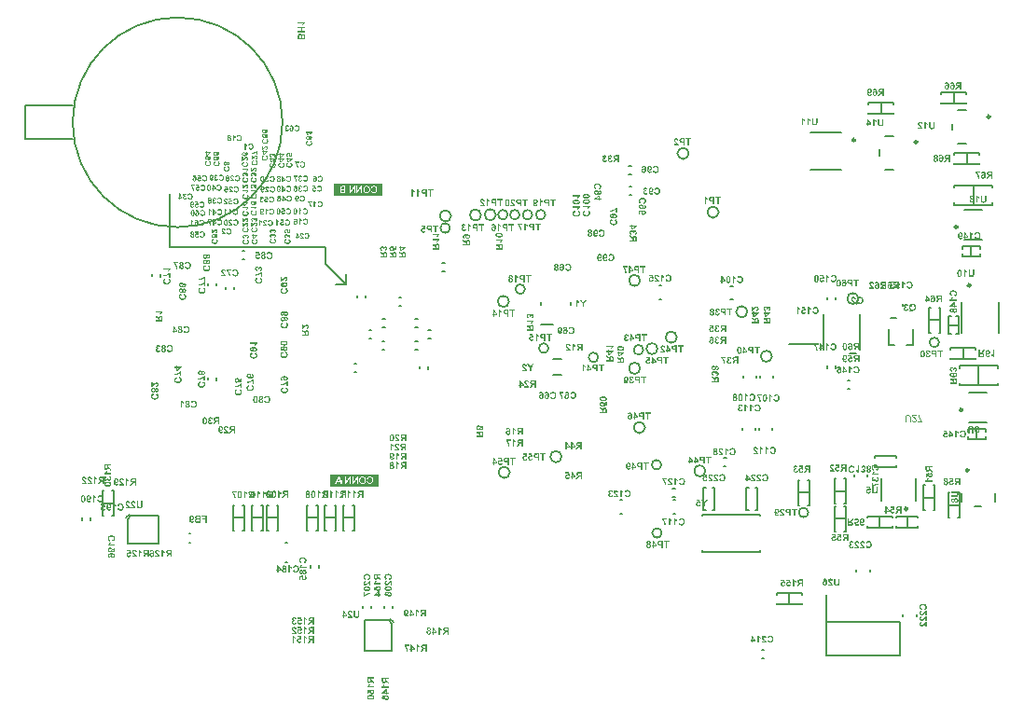
<source format=gbo>
G04*
G04 #@! TF.GenerationSoftware,Altium Limited,Altium Designer,25.1.2 (22)*
G04*
G04 Layer_Color=32896*
%FSAX25Y25*%
%MOIN*%
G70*
G04*
G04 #@! TF.SameCoordinates,C8C0AD5F-FC7A-4EF2-B1F4-1BF668D8B3FE*
G04*
G04*
G04 #@! TF.FilePolarity,Positive*
G04*
G01*
G75*
%ADD10C,0.00500*%
%ADD11C,0.00984*%
%ADD13C,0.00787*%
%ADD14C,0.00591*%
G36*
X0476662Y0753445D02*
Y0749114D01*
X0459339D01*
Y0753445D01*
X0476662D01*
D02*
G37*
G36*
X0478237Y0853051D02*
X0460914D01*
Y0857382D01*
X0478237D01*
Y0853051D01*
D02*
G37*
G36*
X0490862Y0855249D02*
X0490881Y0855207D01*
X0490925Y0855131D01*
X0490977Y0855062D01*
X0491002Y0855030D01*
X0491026Y0855003D01*
X0491051Y0854976D01*
X0491073Y0854954D01*
X0491095Y0854934D01*
X0491112Y0854917D01*
X0491127Y0854905D01*
X0491140Y0854895D01*
X0491147Y0854890D01*
X0491149Y0854887D01*
X0491191Y0854855D01*
X0491230Y0854828D01*
X0491307Y0854779D01*
X0491376Y0854737D01*
X0491408Y0854720D01*
X0491437Y0854705D01*
X0491464Y0854693D01*
X0491486Y0854683D01*
X0491508Y0854673D01*
X0491526Y0854666D01*
X0491538Y0854661D01*
X0491550Y0854656D01*
X0491555Y0854654D01*
X0491558D01*
Y0854216D01*
X0491491Y0854240D01*
X0491427Y0854265D01*
X0491366Y0854295D01*
X0491309Y0854322D01*
X0491253Y0854354D01*
X0491201Y0854383D01*
X0491154Y0854413D01*
X0491110Y0854442D01*
X0491071Y0854469D01*
X0491036Y0854496D01*
X0491004Y0854518D01*
X0490980Y0854541D01*
X0490960Y0854555D01*
X0490945Y0854570D01*
X0490935Y0854578D01*
X0490933Y0854580D01*
Y0852759D01*
X0490451D01*
Y0855291D01*
X0490844D01*
X0490862Y0855249D01*
D02*
G37*
G36*
X0488903D02*
X0488923Y0855207D01*
X0488967Y0855131D01*
X0489019Y0855062D01*
X0489044Y0855030D01*
X0489068Y0855003D01*
X0489093Y0854976D01*
X0489115Y0854954D01*
X0489137Y0854934D01*
X0489154Y0854917D01*
X0489169Y0854905D01*
X0489181Y0854895D01*
X0489189Y0854890D01*
X0489191Y0854887D01*
X0489233Y0854855D01*
X0489272Y0854828D01*
X0489349Y0854779D01*
X0489418Y0854737D01*
X0489449Y0854720D01*
X0489479Y0854705D01*
X0489506Y0854693D01*
X0489528Y0854683D01*
X0489550Y0854673D01*
X0489568Y0854666D01*
X0489580Y0854661D01*
X0489592Y0854656D01*
X0489597Y0854654D01*
X0489600D01*
Y0854216D01*
X0489533Y0854240D01*
X0489469Y0854265D01*
X0489408Y0854295D01*
X0489351Y0854322D01*
X0489294Y0854354D01*
X0489243Y0854383D01*
X0489196Y0854413D01*
X0489152Y0854442D01*
X0489112Y0854469D01*
X0489078Y0854496D01*
X0489046Y0854518D01*
X0489021Y0854541D01*
X0489002Y0854555D01*
X0488987Y0854570D01*
X0488977Y0854578D01*
X0488975Y0854580D01*
Y0852759D01*
X0488492D01*
Y0855291D01*
X0488886D01*
X0488903Y0855249D01*
D02*
G37*
G36*
X0496259Y0854855D02*
X0495511D01*
Y0852759D01*
X0495002D01*
Y0854855D01*
X0494256D01*
Y0855281D01*
X0496259D01*
Y0854855D01*
D02*
G37*
G36*
X0493927Y0852759D02*
X0493417D01*
Y0853712D01*
X0493024D01*
X0492967Y0853714D01*
X0492911D01*
X0492859Y0853716D01*
X0492812Y0853719D01*
X0492770Y0853721D01*
X0492731Y0853726D01*
X0492694Y0853729D01*
X0492665Y0853731D01*
X0492638Y0853736D01*
X0492613Y0853739D01*
X0492596Y0853741D01*
X0492581Y0853743D01*
X0492569D01*
X0492564Y0853746D01*
X0492561D01*
X0492512Y0853761D01*
X0492463Y0853778D01*
X0492419Y0853795D01*
X0492379Y0853817D01*
X0492345Y0853835D01*
X0492320Y0853849D01*
X0492310Y0853857D01*
X0492303Y0853859D01*
X0492301Y0853864D01*
X0492298D01*
X0492251Y0853901D01*
X0492210Y0853940D01*
X0492173Y0853982D01*
X0492143Y0854021D01*
X0492119Y0854058D01*
X0492099Y0854086D01*
X0492092Y0854098D01*
X0492089Y0854105D01*
X0492084Y0854110D01*
Y0854113D01*
X0492055Y0854177D01*
X0492035Y0854240D01*
X0492020Y0854307D01*
X0492008Y0854368D01*
X0492005Y0854395D01*
X0492003Y0854422D01*
X0492000Y0854445D01*
Y0854464D01*
X0491998Y0854482D01*
Y0854494D01*
Y0854501D01*
Y0854504D01*
X0492000Y0854560D01*
X0492005Y0854612D01*
X0492013Y0854661D01*
X0492020Y0854708D01*
X0492032Y0854752D01*
X0492045Y0854792D01*
X0492057Y0854828D01*
X0492072Y0854863D01*
X0492087Y0854892D01*
X0492099Y0854919D01*
X0492111Y0854941D01*
X0492123Y0854961D01*
X0492131Y0854976D01*
X0492138Y0854986D01*
X0492143Y0854993D01*
X0492146Y0854996D01*
X0492173Y0855030D01*
X0492202Y0855060D01*
X0492232Y0855089D01*
X0492264Y0855114D01*
X0492293Y0855136D01*
X0492323Y0855158D01*
X0492382Y0855190D01*
X0492406Y0855202D01*
X0492431Y0855215D01*
X0492453Y0855222D01*
X0492470Y0855229D01*
X0492485Y0855234D01*
X0492497Y0855239D01*
X0492505Y0855242D01*
X0492507D01*
X0492537Y0855249D01*
X0492574Y0855254D01*
X0492615Y0855259D01*
X0492660Y0855264D01*
X0492709Y0855269D01*
X0492761Y0855271D01*
X0492861Y0855276D01*
X0492911Y0855279D01*
X0492957D01*
X0492999Y0855281D01*
X0493927D01*
Y0852759D01*
D02*
G37*
G36*
X0493519Y0840980D02*
X0493128Y0840926D01*
X0493098Y0840959D01*
X0493066Y0840986D01*
X0493033Y0841010D01*
X0493000Y0841032D01*
X0492970Y0841049D01*
X0492937Y0841065D01*
X0492880Y0841087D01*
X0492828Y0841098D01*
X0492809Y0841103D01*
X0492790Y0841106D01*
X0492773Y0841109D01*
X0492724D01*
X0492694Y0841103D01*
X0492642Y0841090D01*
X0492596Y0841070D01*
X0492558Y0841051D01*
X0492525Y0841029D01*
X0492503Y0841010D01*
X0492489Y0840997D01*
X0492484Y0840994D01*
Y0840991D01*
X0492449Y0840942D01*
X0492421Y0840888D01*
X0492402Y0840830D01*
X0492391Y0840773D01*
X0492383Y0840721D01*
X0492380Y0840699D01*
Y0840680D01*
X0492378Y0840664D01*
Y0840653D01*
Y0840645D01*
Y0840642D01*
Y0840598D01*
X0492383Y0840555D01*
X0492388Y0840516D01*
X0492394Y0840478D01*
X0492402Y0840445D01*
X0492410Y0840415D01*
X0492421Y0840388D01*
X0492429Y0840363D01*
X0492440Y0840342D01*
X0492451Y0840322D01*
X0492459Y0840306D01*
X0492468Y0840292D01*
X0492473Y0840284D01*
X0492479Y0840276D01*
X0492484Y0840273D01*
Y0840271D01*
X0492503Y0840249D01*
X0492525Y0840230D01*
X0492569Y0840200D01*
X0492610Y0840178D01*
X0492651Y0840164D01*
X0492686Y0840153D01*
X0492716Y0840151D01*
X0492727Y0840148D01*
X0492741D01*
X0492790Y0840153D01*
X0492834Y0840164D01*
X0492874Y0840178D01*
X0492907Y0840197D01*
X0492937Y0840213D01*
X0492956Y0840230D01*
X0492970Y0840241D01*
X0492976Y0840243D01*
X0493008Y0840281D01*
X0493036Y0840325D01*
X0493057Y0840366D01*
X0493074Y0840410D01*
X0493085Y0840445D01*
X0493090Y0840475D01*
X0493093Y0840486D01*
X0493096Y0840495D01*
Y0840500D01*
Y0840503D01*
X0493576Y0840451D01*
X0493565Y0840393D01*
X0493554Y0840339D01*
X0493538Y0840287D01*
X0493519Y0840238D01*
X0493497Y0840194D01*
X0493475Y0840153D01*
X0493453Y0840115D01*
X0493431Y0840079D01*
X0493410Y0840049D01*
X0493388Y0840022D01*
X0493369Y0840000D01*
X0493352Y0839981D01*
X0493336Y0839965D01*
X0493325Y0839954D01*
X0493320Y0839948D01*
X0493317Y0839946D01*
X0493273Y0839913D01*
X0493229Y0839886D01*
X0493183Y0839861D01*
X0493134Y0839839D01*
X0493087Y0839820D01*
X0493038Y0839806D01*
X0492948Y0839785D01*
X0492907Y0839777D01*
X0492869Y0839771D01*
X0492834Y0839766D01*
X0492803Y0839763D01*
X0492779Y0839760D01*
X0492746D01*
X0492667Y0839763D01*
X0492591Y0839774D01*
X0492520Y0839790D01*
X0492454Y0839812D01*
X0492394Y0839837D01*
X0492339Y0839867D01*
X0492287Y0839897D01*
X0492241Y0839927D01*
X0492200Y0839957D01*
X0492165Y0839987D01*
X0492135Y0840017D01*
X0492110Y0840041D01*
X0492088Y0840063D01*
X0492075Y0840079D01*
X0492066Y0840090D01*
X0492064Y0840093D01*
X0492031Y0840140D01*
X0492004Y0840189D01*
X0491979Y0840235D01*
X0491957Y0840284D01*
X0491941Y0840331D01*
X0491924Y0840377D01*
X0491914Y0840421D01*
X0491903Y0840464D01*
X0491897Y0840503D01*
X0491892Y0840538D01*
X0491886Y0840571D01*
X0491884Y0840598D01*
X0491881Y0840620D01*
Y0840636D01*
Y0840647D01*
Y0840650D01*
X0491884Y0840718D01*
X0491892Y0840784D01*
X0491903Y0840844D01*
X0491916Y0840904D01*
X0491933Y0840956D01*
X0491952Y0841008D01*
X0491974Y0841054D01*
X0491993Y0841095D01*
X0492015Y0841133D01*
X0492036Y0841166D01*
X0492056Y0841193D01*
X0492072Y0841215D01*
X0492086Y0841234D01*
X0492096Y0841248D01*
X0492105Y0841256D01*
X0492107Y0841259D01*
X0492151Y0841300D01*
X0492195Y0841335D01*
X0492241Y0841368D01*
X0492287Y0841395D01*
X0492334Y0841417D01*
X0492378Y0841436D01*
X0492421Y0841453D01*
X0492465Y0841464D01*
X0492503Y0841475D01*
X0492539Y0841480D01*
X0492571Y0841485D01*
X0492599Y0841491D01*
X0492623D01*
X0492640Y0841494D01*
X0492653D01*
X0492716Y0841491D01*
X0492776Y0841480D01*
X0492831Y0841469D01*
X0492883Y0841453D01*
X0492924Y0841439D01*
X0492940Y0841431D01*
X0492956Y0841425D01*
X0492967Y0841420D01*
X0492976Y0841415D01*
X0492981Y0841412D01*
X0492984D01*
X0492907Y0841840D01*
X0491993D01*
Y0842293D01*
X0493270D01*
X0493519Y0840980D01*
D02*
G37*
G36*
X0498149Y0841900D02*
X0497401D01*
Y0839806D01*
X0496893D01*
Y0841900D01*
X0496150D01*
Y0842326D01*
X0498149D01*
Y0841900D01*
D02*
G37*
G36*
X0495823Y0839806D02*
X0495315D01*
Y0840757D01*
X0494922D01*
X0494862Y0840759D01*
X0494807D01*
X0494755Y0840762D01*
X0494709Y0840765D01*
X0494665Y0840767D01*
X0494624Y0840770D01*
X0494589Y0840776D01*
X0494559Y0840778D01*
X0494532Y0840781D01*
X0494507Y0840784D01*
X0494488Y0840787D01*
X0494474Y0840789D01*
X0494463D01*
X0494458Y0840792D01*
X0494455D01*
X0494406Y0840806D01*
X0494357Y0840822D01*
X0494313Y0840841D01*
X0494275Y0840860D01*
X0494240Y0840879D01*
X0494215Y0840896D01*
X0494199Y0840907D01*
X0494196Y0840909D01*
X0494193D01*
X0494147Y0840948D01*
X0494103Y0840989D01*
X0494067Y0841029D01*
X0494035Y0841068D01*
X0494010Y0841103D01*
X0493994Y0841133D01*
X0493986Y0841144D01*
X0493980Y0841152D01*
X0493977Y0841155D01*
Y0841158D01*
X0493950Y0841221D01*
X0493928Y0841286D01*
X0493915Y0841352D01*
X0493904Y0841412D01*
X0493901Y0841442D01*
X0493898Y0841466D01*
X0493895Y0841491D01*
X0493893Y0841510D01*
Y0841526D01*
Y0841537D01*
Y0841545D01*
Y0841548D01*
X0493895Y0841603D01*
X0493898Y0841657D01*
X0493906Y0841707D01*
X0493915Y0841753D01*
X0493926Y0841797D01*
X0493939Y0841838D01*
X0493953Y0841873D01*
X0493966Y0841909D01*
X0493980Y0841939D01*
X0493994Y0841963D01*
X0494005Y0841988D01*
X0494018Y0842007D01*
X0494027Y0842021D01*
X0494035Y0842031D01*
X0494037Y0842037D01*
X0494040Y0842040D01*
X0494067Y0842075D01*
X0494098Y0842105D01*
X0494128Y0842132D01*
X0494160Y0842160D01*
X0494220Y0842203D01*
X0494278Y0842236D01*
X0494327Y0842261D01*
X0494349Y0842269D01*
X0494368Y0842277D01*
X0494381Y0842283D01*
X0494392Y0842285D01*
X0494401Y0842288D01*
X0494403D01*
X0494433Y0842293D01*
X0494469Y0842302D01*
X0494510Y0842307D01*
X0494556Y0842310D01*
X0494605Y0842313D01*
X0494654Y0842318D01*
X0494758Y0842321D01*
X0494807Y0842324D01*
X0494851D01*
X0494895Y0842326D01*
X0495823D01*
Y0839806D01*
D02*
G37*
G36*
X0669029Y0774273D02*
X0667786D01*
X0667830Y0774213D01*
X0667852Y0774185D01*
X0667874Y0774161D01*
X0667893Y0774139D01*
X0667907Y0774122D01*
X0667917Y0774112D01*
X0667920Y0774109D01*
X0667937Y0774092D01*
X0667958Y0774071D01*
X0667983Y0774049D01*
X0668010Y0774024D01*
X0668068Y0773970D01*
X0668128Y0773918D01*
X0668185Y0773869D01*
X0668210Y0773847D01*
X0668234Y0773828D01*
X0668250Y0773811D01*
X0668267Y0773800D01*
X0668275Y0773792D01*
X0668278Y0773789D01*
X0668338Y0773737D01*
X0668395Y0773688D01*
X0668447Y0773645D01*
X0668493Y0773601D01*
X0668537Y0773563D01*
X0668575Y0773525D01*
X0668611Y0773492D01*
X0668644Y0773462D01*
X0668671Y0773437D01*
X0668693Y0773413D01*
X0668712Y0773393D01*
X0668728Y0773377D01*
X0668739Y0773363D01*
X0668750Y0773355D01*
X0668753Y0773350D01*
X0668755Y0773347D01*
X0668807Y0773287D01*
X0668848Y0773233D01*
X0668884Y0773181D01*
X0668914Y0773134D01*
X0668936Y0773096D01*
X0668952Y0773066D01*
X0668958Y0773055D01*
X0668960Y0773047D01*
X0668963Y0773044D01*
Y0773041D01*
X0668985Y0772987D01*
X0668998Y0772932D01*
X0669009Y0772883D01*
X0669018Y0772837D01*
X0669023Y0772798D01*
X0669026Y0772768D01*
Y0772757D01*
Y0772749D01*
Y0772747D01*
Y0772744D01*
X0669023Y0772689D01*
X0669018Y0772637D01*
X0669007Y0772588D01*
X0668993Y0772539D01*
X0668977Y0772495D01*
X0668958Y0772454D01*
X0668938Y0772416D01*
X0668919Y0772383D01*
X0668900Y0772351D01*
X0668881Y0772323D01*
X0668862Y0772299D01*
X0668846Y0772280D01*
X0668832Y0772266D01*
X0668821Y0772252D01*
X0668816Y0772247D01*
X0668813Y0772244D01*
X0668772Y0772209D01*
X0668728Y0772179D01*
X0668682Y0772151D01*
X0668633Y0772127D01*
X0668586Y0772108D01*
X0668537Y0772091D01*
X0668491Y0772078D01*
X0668444Y0772067D01*
X0668403Y0772059D01*
X0668362Y0772053D01*
X0668327Y0772048D01*
X0668297Y0772045D01*
X0668272Y0772042D01*
X0668237D01*
X0668171Y0772045D01*
X0668109Y0772050D01*
X0668051Y0772059D01*
X0667997Y0772072D01*
X0667945Y0772086D01*
X0667898Y0772102D01*
X0667855Y0772119D01*
X0667816Y0772135D01*
X0667781Y0772154D01*
X0667751Y0772170D01*
X0667724Y0772187D01*
X0667702Y0772200D01*
X0667685Y0772214D01*
X0667674Y0772222D01*
X0667666Y0772228D01*
X0667663Y0772231D01*
X0667625Y0772266D01*
X0667592Y0772307D01*
X0667562Y0772348D01*
X0667535Y0772394D01*
X0667513Y0772438D01*
X0667491Y0772482D01*
X0667475Y0772528D01*
X0667461Y0772569D01*
X0667448Y0772610D01*
X0667440Y0772648D01*
X0667431Y0772684D01*
X0667426Y0772714D01*
X0667423Y0772738D01*
X0667420Y0772755D01*
X0667418Y0772766D01*
Y0772771D01*
X0667734Y0772804D01*
X0667737Y0772760D01*
X0667740Y0772719D01*
X0667756Y0772648D01*
X0667778Y0772583D01*
X0667789Y0772555D01*
X0667803Y0772531D01*
X0667814Y0772509D01*
X0667827Y0772490D01*
X0667838Y0772473D01*
X0667846Y0772460D01*
X0667857Y0772449D01*
X0667863Y0772441D01*
X0667866Y0772438D01*
X0667868Y0772435D01*
X0667896Y0772411D01*
X0667923Y0772389D01*
X0667953Y0772372D01*
X0667983Y0772356D01*
X0668043Y0772332D01*
X0668100Y0772315D01*
X0668149Y0772307D01*
X0668171Y0772301D01*
X0668190D01*
X0668207Y0772299D01*
X0668267D01*
X0668305Y0772304D01*
X0668373Y0772318D01*
X0668431Y0772340D01*
X0668482Y0772362D01*
X0668521Y0772386D01*
X0668537Y0772397D01*
X0668551Y0772408D01*
X0668562Y0772416D01*
X0668570Y0772422D01*
X0668573Y0772424D01*
X0668575Y0772427D01*
X0668600Y0772452D01*
X0668619Y0772476D01*
X0668638Y0772501D01*
X0668652Y0772528D01*
X0668676Y0772580D01*
X0668693Y0772629D01*
X0668701Y0772670D01*
X0668706Y0772689D01*
Y0772706D01*
X0668709Y0772717D01*
Y0772727D01*
Y0772733D01*
Y0772736D01*
X0668706Y0772768D01*
X0668704Y0772801D01*
X0668687Y0772867D01*
X0668663Y0772929D01*
X0668635Y0772987D01*
X0668608Y0773036D01*
X0668597Y0773055D01*
X0668583Y0773074D01*
X0668575Y0773088D01*
X0668567Y0773099D01*
X0668564Y0773104D01*
X0668562Y0773107D01*
X0668532Y0773145D01*
X0668496Y0773186D01*
X0668455Y0773230D01*
X0668411Y0773273D01*
X0668321Y0773363D01*
X0668229Y0773448D01*
X0668185Y0773489D01*
X0668141Y0773525D01*
X0668103Y0773557D01*
X0668070Y0773585D01*
X0668043Y0773609D01*
X0668024Y0773626D01*
X0668010Y0773639D01*
X0668005Y0773642D01*
X0667956Y0773683D01*
X0667912Y0773721D01*
X0667868Y0773757D01*
X0667830Y0773792D01*
X0667792Y0773825D01*
X0667759Y0773858D01*
X0667729Y0773885D01*
X0667702Y0773912D01*
X0667677Y0773937D01*
X0667658Y0773959D01*
X0667639Y0773978D01*
X0667625Y0773991D01*
X0667612Y0774005D01*
X0667603Y0774013D01*
X0667601Y0774019D01*
X0667598Y0774021D01*
X0667549Y0774082D01*
X0667508Y0774142D01*
X0667472Y0774199D01*
X0667445Y0774251D01*
X0667423Y0774294D01*
X0667415Y0774314D01*
X0667407Y0774327D01*
X0667401Y0774341D01*
X0667399Y0774349D01*
X0667396Y0774355D01*
Y0774357D01*
X0667382Y0774395D01*
X0667374Y0774434D01*
X0667366Y0774469D01*
X0667363Y0774502D01*
X0667360Y0774529D01*
Y0774551D01*
Y0774565D01*
Y0774570D01*
X0669029D01*
Y0774273D01*
D02*
G37*
G36*
X0670060Y0774434D02*
X0670069Y0774368D01*
X0670080Y0774305D01*
X0670088Y0774245D01*
X0670099Y0774188D01*
X0670107Y0774133D01*
X0670118Y0774084D01*
X0670126Y0774041D01*
X0670137Y0774000D01*
X0670145Y0773964D01*
X0670153Y0773934D01*
X0670159Y0773912D01*
X0670164Y0773893D01*
X0670167Y0773882D01*
Y0773879D01*
X0670219Y0773713D01*
X0670249Y0773631D01*
X0670279Y0773552D01*
X0670309Y0773478D01*
X0670339Y0773405D01*
X0670369Y0773336D01*
X0670396Y0773273D01*
X0670424Y0773216D01*
X0670448Y0773164D01*
X0670473Y0773118D01*
X0670492Y0773080D01*
X0670508Y0773047D01*
X0670519Y0773025D01*
X0670527Y0773011D01*
X0670530Y0773006D01*
X0670574Y0772929D01*
X0670620Y0772856D01*
X0670664Y0772785D01*
X0670705Y0772722D01*
X0670746Y0772662D01*
X0670787Y0772605D01*
X0670825Y0772553D01*
X0670860Y0772506D01*
X0670893Y0772465D01*
X0670920Y0772430D01*
X0670948Y0772400D01*
X0670969Y0772372D01*
X0670986Y0772353D01*
X0670999Y0772337D01*
X0671008Y0772329D01*
X0671010Y0772326D01*
Y0772083D01*
X0669381D01*
Y0772381D01*
X0670615D01*
X0670571Y0772433D01*
X0670527Y0772487D01*
X0670445Y0772599D01*
X0670369Y0772708D01*
X0670333Y0772763D01*
X0670301Y0772812D01*
X0670273Y0772861D01*
X0670246Y0772905D01*
X0670224Y0772943D01*
X0670202Y0772976D01*
X0670189Y0773003D01*
X0670178Y0773025D01*
X0670170Y0773036D01*
X0670167Y0773041D01*
X0670093Y0773189D01*
X0670030Y0773334D01*
X0670000Y0773402D01*
X0669976Y0773470D01*
X0669951Y0773535D01*
X0669929Y0773596D01*
X0669910Y0773650D01*
X0669894Y0773699D01*
X0669880Y0773746D01*
X0669869Y0773784D01*
X0669858Y0773814D01*
X0669853Y0773836D01*
X0669850Y0773849D01*
X0669847Y0773855D01*
X0669828Y0773931D01*
X0669809Y0774005D01*
X0669796Y0774076D01*
X0669782Y0774144D01*
X0669771Y0774207D01*
X0669763Y0774267D01*
X0669755Y0774319D01*
X0669749Y0774371D01*
X0669744Y0774415D01*
X0669741Y0774455D01*
X0669738Y0774488D01*
X0669735Y0774518D01*
X0669733Y0774540D01*
Y0774556D01*
Y0774567D01*
Y0774570D01*
X0670049D01*
X0670060Y0774434D01*
D02*
G37*
G36*
X0666053Y0774608D02*
X0666116Y0774606D01*
X0666176Y0774598D01*
X0666233Y0774589D01*
X0666285Y0774578D01*
X0666334Y0774567D01*
X0666378Y0774554D01*
X0666416Y0774540D01*
X0666454Y0774529D01*
X0666484Y0774516D01*
X0666511Y0774505D01*
X0666533Y0774494D01*
X0666552Y0774485D01*
X0666563Y0774477D01*
X0666572Y0774475D01*
X0666574Y0774472D01*
X0666615Y0774445D01*
X0666653Y0774417D01*
X0666686Y0774387D01*
X0666719Y0774357D01*
X0666746Y0774327D01*
X0666774Y0774294D01*
X0666795Y0774267D01*
X0666815Y0774237D01*
X0666847Y0774188D01*
X0666858Y0774166D01*
X0666869Y0774147D01*
X0666877Y0774131D01*
X0666883Y0774120D01*
X0666885Y0774112D01*
Y0774109D01*
X0666902Y0774065D01*
X0666916Y0774019D01*
X0666937Y0773920D01*
X0666951Y0773819D01*
X0666962Y0773724D01*
X0666965Y0773677D01*
X0666967Y0773636D01*
X0666970Y0773601D01*
X0666973Y0773568D01*
Y0773541D01*
Y0773522D01*
Y0773511D01*
Y0773505D01*
Y0772050D01*
X0666640D01*
Y0773505D01*
X0666637Y0773590D01*
X0666634Y0773669D01*
X0666626Y0773740D01*
X0666615Y0773806D01*
X0666604Y0773863D01*
X0666591Y0773915D01*
X0666574Y0773961D01*
X0666561Y0774002D01*
X0666547Y0774038D01*
X0666531Y0774068D01*
X0666517Y0774092D01*
X0666506Y0774112D01*
X0666495Y0774125D01*
X0666490Y0774136D01*
X0666484Y0774142D01*
X0666481Y0774144D01*
X0666449Y0774174D01*
X0666413Y0774199D01*
X0666375Y0774221D01*
X0666334Y0774240D01*
X0666290Y0774256D01*
X0666247Y0774270D01*
X0666162Y0774289D01*
X0666121Y0774297D01*
X0666083Y0774303D01*
X0666047Y0774305D01*
X0666017Y0774308D01*
X0665993Y0774311D01*
X0665957D01*
X0665881Y0774308D01*
X0665810Y0774297D01*
X0665747Y0774284D01*
X0665692Y0774270D01*
X0665671Y0774262D01*
X0665652Y0774254D01*
X0665632Y0774248D01*
X0665619Y0774243D01*
X0665608Y0774237D01*
X0665600Y0774232D01*
X0665594Y0774229D01*
X0665591D01*
X0665540Y0774193D01*
X0665496Y0774155D01*
X0665460Y0774117D01*
X0665433Y0774076D01*
X0665411Y0774043D01*
X0665395Y0774013D01*
X0665389Y0774002D01*
X0665387Y0773994D01*
X0665384Y0773991D01*
Y0773989D01*
X0665373Y0773959D01*
X0665365Y0773923D01*
X0665348Y0773847D01*
X0665338Y0773768D01*
X0665332Y0773688D01*
X0665329Y0773653D01*
X0665327Y0773617D01*
Y0773587D01*
X0665324Y0773560D01*
Y0773535D01*
Y0773519D01*
Y0773508D01*
Y0773505D01*
Y0772050D01*
X0664991D01*
Y0773505D01*
Y0773579D01*
X0664996Y0773647D01*
X0664999Y0773713D01*
X0665007Y0773773D01*
X0665013Y0773830D01*
X0665021Y0773882D01*
X0665029Y0773929D01*
X0665040Y0773972D01*
X0665048Y0774011D01*
X0665056Y0774043D01*
X0665064Y0774073D01*
X0665073Y0774095D01*
X0665078Y0774114D01*
X0665084Y0774128D01*
X0665086Y0774136D01*
Y0774139D01*
X0665105Y0774180D01*
X0665127Y0774221D01*
X0665176Y0774292D01*
X0665228Y0774352D01*
X0665283Y0774401D01*
X0665308Y0774423D01*
X0665329Y0774439D01*
X0665351Y0774455D01*
X0665370Y0774469D01*
X0665384Y0774477D01*
X0665395Y0774485D01*
X0665403Y0774488D01*
X0665406Y0774491D01*
X0665449Y0774513D01*
X0665496Y0774529D01*
X0665591Y0774559D01*
X0665690Y0774581D01*
X0665782Y0774595D01*
X0665824Y0774600D01*
X0665864Y0774606D01*
X0665897Y0774608D01*
X0665927D01*
X0665952Y0774611D01*
X0665987D01*
X0666053Y0774608D01*
D02*
G37*
G36*
X0591827Y0743076D02*
X0591436Y0743019D01*
X0591404Y0743051D01*
X0591372Y0743081D01*
X0591340Y0743105D01*
X0591308Y0743125D01*
X0591276Y0743145D01*
X0591246Y0743159D01*
X0591217Y0743172D01*
X0591187Y0743182D01*
X0591163Y0743189D01*
X0591138Y0743194D01*
X0591116Y0743199D01*
X0591099Y0743201D01*
X0591084Y0743204D01*
X0591064D01*
X0591035Y0743201D01*
X0591005Y0743199D01*
X0590951Y0743187D01*
X0590904Y0743167D01*
X0590865Y0743145D01*
X0590836Y0743123D01*
X0590813Y0743105D01*
X0590799Y0743091D01*
X0590794Y0743088D01*
Y0743086D01*
X0590774Y0743064D01*
X0590759Y0743037D01*
X0590732Y0742982D01*
X0590712Y0742923D01*
X0590700Y0742867D01*
X0590693Y0742818D01*
X0590690Y0742793D01*
Y0742776D01*
X0590688Y0742759D01*
Y0742746D01*
Y0742739D01*
Y0742736D01*
Y0742692D01*
X0590693Y0742650D01*
X0590698Y0742611D01*
X0590705Y0742574D01*
X0590712Y0742542D01*
X0590722Y0742513D01*
X0590730Y0742483D01*
X0590739Y0742461D01*
X0590749Y0742439D01*
X0590759Y0742419D01*
X0590769Y0742404D01*
X0590776Y0742389D01*
X0590784Y0742380D01*
X0590789Y0742372D01*
X0590791Y0742370D01*
X0590794Y0742367D01*
X0590813Y0742345D01*
X0590836Y0742328D01*
X0590858Y0742311D01*
X0590877Y0742296D01*
X0590922Y0742274D01*
X0590961Y0742259D01*
X0590995Y0742252D01*
X0591025Y0742247D01*
X0591035Y0742244D01*
X0591049D01*
X0591099Y0742249D01*
X0591143Y0742259D01*
X0591182Y0742274D01*
X0591217Y0742291D01*
X0591244Y0742308D01*
X0591266Y0742323D01*
X0591278Y0742333D01*
X0591283Y0742338D01*
X0591318Y0742377D01*
X0591345Y0742419D01*
X0591364Y0742463D01*
X0591382Y0742505D01*
X0591391Y0742542D01*
X0591396Y0742557D01*
X0591399Y0742572D01*
X0591401Y0742584D01*
X0591404Y0742591D01*
Y0742596D01*
Y0742599D01*
X0591886Y0742547D01*
X0591876Y0742490D01*
X0591864Y0742436D01*
X0591847Y0742385D01*
X0591827Y0742335D01*
X0591807Y0742291D01*
X0591785Y0742249D01*
X0591763Y0742212D01*
X0591741Y0742178D01*
X0591719Y0742148D01*
X0591697Y0742121D01*
X0591677Y0742099D01*
X0591660Y0742080D01*
X0591645Y0742065D01*
X0591635Y0742055D01*
X0591628Y0742048D01*
X0591625Y0742045D01*
X0591583Y0742013D01*
X0591537Y0741984D01*
X0591490Y0741959D01*
X0591443Y0741937D01*
X0591394Y0741920D01*
X0591347Y0741905D01*
X0591300Y0741893D01*
X0591256Y0741883D01*
X0591214Y0741873D01*
X0591177Y0741868D01*
X0591143Y0741863D01*
X0591113Y0741861D01*
X0591089D01*
X0591069Y0741858D01*
X0591054D01*
X0590976Y0741863D01*
X0590899Y0741873D01*
X0590831Y0741888D01*
X0590764Y0741910D01*
X0590703Y0741934D01*
X0590649Y0741964D01*
X0590597Y0741994D01*
X0590550Y0742026D01*
X0590508Y0742055D01*
X0590474Y0742085D01*
X0590444Y0742114D01*
X0590417Y0742139D01*
X0590398Y0742161D01*
X0590385Y0742175D01*
X0590375Y0742188D01*
X0590373Y0742190D01*
X0590341Y0742237D01*
X0590314Y0742284D01*
X0590289Y0742333D01*
X0590267Y0742382D01*
X0590250Y0742429D01*
X0590235Y0742473D01*
X0590223Y0742518D01*
X0590213Y0742562D01*
X0590206Y0742599D01*
X0590201Y0742635D01*
X0590196Y0742667D01*
X0590193Y0742695D01*
X0590191Y0742717D01*
Y0742732D01*
Y0742744D01*
Y0742746D01*
X0590193Y0742815D01*
X0590201Y0742879D01*
X0590211Y0742941D01*
X0590225Y0743000D01*
X0590243Y0743054D01*
X0590262Y0743103D01*
X0590282Y0743150D01*
X0590302Y0743191D01*
X0590324Y0743228D01*
X0590344Y0743260D01*
X0590363Y0743287D01*
X0590380Y0743312D01*
X0590395Y0743329D01*
X0590405Y0743344D01*
X0590412Y0743351D01*
X0590415Y0743354D01*
X0590457Y0743396D01*
X0590503Y0743433D01*
X0590548Y0743465D01*
X0590594Y0743492D01*
X0590641Y0743514D01*
X0590685Y0743533D01*
X0590730Y0743548D01*
X0590771Y0743561D01*
X0590808Y0743570D01*
X0590845Y0743578D01*
X0590877Y0743583D01*
X0590904Y0743588D01*
X0590927D01*
X0590944Y0743590D01*
X0590958D01*
X0591022Y0743588D01*
X0591081Y0743578D01*
X0591138Y0743563D01*
X0591187Y0743548D01*
X0591229Y0743533D01*
X0591246Y0743526D01*
X0591261Y0743519D01*
X0591273Y0743514D01*
X0591281Y0743509D01*
X0591286Y0743506D01*
X0591288D01*
X0591214Y0743937D01*
X0590302D01*
Y0744389D01*
X0591578D01*
X0591827Y0743076D01*
D02*
G37*
G36*
X0593475Y0742960D02*
Y0741900D01*
X0592966D01*
Y0742958D01*
X0592041Y0744421D01*
X0592626D01*
X0593207Y0743423D01*
X0593802Y0744421D01*
X0594397D01*
X0593475Y0742960D01*
D02*
G37*
G36*
X0624040Y0714476D02*
X0623649Y0714419D01*
X0623617Y0714451D01*
X0623585Y0714481D01*
X0623553Y0714505D01*
X0623521Y0714525D01*
X0623489Y0714545D01*
X0623459Y0714560D01*
X0623430Y0714572D01*
X0623400Y0714582D01*
X0623376Y0714589D01*
X0623351Y0714594D01*
X0623329Y0714599D01*
X0623312Y0714601D01*
X0623297Y0714604D01*
X0623277D01*
X0623248Y0714601D01*
X0623218Y0714599D01*
X0623164Y0714587D01*
X0623117Y0714567D01*
X0623078Y0714545D01*
X0623049Y0714523D01*
X0623027Y0714505D01*
X0623012Y0714491D01*
X0623007Y0714488D01*
Y0714486D01*
X0622987Y0714464D01*
X0622972Y0714436D01*
X0622945Y0714382D01*
X0622926Y0714323D01*
X0622913Y0714267D01*
X0622906Y0714218D01*
X0622903Y0714193D01*
Y0714176D01*
X0622901Y0714158D01*
Y0714146D01*
Y0714139D01*
Y0714136D01*
Y0714092D01*
X0622906Y0714050D01*
X0622911Y0714011D01*
X0622918Y0713974D01*
X0622926Y0713942D01*
X0622935Y0713912D01*
X0622943Y0713883D01*
X0622953Y0713861D01*
X0622963Y0713839D01*
X0622972Y0713819D01*
X0622982Y0713804D01*
X0622990Y0713790D01*
X0622997Y0713780D01*
X0623002Y0713772D01*
X0623004Y0713770D01*
X0623007Y0713767D01*
X0623027Y0713745D01*
X0623049Y0713728D01*
X0623071Y0713711D01*
X0623091Y0713696D01*
X0623135Y0713674D01*
X0623174Y0713659D01*
X0623209Y0713652D01*
X0623238Y0713647D01*
X0623248Y0713644D01*
X0623263D01*
X0623312Y0713649D01*
X0623356Y0713659D01*
X0623395Y0713674D01*
X0623430Y0713691D01*
X0623457Y0713708D01*
X0623479Y0713723D01*
X0623491Y0713733D01*
X0623496Y0713738D01*
X0623531Y0713777D01*
X0623558Y0713819D01*
X0623577Y0713863D01*
X0623595Y0713905D01*
X0623605Y0713942D01*
X0623609Y0713957D01*
X0623612Y0713972D01*
X0623614Y0713984D01*
X0623617Y0713991D01*
Y0713996D01*
Y0713999D01*
X0624099Y0713947D01*
X0624089Y0713890D01*
X0624077Y0713836D01*
X0624060Y0713785D01*
X0624040Y0713735D01*
X0624020Y0713691D01*
X0623998Y0713649D01*
X0623976Y0713612D01*
X0623954Y0713578D01*
X0623932Y0713549D01*
X0623910Y0713521D01*
X0623890Y0713499D01*
X0623873Y0713480D01*
X0623858Y0713465D01*
X0623848Y0713455D01*
X0623841Y0713448D01*
X0623838Y0713445D01*
X0623797Y0713413D01*
X0623750Y0713384D01*
X0623703Y0713359D01*
X0623656Y0713337D01*
X0623607Y0713320D01*
X0623560Y0713305D01*
X0623514Y0713293D01*
X0623469Y0713283D01*
X0623427Y0713273D01*
X0623391Y0713268D01*
X0623356Y0713263D01*
X0623327Y0713261D01*
X0623302D01*
X0623282Y0713258D01*
X0623268D01*
X0623189Y0713263D01*
X0623113Y0713273D01*
X0623044Y0713288D01*
X0622977Y0713310D01*
X0622916Y0713334D01*
X0622862Y0713364D01*
X0622810Y0713393D01*
X0622763Y0713425D01*
X0622721Y0713455D01*
X0622687Y0713484D01*
X0622657Y0713514D01*
X0622630Y0713539D01*
X0622611Y0713561D01*
X0622599Y0713576D01*
X0622589Y0713588D01*
X0622586Y0713590D01*
X0622554Y0713637D01*
X0622527Y0713684D01*
X0622503Y0713733D01*
X0622480Y0713782D01*
X0622463Y0713829D01*
X0622448Y0713873D01*
X0622436Y0713917D01*
X0622426Y0713962D01*
X0622419Y0713999D01*
X0622414Y0714036D01*
X0622409Y0714068D01*
X0622407Y0714095D01*
X0622404Y0714117D01*
Y0714131D01*
Y0714144D01*
Y0714146D01*
X0622407Y0714215D01*
X0622414Y0714279D01*
X0622424Y0714341D01*
X0622439Y0714400D01*
X0622456Y0714454D01*
X0622475Y0714503D01*
X0622495Y0714550D01*
X0622515Y0714592D01*
X0622537Y0714628D01*
X0622557Y0714660D01*
X0622576Y0714687D01*
X0622593Y0714712D01*
X0622608Y0714729D01*
X0622618Y0714744D01*
X0622625Y0714751D01*
X0622628Y0714754D01*
X0622670Y0714796D01*
X0622717Y0714833D01*
X0622761Y0714865D01*
X0622808Y0714892D01*
X0622854Y0714914D01*
X0622899Y0714933D01*
X0622943Y0714948D01*
X0622985Y0714960D01*
X0623022Y0714970D01*
X0623059Y0714978D01*
X0623091Y0714983D01*
X0623117Y0714988D01*
X0623140D01*
X0623157Y0714990D01*
X0623172D01*
X0623236Y0714988D01*
X0623295Y0714978D01*
X0623351Y0714963D01*
X0623400Y0714948D01*
X0623442Y0714933D01*
X0623459Y0714926D01*
X0623474Y0714919D01*
X0623487Y0714914D01*
X0623494Y0714909D01*
X0623499Y0714906D01*
X0623501D01*
X0623427Y0715337D01*
X0622515D01*
Y0715790D01*
X0623792D01*
X0624040Y0714476D01*
D02*
G37*
G36*
X0622082D02*
X0621691Y0714419D01*
X0621659Y0714451D01*
X0621627Y0714481D01*
X0621595Y0714505D01*
X0621563Y0714525D01*
X0621531Y0714545D01*
X0621501Y0714560D01*
X0621472Y0714572D01*
X0621442Y0714582D01*
X0621418Y0714589D01*
X0621393Y0714594D01*
X0621371Y0714599D01*
X0621354Y0714601D01*
X0621339Y0714604D01*
X0621319D01*
X0621290Y0714601D01*
X0621260Y0714599D01*
X0621206Y0714587D01*
X0621159Y0714567D01*
X0621120Y0714545D01*
X0621091Y0714523D01*
X0621068Y0714505D01*
X0621054Y0714491D01*
X0621049Y0714488D01*
Y0714486D01*
X0621029Y0714464D01*
X0621014Y0714436D01*
X0620987Y0714382D01*
X0620967Y0714323D01*
X0620955Y0714267D01*
X0620948Y0714218D01*
X0620945Y0714193D01*
Y0714176D01*
X0620943Y0714158D01*
Y0714146D01*
Y0714139D01*
Y0714136D01*
Y0714092D01*
X0620948Y0714050D01*
X0620953Y0714011D01*
X0620960Y0713974D01*
X0620967Y0713942D01*
X0620977Y0713912D01*
X0620985Y0713883D01*
X0620995Y0713861D01*
X0621004Y0713839D01*
X0621014Y0713819D01*
X0621024Y0713804D01*
X0621031Y0713790D01*
X0621039Y0713780D01*
X0621044Y0713772D01*
X0621046Y0713770D01*
X0621049Y0713767D01*
X0621068Y0713745D01*
X0621091Y0713728D01*
X0621113Y0713711D01*
X0621132Y0713696D01*
X0621177Y0713674D01*
X0621216Y0713659D01*
X0621250Y0713652D01*
X0621280Y0713647D01*
X0621290Y0713644D01*
X0621305D01*
X0621354Y0713649D01*
X0621398Y0713659D01*
X0621437Y0713674D01*
X0621472Y0713691D01*
X0621499Y0713708D01*
X0621521Y0713723D01*
X0621533Y0713733D01*
X0621538Y0713738D01*
X0621573Y0713777D01*
X0621600Y0713819D01*
X0621619Y0713863D01*
X0621637Y0713905D01*
X0621646Y0713942D01*
X0621651Y0713957D01*
X0621654Y0713972D01*
X0621656Y0713984D01*
X0621659Y0713991D01*
Y0713996D01*
Y0713999D01*
X0622141Y0713947D01*
X0622131Y0713890D01*
X0622119Y0713836D01*
X0622101Y0713785D01*
X0622082Y0713735D01*
X0622062Y0713691D01*
X0622040Y0713649D01*
X0622018Y0713612D01*
X0621996Y0713578D01*
X0621974Y0713549D01*
X0621951Y0713521D01*
X0621932Y0713499D01*
X0621915Y0713480D01*
X0621900Y0713465D01*
X0621890Y0713455D01*
X0621883Y0713448D01*
X0621880Y0713445D01*
X0621838Y0713413D01*
X0621792Y0713384D01*
X0621745Y0713359D01*
X0621698Y0713337D01*
X0621649Y0713320D01*
X0621602Y0713305D01*
X0621555Y0713293D01*
X0621511Y0713283D01*
X0621469Y0713273D01*
X0621432Y0713268D01*
X0621398Y0713263D01*
X0621369Y0713261D01*
X0621344D01*
X0621324Y0713258D01*
X0621309D01*
X0621231Y0713263D01*
X0621154Y0713273D01*
X0621086Y0713288D01*
X0621019Y0713310D01*
X0620958Y0713334D01*
X0620903Y0713364D01*
X0620852Y0713393D01*
X0620805Y0713425D01*
X0620763Y0713455D01*
X0620729Y0713484D01*
X0620699Y0713514D01*
X0620672Y0713539D01*
X0620653Y0713561D01*
X0620640Y0713576D01*
X0620631Y0713588D01*
X0620628Y0713590D01*
X0620596Y0713637D01*
X0620569Y0713684D01*
X0620544Y0713733D01*
X0620522Y0713782D01*
X0620505Y0713829D01*
X0620490Y0713873D01*
X0620478Y0713917D01*
X0620468Y0713962D01*
X0620461Y0713999D01*
X0620456Y0714036D01*
X0620451Y0714068D01*
X0620448Y0714095D01*
X0620446Y0714117D01*
Y0714131D01*
Y0714144D01*
Y0714146D01*
X0620448Y0714215D01*
X0620456Y0714279D01*
X0620466Y0714341D01*
X0620480Y0714400D01*
X0620498Y0714454D01*
X0620517Y0714503D01*
X0620537Y0714550D01*
X0620557Y0714592D01*
X0620579Y0714628D01*
X0620599Y0714660D01*
X0620618Y0714687D01*
X0620635Y0714712D01*
X0620650Y0714729D01*
X0620660Y0714744D01*
X0620667Y0714751D01*
X0620670Y0714754D01*
X0620712Y0714796D01*
X0620758Y0714833D01*
X0620803Y0714865D01*
X0620849Y0714892D01*
X0620896Y0714914D01*
X0620940Y0714933D01*
X0620985Y0714948D01*
X0621027Y0714960D01*
X0621063Y0714970D01*
X0621100Y0714978D01*
X0621132Y0714983D01*
X0621159Y0714988D01*
X0621181D01*
X0621199Y0714990D01*
X0621213D01*
X0621277Y0714988D01*
X0621337Y0714978D01*
X0621393Y0714963D01*
X0621442Y0714948D01*
X0621484Y0714933D01*
X0621501Y0714926D01*
X0621516Y0714919D01*
X0621528Y0714914D01*
X0621536Y0714909D01*
X0621541Y0714906D01*
X0621543D01*
X0621469Y0715337D01*
X0620557D01*
Y0715790D01*
X0621833D01*
X0622082Y0714476D01*
D02*
G37*
G36*
X0625241Y0715790D02*
X0625260Y0715748D01*
X0625305Y0715671D01*
X0625356Y0715603D01*
X0625381Y0715571D01*
X0625405Y0715544D01*
X0625430Y0715517D01*
X0625452Y0715494D01*
X0625474Y0715475D01*
X0625491Y0715457D01*
X0625506Y0715445D01*
X0625519Y0715435D01*
X0625526Y0715430D01*
X0625528Y0715428D01*
X0625570Y0715396D01*
X0625609Y0715369D01*
X0625686Y0715320D01*
X0625755Y0715278D01*
X0625787Y0715261D01*
X0625816Y0715246D01*
X0625843Y0715234D01*
X0625865Y0715224D01*
X0625887Y0715214D01*
X0625905Y0715206D01*
X0625917Y0715202D01*
X0625929Y0715197D01*
X0625934Y0715194D01*
X0625937D01*
Y0714756D01*
X0625870Y0714781D01*
X0625806Y0714806D01*
X0625745Y0714835D01*
X0625688Y0714862D01*
X0625632Y0714894D01*
X0625580Y0714924D01*
X0625533Y0714953D01*
X0625489Y0714983D01*
X0625450Y0715010D01*
X0625415Y0715037D01*
X0625383Y0715059D01*
X0625359Y0715081D01*
X0625339Y0715096D01*
X0625324Y0715111D01*
X0625314Y0715118D01*
X0625312Y0715120D01*
Y0713300D01*
X0624830D01*
Y0715831D01*
X0625223D01*
X0625241Y0715790D01*
D02*
G37*
G36*
X0628500Y0713300D02*
X0627991D01*
Y0714353D01*
X0627828D01*
X0627774Y0714348D01*
X0627730Y0714343D01*
X0627693Y0714338D01*
X0627666Y0714333D01*
X0627646Y0714328D01*
X0627636Y0714326D01*
X0627632Y0714323D01*
X0627602Y0714311D01*
X0627573Y0714294D01*
X0627548Y0714277D01*
X0627526Y0714259D01*
X0627506Y0714242D01*
X0627491Y0714230D01*
X0627482Y0714220D01*
X0627479Y0714218D01*
X0627464Y0714200D01*
X0627447Y0714181D01*
X0627427Y0714156D01*
X0627408Y0714129D01*
X0627363Y0714068D01*
X0627319Y0714004D01*
X0627277Y0713944D01*
X0627258Y0713920D01*
X0627243Y0713895D01*
X0627231Y0713876D01*
X0627218Y0713861D01*
X0627213Y0713851D01*
X0627211Y0713849D01*
X0626844Y0713300D01*
X0626234D01*
X0626544Y0713792D01*
X0626576Y0713846D01*
X0626608Y0713893D01*
X0626638Y0713940D01*
X0626667Y0713979D01*
X0626692Y0714016D01*
X0626717Y0714050D01*
X0626739Y0714080D01*
X0626758Y0714107D01*
X0626776Y0714129D01*
X0626790Y0714149D01*
X0626805Y0714163D01*
X0626815Y0714178D01*
X0626822Y0714188D01*
X0626830Y0714195D01*
X0626832Y0714198D01*
X0626835Y0714200D01*
X0626876Y0714242D01*
X0626921Y0714282D01*
X0626967Y0714318D01*
X0627009Y0714350D01*
X0627049Y0714375D01*
X0627063Y0714387D01*
X0627078Y0714395D01*
X0627090Y0714402D01*
X0627098Y0714407D01*
X0627103Y0714412D01*
X0627105D01*
X0627044Y0714422D01*
X0626987Y0714436D01*
X0626935Y0714451D01*
X0626886Y0714468D01*
X0626842Y0714488D01*
X0626800Y0714508D01*
X0626763Y0714528D01*
X0626731Y0714547D01*
X0626702Y0714567D01*
X0626677Y0714584D01*
X0626655Y0714601D01*
X0626638Y0714616D01*
X0626623Y0714628D01*
X0626613Y0714638D01*
X0626608Y0714643D01*
X0626606Y0714646D01*
X0626576Y0714682D01*
X0626552Y0714719D01*
X0626527Y0714756D01*
X0626510Y0714796D01*
X0626493Y0714835D01*
X0626480Y0714874D01*
X0626458Y0714948D01*
X0626453Y0714983D01*
X0626448Y0715015D01*
X0626443Y0715042D01*
X0626441Y0715066D01*
X0626439Y0715086D01*
Y0715101D01*
Y0715111D01*
Y0715113D01*
Y0715155D01*
X0626443Y0715194D01*
X0626456Y0715271D01*
X0626473Y0715337D01*
X0626483Y0715366D01*
X0626493Y0715396D01*
X0626505Y0715420D01*
X0626515Y0715443D01*
X0626525Y0715462D01*
X0626532Y0715480D01*
X0626539Y0715492D01*
X0626544Y0715502D01*
X0626547Y0715507D01*
X0626549Y0715509D01*
X0626571Y0715541D01*
X0626593Y0715571D01*
X0626643Y0715620D01*
X0626692Y0715664D01*
X0626739Y0715696D01*
X0626781Y0715721D01*
X0626798Y0715730D01*
X0626815Y0715740D01*
X0626827Y0715745D01*
X0626837Y0715750D01*
X0626842Y0715753D01*
X0626844D01*
X0626881Y0715765D01*
X0626921Y0715775D01*
X0626965Y0715785D01*
X0627012Y0715792D01*
X0627110Y0715804D01*
X0627206Y0715814D01*
X0627250Y0715817D01*
X0627292Y0715819D01*
X0627331D01*
X0627363Y0715822D01*
X0628500D01*
Y0713300D01*
D02*
G37*
G36*
X0381192Y0756516D02*
X0380139D01*
Y0756354D01*
X0380144Y0756300D01*
X0380149Y0756256D01*
X0380154Y0756219D01*
X0380159Y0756192D01*
X0380164Y0756172D01*
X0380166Y0756162D01*
X0380169Y0756157D01*
X0380181Y0756128D01*
X0380198Y0756098D01*
X0380215Y0756074D01*
X0380233Y0756051D01*
X0380250Y0756032D01*
X0380262Y0756017D01*
X0380272Y0756007D01*
X0380274Y0756005D01*
X0380292Y0755990D01*
X0380311Y0755973D01*
X0380336Y0755953D01*
X0380363Y0755933D01*
X0380424Y0755889D01*
X0380488Y0755845D01*
X0380547Y0755803D01*
X0380572Y0755783D01*
X0380596Y0755768D01*
X0380616Y0755756D01*
X0380631Y0755744D01*
X0380641Y0755739D01*
X0380643Y0755736D01*
X0381192Y0755370D01*
Y0754760D01*
X0380700Y0755070D01*
X0380646Y0755102D01*
X0380599Y0755134D01*
X0380552Y0755163D01*
X0380513Y0755193D01*
X0380476Y0755217D01*
X0380442Y0755242D01*
X0380412Y0755264D01*
X0380385Y0755284D01*
X0380363Y0755301D01*
X0380343Y0755316D01*
X0380328Y0755331D01*
X0380314Y0755340D01*
X0380304Y0755348D01*
X0380296Y0755355D01*
X0380294Y0755358D01*
X0380292Y0755360D01*
X0380250Y0755402D01*
X0380210Y0755446D01*
X0380173Y0755493D01*
X0380141Y0755535D01*
X0380117Y0755574D01*
X0380104Y0755589D01*
X0380097Y0755604D01*
X0380090Y0755616D01*
X0380085Y0755623D01*
X0380080Y0755628D01*
Y0755631D01*
X0380070Y0755569D01*
X0380055Y0755513D01*
X0380041Y0755461D01*
X0380023Y0755412D01*
X0380004Y0755368D01*
X0379984Y0755326D01*
X0379964Y0755289D01*
X0379945Y0755257D01*
X0379925Y0755227D01*
X0379908Y0755203D01*
X0379890Y0755181D01*
X0379876Y0755163D01*
X0379864Y0755149D01*
X0379854Y0755139D01*
X0379849Y0755134D01*
X0379846Y0755131D01*
X0379809Y0755102D01*
X0379772Y0755077D01*
X0379735Y0755053D01*
X0379696Y0755035D01*
X0379657Y0755018D01*
X0379618Y0755006D01*
X0379544Y0754984D01*
X0379509Y0754979D01*
X0379477Y0754974D01*
X0379450Y0754969D01*
X0379426Y0754966D01*
X0379406Y0754964D01*
X0379391D01*
X0379381D01*
X0379379D01*
X0379337D01*
X0379298Y0754969D01*
X0379221Y0754981D01*
X0379155Y0754998D01*
X0379125Y0755008D01*
X0379096Y0755018D01*
X0379071Y0755030D01*
X0379049Y0755040D01*
X0379029Y0755050D01*
X0379012Y0755057D01*
X0379000Y0755065D01*
X0378990Y0755070D01*
X0378985Y0755072D01*
X0378983Y0755075D01*
X0378951Y0755097D01*
X0378921Y0755119D01*
X0378872Y0755168D01*
X0378828Y0755217D01*
X0378796Y0755264D01*
X0378771Y0755306D01*
X0378761Y0755323D01*
X0378751Y0755340D01*
X0378747Y0755353D01*
X0378742Y0755363D01*
X0378739Y0755368D01*
Y0755370D01*
X0378727Y0755407D01*
X0378717Y0755446D01*
X0378707Y0755490D01*
X0378700Y0755537D01*
X0378688Y0755636D01*
X0378678Y0755732D01*
X0378675Y0755776D01*
X0378673Y0755818D01*
Y0755857D01*
X0378670Y0755889D01*
Y0757025D01*
X0381192D01*
Y0756516D01*
D02*
G37*
G36*
X0379711Y0754396D02*
X0379686Y0754332D01*
X0379657Y0754270D01*
X0379630Y0754214D01*
X0379598Y0754157D01*
X0379568Y0754106D01*
X0379539Y0754059D01*
X0379509Y0754014D01*
X0379482Y0753975D01*
X0379455Y0753941D01*
X0379433Y0753909D01*
X0379411Y0753884D01*
X0379396Y0753864D01*
X0379381Y0753850D01*
X0379374Y0753840D01*
X0379372Y0753837D01*
X0381192D01*
Y0753355D01*
X0378660D01*
Y0753749D01*
X0378702Y0753766D01*
X0378744Y0753786D01*
X0378820Y0753830D01*
X0378889Y0753882D01*
X0378921Y0753906D01*
X0378948Y0753931D01*
X0378975Y0753956D01*
X0378997Y0753978D01*
X0379017Y0754000D01*
X0379034Y0754017D01*
X0379047Y0754032D01*
X0379057Y0754044D01*
X0379062Y0754051D01*
X0379064Y0754054D01*
X0379096Y0754096D01*
X0379123Y0754135D01*
X0379172Y0754211D01*
X0379214Y0754280D01*
X0379231Y0754312D01*
X0379246Y0754342D01*
X0379258Y0754369D01*
X0379268Y0754391D01*
X0379278Y0754413D01*
X0379285Y0754430D01*
X0379290Y0754443D01*
X0379295Y0754455D01*
X0379298Y0754460D01*
Y0754462D01*
X0379735D01*
X0379711Y0754396D01*
D02*
G37*
G36*
X0373536Y0752529D02*
X0373598Y0752524D01*
X0373655Y0752514D01*
X0373709Y0752504D01*
X0373758Y0752492D01*
X0373805Y0752477D01*
X0373849Y0752460D01*
X0373888Y0752445D01*
X0373923Y0752428D01*
X0373955Y0752411D01*
X0373979Y0752396D01*
X0374001Y0752384D01*
X0374021Y0752374D01*
X0374033Y0752364D01*
X0374041Y0752359D01*
X0374043Y0752357D01*
X0374083Y0752322D01*
X0374119Y0752283D01*
X0374151Y0752239D01*
X0374181Y0752194D01*
X0374206Y0752148D01*
X0374228Y0752098D01*
X0374247Y0752052D01*
X0374262Y0752005D01*
X0374274Y0751961D01*
X0374287Y0751919D01*
X0374294Y0751882D01*
X0374302Y0751848D01*
X0374306Y0751820D01*
X0374309Y0751801D01*
X0374311Y0751788D01*
Y0751784D01*
X0373829Y0751737D01*
X0373827Y0751774D01*
X0373822Y0751811D01*
X0373814Y0751842D01*
X0373807Y0751872D01*
X0373800Y0751899D01*
X0373792Y0751924D01*
X0373782Y0751946D01*
X0373775Y0751966D01*
X0373758Y0751998D01*
X0373743Y0752020D01*
X0373733Y0752032D01*
X0373728Y0752037D01*
X0373691Y0752069D01*
X0373652Y0752091D01*
X0373613Y0752108D01*
X0373573Y0752118D01*
X0373539Y0752125D01*
X0373512Y0752128D01*
X0373502Y0752130D01*
X0373487D01*
X0373433Y0752125D01*
X0373386Y0752116D01*
X0373345Y0752103D01*
X0373310Y0752086D01*
X0373283Y0752069D01*
X0373263Y0752057D01*
X0373254Y0752047D01*
X0373249Y0752042D01*
X0373219Y0752007D01*
X0373197Y0751966D01*
X0373182Y0751926D01*
X0373170Y0751884D01*
X0373165Y0751850D01*
X0373163Y0751820D01*
X0373160Y0751808D01*
Y0751801D01*
Y0751796D01*
Y0751793D01*
X0373165Y0751739D01*
X0373175Y0751685D01*
X0373192Y0751636D01*
X0373209Y0751592D01*
X0373229Y0751552D01*
X0373236Y0751538D01*
X0373246Y0751523D01*
X0373251Y0751513D01*
X0373256Y0751506D01*
X0373261Y0751501D01*
Y0751498D01*
X0373278Y0751476D01*
X0373300Y0751449D01*
X0373325Y0751419D01*
X0373354Y0751387D01*
X0373386Y0751356D01*
X0373421Y0751321D01*
X0373490Y0751252D01*
X0373522Y0751218D01*
X0373554Y0751188D01*
X0373583Y0751159D01*
X0373610Y0751134D01*
X0373630Y0751114D01*
X0373647Y0751097D01*
X0373657Y0751087D01*
X0373662Y0751085D01*
X0373736Y0751016D01*
X0373802Y0750952D01*
X0373864Y0750890D01*
X0373918Y0750832D01*
X0373967Y0750777D01*
X0374011Y0750728D01*
X0374051Y0750681D01*
X0374085Y0750642D01*
X0374115Y0750605D01*
X0374142Y0750573D01*
X0374161Y0750544D01*
X0374179Y0750522D01*
X0374191Y0750504D01*
X0374198Y0750490D01*
X0374203Y0750482D01*
X0374206Y0750480D01*
X0374230Y0750438D01*
X0374252Y0750394D01*
X0374287Y0750310D01*
X0374316Y0750229D01*
X0374329Y0750192D01*
X0374338Y0750155D01*
X0374346Y0750123D01*
X0374353Y0750091D01*
X0374358Y0750066D01*
X0374361Y0750044D01*
X0374365Y0750025D01*
Y0750012D01*
X0374368Y0750002D01*
Y0750000D01*
X0372675D01*
Y0750450D01*
X0373635D01*
X0373605Y0750497D01*
X0373588Y0750522D01*
X0373573Y0750541D01*
X0373559Y0750558D01*
X0373549Y0750571D01*
X0373541Y0750581D01*
X0373539Y0750583D01*
X0373527Y0750598D01*
X0373509Y0750615D01*
X0373490Y0750635D01*
X0373468Y0750657D01*
X0373421Y0750701D01*
X0373372Y0750748D01*
X0373325Y0750792D01*
X0373303Y0750809D01*
X0373286Y0750827D01*
X0373271Y0750841D01*
X0373258Y0750851D01*
X0373251Y0750858D01*
X0373249Y0750861D01*
X0373207Y0750900D01*
X0373167Y0750935D01*
X0373133Y0750969D01*
X0373101Y0750999D01*
X0373072Y0751028D01*
X0373047Y0751055D01*
X0373022Y0751080D01*
X0373003Y0751100D01*
X0372985Y0751119D01*
X0372971Y0751136D01*
X0372958Y0751151D01*
X0372949Y0751164D01*
X0372941Y0751171D01*
X0372936Y0751178D01*
X0372931Y0751181D01*
Y0751183D01*
X0372885Y0751245D01*
X0372845Y0751304D01*
X0372811Y0751358D01*
X0372784Y0751407D01*
X0372764Y0751446D01*
X0372754Y0751464D01*
X0372749Y0751476D01*
X0372744Y0751488D01*
X0372739Y0751496D01*
X0372737Y0751501D01*
Y0751503D01*
X0372717Y0751562D01*
X0372703Y0751619D01*
X0372690Y0751673D01*
X0372683Y0751724D01*
X0372678Y0751766D01*
Y0751784D01*
X0372675Y0751798D01*
Y0751811D01*
Y0751820D01*
Y0751825D01*
Y0751828D01*
X0372678Y0751882D01*
X0372685Y0751936D01*
X0372695Y0751985D01*
X0372710Y0752032D01*
X0372725Y0752076D01*
X0372742Y0752118D01*
X0372762Y0752157D01*
X0372781Y0752192D01*
X0372803Y0752221D01*
X0372821Y0752251D01*
X0372840Y0752273D01*
X0372855Y0752293D01*
X0372870Y0752310D01*
X0372880Y0752320D01*
X0372887Y0752327D01*
X0372889Y0752330D01*
X0372931Y0752364D01*
X0372976Y0752396D01*
X0373022Y0752423D01*
X0373072Y0752445D01*
X0373121Y0752465D01*
X0373170Y0752482D01*
X0373217Y0752494D01*
X0373263Y0752507D01*
X0373305Y0752514D01*
X0373347Y0752522D01*
X0373381Y0752526D01*
X0373413Y0752529D01*
X0373438D01*
X0373458Y0752531D01*
X0373475D01*
X0373536Y0752529D01*
D02*
G37*
G36*
X0371578D02*
X0371640Y0752524D01*
X0371696Y0752514D01*
X0371750Y0752504D01*
X0371800Y0752492D01*
X0371846Y0752477D01*
X0371891Y0752460D01*
X0371930Y0752445D01*
X0371965Y0752428D01*
X0371996Y0752411D01*
X0372021Y0752396D01*
X0372043Y0752384D01*
X0372063Y0752374D01*
X0372075Y0752364D01*
X0372083Y0752359D01*
X0372085Y0752357D01*
X0372124Y0752322D01*
X0372161Y0752283D01*
X0372193Y0752239D01*
X0372223Y0752194D01*
X0372247Y0752148D01*
X0372270Y0752098D01*
X0372289Y0752052D01*
X0372304Y0752005D01*
X0372316Y0751961D01*
X0372329Y0751919D01*
X0372336Y0751882D01*
X0372343Y0751848D01*
X0372348Y0751820D01*
X0372351Y0751801D01*
X0372353Y0751788D01*
Y0751784D01*
X0371871Y0751737D01*
X0371869Y0751774D01*
X0371864Y0751811D01*
X0371856Y0751842D01*
X0371849Y0751872D01*
X0371842Y0751899D01*
X0371834Y0751924D01*
X0371824Y0751946D01*
X0371817Y0751966D01*
X0371800Y0751998D01*
X0371785Y0752020D01*
X0371775Y0752032D01*
X0371770Y0752037D01*
X0371733Y0752069D01*
X0371694Y0752091D01*
X0371655Y0752108D01*
X0371615Y0752118D01*
X0371581Y0752125D01*
X0371554Y0752128D01*
X0371544Y0752130D01*
X0371529D01*
X0371475Y0752125D01*
X0371428Y0752116D01*
X0371386Y0752103D01*
X0371352Y0752086D01*
X0371325Y0752069D01*
X0371305Y0752057D01*
X0371295Y0752047D01*
X0371290Y0752042D01*
X0371261Y0752007D01*
X0371239Y0751966D01*
X0371224Y0751926D01*
X0371212Y0751884D01*
X0371207Y0751850D01*
X0371204Y0751820D01*
X0371202Y0751808D01*
Y0751801D01*
Y0751796D01*
Y0751793D01*
X0371207Y0751739D01*
X0371217Y0751685D01*
X0371234Y0751636D01*
X0371251Y0751592D01*
X0371271Y0751552D01*
X0371278Y0751538D01*
X0371288Y0751523D01*
X0371293Y0751513D01*
X0371298Y0751506D01*
X0371303Y0751501D01*
Y0751498D01*
X0371320Y0751476D01*
X0371342Y0751449D01*
X0371367Y0751419D01*
X0371396Y0751387D01*
X0371428Y0751356D01*
X0371463Y0751321D01*
X0371532Y0751252D01*
X0371564Y0751218D01*
X0371596Y0751188D01*
X0371625Y0751159D01*
X0371652Y0751134D01*
X0371672Y0751114D01*
X0371689Y0751097D01*
X0371699Y0751087D01*
X0371704Y0751085D01*
X0371778Y0751016D01*
X0371844Y0750952D01*
X0371905Y0750890D01*
X0371960Y0750832D01*
X0372009Y0750777D01*
X0372053Y0750728D01*
X0372092Y0750681D01*
X0372127Y0750642D01*
X0372156Y0750605D01*
X0372183Y0750573D01*
X0372203Y0750544D01*
X0372220Y0750522D01*
X0372233Y0750504D01*
X0372240Y0750490D01*
X0372245Y0750482D01*
X0372247Y0750480D01*
X0372272Y0750438D01*
X0372294Y0750394D01*
X0372329Y0750310D01*
X0372358Y0750229D01*
X0372370Y0750192D01*
X0372380Y0750155D01*
X0372388Y0750123D01*
X0372395Y0750091D01*
X0372400Y0750066D01*
X0372402Y0750044D01*
X0372407Y0750025D01*
Y0750012D01*
X0372410Y0750002D01*
Y0750000D01*
X0370717D01*
Y0750450D01*
X0371677D01*
X0371647Y0750497D01*
X0371630Y0750522D01*
X0371615Y0750541D01*
X0371600Y0750558D01*
X0371591Y0750571D01*
X0371583Y0750581D01*
X0371581Y0750583D01*
X0371568Y0750598D01*
X0371551Y0750615D01*
X0371532Y0750635D01*
X0371509Y0750657D01*
X0371463Y0750701D01*
X0371413Y0750748D01*
X0371367Y0750792D01*
X0371345Y0750809D01*
X0371327Y0750827D01*
X0371313Y0750841D01*
X0371300Y0750851D01*
X0371293Y0750858D01*
X0371290Y0750861D01*
X0371249Y0750900D01*
X0371209Y0750935D01*
X0371175Y0750969D01*
X0371143Y0750999D01*
X0371113Y0751028D01*
X0371089Y0751055D01*
X0371064Y0751080D01*
X0371044Y0751100D01*
X0371027Y0751119D01*
X0371012Y0751136D01*
X0371000Y0751151D01*
X0370990Y0751164D01*
X0370983Y0751171D01*
X0370978Y0751178D01*
X0370973Y0751181D01*
Y0751183D01*
X0370926Y0751245D01*
X0370887Y0751304D01*
X0370853Y0751358D01*
X0370826Y0751407D01*
X0370806Y0751446D01*
X0370796Y0751464D01*
X0370791Y0751476D01*
X0370786Y0751488D01*
X0370781Y0751496D01*
X0370779Y0751501D01*
Y0751503D01*
X0370759Y0751562D01*
X0370744Y0751619D01*
X0370732Y0751673D01*
X0370725Y0751724D01*
X0370720Y0751766D01*
Y0751784D01*
X0370717Y0751798D01*
Y0751811D01*
Y0751820D01*
Y0751825D01*
Y0751828D01*
X0370720Y0751882D01*
X0370727Y0751936D01*
X0370737Y0751985D01*
X0370752Y0752032D01*
X0370766Y0752076D01*
X0370784Y0752118D01*
X0370803Y0752157D01*
X0370823Y0752192D01*
X0370845Y0752221D01*
X0370862Y0752251D01*
X0370882Y0752273D01*
X0370897Y0752293D01*
X0370912Y0752310D01*
X0370921Y0752320D01*
X0370929Y0752327D01*
X0370931Y0752330D01*
X0370973Y0752364D01*
X0371017Y0752396D01*
X0371064Y0752423D01*
X0371113Y0752445D01*
X0371163Y0752465D01*
X0371212Y0752482D01*
X0371258Y0752494D01*
X0371305Y0752507D01*
X0371347Y0752514D01*
X0371389Y0752522D01*
X0371423Y0752526D01*
X0371455Y0752529D01*
X0371480D01*
X0371500Y0752531D01*
X0371517D01*
X0371578Y0752529D01*
D02*
G37*
G36*
X0380582Y0752639D02*
X0380636Y0752627D01*
X0380688Y0752612D01*
X0380737Y0752595D01*
X0380784Y0752573D01*
X0380825Y0752553D01*
X0380865Y0752529D01*
X0380899Y0752506D01*
X0380931Y0752484D01*
X0380958Y0752462D01*
X0380980Y0752445D01*
X0381000Y0752425D01*
X0381017Y0752411D01*
X0381027Y0752401D01*
X0381034Y0752393D01*
X0381037Y0752391D01*
X0381071Y0752347D01*
X0381101Y0752302D01*
X0381128Y0752253D01*
X0381150Y0752206D01*
X0381170Y0752160D01*
X0381185Y0752110D01*
X0381199Y0752066D01*
X0381209Y0752022D01*
X0381216Y0751980D01*
X0381224Y0751943D01*
X0381229Y0751909D01*
X0381231Y0751879D01*
Y0751855D01*
X0381234Y0751837D01*
Y0751823D01*
X0381231Y0751756D01*
X0381224Y0751692D01*
X0381211Y0751633D01*
X0381197Y0751577D01*
X0381180Y0751522D01*
X0381160Y0751473D01*
X0381138Y0751427D01*
X0381116Y0751385D01*
X0381096Y0751348D01*
X0381074Y0751316D01*
X0381054Y0751286D01*
X0381037Y0751264D01*
X0381022Y0751244D01*
X0381010Y0751230D01*
X0381002Y0751222D01*
X0381000Y0751220D01*
X0380956Y0751178D01*
X0380909Y0751139D01*
X0380862Y0751107D01*
X0380813Y0751080D01*
X0380766Y0751055D01*
X0380719Y0751035D01*
X0380673Y0751021D01*
X0380631Y0751006D01*
X0380589Y0750996D01*
X0380552Y0750989D01*
X0380520Y0750984D01*
X0380491Y0750981D01*
X0380469Y0750979D01*
X0380451Y0750976D01*
X0380439D01*
X0380437D01*
X0380395Y0750979D01*
X0380353Y0750981D01*
X0380279Y0750996D01*
X0380213Y0751018D01*
X0380183Y0751030D01*
X0380156Y0751040D01*
X0380132Y0751053D01*
X0380110Y0751065D01*
X0380090Y0751077D01*
X0380075Y0751087D01*
X0380063Y0751094D01*
X0380053Y0751102D01*
X0380048Y0751104D01*
X0380046Y0751107D01*
X0380016Y0751131D01*
X0379989Y0751158D01*
X0379967Y0751186D01*
X0379945Y0751215D01*
X0379908Y0751272D01*
X0379881Y0751326D01*
X0379861Y0751375D01*
X0379854Y0751397D01*
X0379849Y0751414D01*
X0379844Y0751432D01*
X0379841Y0751441D01*
X0379839Y0751449D01*
Y0751451D01*
X0379800Y0751387D01*
X0379758Y0751331D01*
X0379716Y0751281D01*
X0379672Y0751240D01*
X0379627Y0751205D01*
X0379583Y0751176D01*
X0379539Y0751151D01*
X0379499Y0751131D01*
X0379460Y0751117D01*
X0379423Y0751107D01*
X0379391Y0751097D01*
X0379362Y0751092D01*
X0379340Y0751090D01*
X0379322Y0751087D01*
X0379312D01*
X0379308D01*
X0379263Y0751090D01*
X0379221Y0751094D01*
X0379182Y0751104D01*
X0379143Y0751114D01*
X0379071Y0751144D01*
X0379039Y0751158D01*
X0379010Y0751176D01*
X0378983Y0751193D01*
X0378961Y0751208D01*
X0378939Y0751222D01*
X0378921Y0751237D01*
X0378909Y0751247D01*
X0378897Y0751257D01*
X0378892Y0751262D01*
X0378889Y0751264D01*
X0378850Y0751306D01*
X0378813Y0751350D01*
X0378783Y0751397D01*
X0378756Y0751444D01*
X0378734Y0751493D01*
X0378717Y0751540D01*
X0378702Y0751586D01*
X0378700Y0751595D01*
Y0750103D01*
X0378719Y0750155D01*
X0378742Y0750202D01*
X0378766Y0750243D01*
X0378788Y0750283D01*
X0378813Y0750317D01*
X0378838Y0750347D01*
X0378860Y0750371D01*
X0378879Y0750393D01*
X0378894Y0750408D01*
X0378906Y0750420D01*
X0378916Y0750428D01*
X0378919Y0750430D01*
X0378983Y0750475D01*
X0379052Y0750512D01*
X0379130Y0750543D01*
X0379211Y0750573D01*
X0379295Y0750595D01*
X0379381Y0750617D01*
X0379465Y0750632D01*
X0379549Y0750644D01*
X0379627Y0750657D01*
X0379703Y0750664D01*
X0379770Y0750669D01*
X0379800Y0750671D01*
X0379829D01*
X0379854Y0750674D01*
X0379876D01*
X0379895Y0750676D01*
X0379913D01*
X0379927D01*
X0379937D01*
X0379942D01*
X0379945D01*
X0380011D01*
X0380075Y0750674D01*
X0380136Y0750671D01*
X0380196Y0750666D01*
X0380252Y0750662D01*
X0380306Y0750657D01*
X0380407Y0750642D01*
X0380501Y0750625D01*
X0380582Y0750605D01*
X0380656Y0750585D01*
X0380722Y0750563D01*
X0380776Y0750543D01*
X0380825Y0750524D01*
X0380865Y0750504D01*
X0380897Y0750487D01*
X0380921Y0750472D01*
X0380939Y0750462D01*
X0380951Y0750455D01*
X0380953Y0750452D01*
X0381002Y0750408D01*
X0381047Y0750361D01*
X0381084Y0750315D01*
X0381116Y0750263D01*
X0381143Y0750214D01*
X0381165Y0750165D01*
X0381185Y0750118D01*
X0381199Y0750071D01*
X0381209Y0750027D01*
X0381219Y0749988D01*
X0381224Y0749951D01*
X0381229Y0749921D01*
X0381231Y0749894D01*
X0381234Y0749877D01*
Y0749860D01*
X0381231Y0749793D01*
X0381221Y0749729D01*
X0381209Y0749670D01*
X0381194Y0749616D01*
X0381175Y0749564D01*
X0381153Y0749518D01*
X0381130Y0749476D01*
X0381106Y0749436D01*
X0381081Y0749402D01*
X0381059Y0749372D01*
X0381037Y0749348D01*
X0381017Y0749326D01*
X0381002Y0749311D01*
X0380988Y0749299D01*
X0380980Y0749291D01*
X0380978Y0749289D01*
X0380914Y0749245D01*
X0380845Y0749208D01*
X0380766Y0749173D01*
X0380685Y0749146D01*
X0380602Y0749122D01*
X0380515Y0749102D01*
X0380429Y0749085D01*
X0380346Y0749072D01*
X0380267Y0749060D01*
X0380193Y0749053D01*
X0380124Y0749048D01*
X0380095Y0749045D01*
X0380065D01*
X0380041Y0749043D01*
X0380018D01*
X0379999Y0749040D01*
X0379981D01*
X0379967D01*
X0379957D01*
X0379952D01*
X0379949D01*
X0379819Y0749043D01*
X0379699Y0749050D01*
X0379588Y0749062D01*
X0379487Y0749080D01*
X0379394Y0749097D01*
X0379310Y0749119D01*
X0379234Y0749141D01*
X0379167Y0749163D01*
X0379108Y0749186D01*
X0379059Y0749208D01*
X0379017Y0749230D01*
X0378983Y0749247D01*
X0378956Y0749264D01*
X0378939Y0749276D01*
X0378926Y0749284D01*
X0378924Y0749286D01*
X0378877Y0749326D01*
X0378838Y0749370D01*
X0378801Y0749417D01*
X0378771Y0749464D01*
X0378747Y0749510D01*
X0378725Y0749559D01*
X0378707Y0749606D01*
X0378693Y0749650D01*
X0378683Y0749692D01*
X0378675Y0749732D01*
X0378668Y0749768D01*
X0378665Y0749798D01*
X0378663Y0749825D01*
X0378660Y0749842D01*
Y0749860D01*
X0378663Y0749926D01*
X0378670Y0749990D01*
X0378673Y0750000D01*
X0378191D01*
Y0751053D01*
X0378028D01*
X0377974Y0751048D01*
X0377930Y0751043D01*
X0377893Y0751038D01*
X0377866Y0751033D01*
X0377846Y0751028D01*
X0377836Y0751026D01*
X0377832Y0751023D01*
X0377802Y0751011D01*
X0377773Y0750994D01*
X0377748Y0750977D01*
X0377726Y0750959D01*
X0377706Y0750942D01*
X0377691Y0750930D01*
X0377682Y0750920D01*
X0377679Y0750918D01*
X0377664Y0750900D01*
X0377647Y0750881D01*
X0377627Y0750856D01*
X0377608Y0750829D01*
X0377564Y0750768D01*
X0377519Y0750704D01*
X0377477Y0750644D01*
X0377458Y0750620D01*
X0377443Y0750595D01*
X0377431Y0750576D01*
X0377418Y0750561D01*
X0377413Y0750551D01*
X0377411Y0750549D01*
X0377044Y0750000D01*
X0376434D01*
X0376744Y0750492D01*
X0376776Y0750546D01*
X0376808Y0750593D01*
X0376838Y0750640D01*
X0376867Y0750679D01*
X0376892Y0750716D01*
X0376917Y0750750D01*
X0376939Y0750780D01*
X0376958Y0750807D01*
X0376975Y0750829D01*
X0376990Y0750849D01*
X0377005Y0750864D01*
X0377015Y0750878D01*
X0377022Y0750888D01*
X0377030Y0750895D01*
X0377032Y0750898D01*
X0377035Y0750900D01*
X0377076Y0750942D01*
X0377121Y0750982D01*
X0377167Y0751018D01*
X0377209Y0751050D01*
X0377249Y0751075D01*
X0377263Y0751087D01*
X0377278Y0751095D01*
X0377290Y0751102D01*
X0377298Y0751107D01*
X0377303Y0751112D01*
X0377305D01*
X0377244Y0751122D01*
X0377187Y0751136D01*
X0377135Y0751151D01*
X0377086Y0751168D01*
X0377042Y0751188D01*
X0377000Y0751208D01*
X0376963Y0751228D01*
X0376931Y0751247D01*
X0376902Y0751267D01*
X0376877Y0751284D01*
X0376855Y0751301D01*
X0376838Y0751316D01*
X0376823Y0751328D01*
X0376813Y0751338D01*
X0376808Y0751343D01*
X0376806Y0751346D01*
X0376776Y0751382D01*
X0376752Y0751419D01*
X0376727Y0751456D01*
X0376710Y0751496D01*
X0376693Y0751535D01*
X0376680Y0751574D01*
X0376658Y0751648D01*
X0376653Y0751683D01*
X0376648Y0751715D01*
X0376643Y0751742D01*
X0376641Y0751766D01*
X0376639Y0751786D01*
Y0751801D01*
Y0751811D01*
Y0751813D01*
Y0751855D01*
X0376643Y0751894D01*
X0376656Y0751970D01*
X0376673Y0752037D01*
X0376683Y0752066D01*
X0376693Y0752096D01*
X0376705Y0752120D01*
X0376715Y0752143D01*
X0376725Y0752162D01*
X0376732Y0752180D01*
X0376739Y0752192D01*
X0376744Y0752202D01*
X0376747Y0752207D01*
X0376749Y0752209D01*
X0376771Y0752241D01*
X0376794Y0752271D01*
X0376843Y0752320D01*
X0376892Y0752364D01*
X0376939Y0752396D01*
X0376980Y0752421D01*
X0376998Y0752430D01*
X0377015Y0752440D01*
X0377027Y0752445D01*
X0377037Y0752450D01*
X0377042Y0752453D01*
X0377044D01*
X0377081Y0752465D01*
X0377121Y0752475D01*
X0377165Y0752485D01*
X0377212Y0752492D01*
X0377310Y0752504D01*
X0377406Y0752514D01*
X0377450Y0752517D01*
X0377492Y0752519D01*
X0377532D01*
X0377564Y0752522D01*
X0378700D01*
Y0752101D01*
X0378707Y0752125D01*
X0378715Y0752147D01*
X0378722Y0752167D01*
X0378727Y0752182D01*
X0378732Y0752194D01*
X0378737Y0752204D01*
X0378739Y0752209D01*
Y0752211D01*
X0378771Y0752270D01*
X0378806Y0752322D01*
X0378842Y0752369D01*
X0378877Y0752406D01*
X0378909Y0752435D01*
X0378934Y0752457D01*
X0378943Y0752465D01*
X0378948Y0752470D01*
X0378953Y0752474D01*
X0378956D01*
X0379010Y0752506D01*
X0379071Y0752536D01*
X0379133Y0752558D01*
X0379189Y0752578D01*
X0379217Y0752585D01*
X0379243Y0752593D01*
X0379266Y0752600D01*
X0379285Y0752605D01*
X0379300Y0752607D01*
X0379312Y0752610D01*
X0379320Y0752612D01*
X0379322D01*
X0379396Y0752167D01*
X0379337Y0752157D01*
X0379288Y0752142D01*
X0379243Y0752125D01*
X0379209Y0752108D01*
X0379182Y0752091D01*
X0379160Y0752076D01*
X0379150Y0752066D01*
X0379145Y0752061D01*
X0379116Y0752027D01*
X0379096Y0751990D01*
X0379081Y0751956D01*
X0379069Y0751921D01*
X0379064Y0751894D01*
X0379062Y0751869D01*
X0379059Y0751855D01*
Y0751850D01*
X0379062Y0751805D01*
X0379071Y0751766D01*
X0379084Y0751732D01*
X0379096Y0751702D01*
X0379111Y0751678D01*
X0379123Y0751663D01*
X0379133Y0751650D01*
X0379135Y0751648D01*
X0379165Y0751623D01*
X0379199Y0751604D01*
X0379234Y0751591D01*
X0379266Y0751582D01*
X0379295Y0751577D01*
X0379317Y0751572D01*
X0379327D01*
X0379334D01*
X0379337D01*
X0379340D01*
X0379391Y0751577D01*
X0379438Y0751589D01*
X0379480Y0751604D01*
X0379514Y0751623D01*
X0379541Y0751643D01*
X0379561Y0751658D01*
X0379573Y0751670D01*
X0379578Y0751675D01*
X0379608Y0751717D01*
X0379630Y0751766D01*
X0379644Y0751815D01*
X0379654Y0751864D01*
X0379659Y0751906D01*
X0379662Y0751926D01*
Y0751975D01*
X0380055Y0752027D01*
X0380043Y0751980D01*
X0380033Y0751938D01*
X0380028Y0751901D01*
X0380023Y0751869D01*
X0380021Y0751842D01*
X0380018Y0751825D01*
Y0751781D01*
X0380023Y0751756D01*
X0380036Y0751712D01*
X0380053Y0751670D01*
X0380073Y0751636D01*
X0380092Y0751609D01*
X0380110Y0751586D01*
X0380122Y0751574D01*
X0380124Y0751569D01*
X0380127D01*
X0380169Y0751537D01*
X0380215Y0751513D01*
X0380264Y0751496D01*
X0380311Y0751483D01*
X0380350Y0751476D01*
X0380368Y0751473D01*
X0380385D01*
X0380397Y0751471D01*
X0380407D01*
X0380412D01*
X0380415D01*
X0380483Y0751476D01*
X0380542Y0751488D01*
X0380594Y0751503D01*
X0380638Y0751522D01*
X0380673Y0751542D01*
X0380700Y0751557D01*
X0380707Y0751564D01*
X0380715Y0751569D01*
X0380717Y0751572D01*
X0380719Y0751574D01*
X0380739Y0751594D01*
X0380756Y0751614D01*
X0380786Y0751658D01*
X0380806Y0751700D01*
X0380818Y0751739D01*
X0380828Y0751773D01*
X0380830Y0751800D01*
X0380833Y0751810D01*
Y0751825D01*
X0380828Y0751877D01*
X0380818Y0751921D01*
X0380803Y0751963D01*
X0380786Y0751997D01*
X0380769Y0752024D01*
X0380754Y0752046D01*
X0380744Y0752059D01*
X0380739Y0752064D01*
X0380700Y0752096D01*
X0380656Y0752123D01*
X0380609Y0752142D01*
X0380565Y0752160D01*
X0380525Y0752170D01*
X0380508Y0752174D01*
X0380493Y0752177D01*
X0380481Y0752179D01*
X0380471Y0752182D01*
X0380466D01*
X0380464D01*
X0380523Y0752649D01*
X0380582Y0752639D01*
D02*
G37*
G36*
X0375441Y0752490D02*
X0375460Y0752448D01*
X0375504Y0752371D01*
X0375556Y0752303D01*
X0375581Y0752271D01*
X0375605Y0752244D01*
X0375630Y0752216D01*
X0375652Y0752194D01*
X0375674Y0752175D01*
X0375691Y0752157D01*
X0375706Y0752145D01*
X0375718Y0752135D01*
X0375726Y0752130D01*
X0375728Y0752128D01*
X0375770Y0752096D01*
X0375810Y0752069D01*
X0375886Y0752020D01*
X0375955Y0751978D01*
X0375987Y0751961D01*
X0376016Y0751946D01*
X0376043Y0751934D01*
X0376065Y0751924D01*
X0376087Y0751914D01*
X0376105Y0751906D01*
X0376117Y0751902D01*
X0376129Y0751897D01*
X0376134Y0751894D01*
X0376137D01*
Y0751456D01*
X0376070Y0751481D01*
X0376006Y0751506D01*
X0375945Y0751535D01*
X0375888Y0751562D01*
X0375832Y0751594D01*
X0375780Y0751624D01*
X0375733Y0751653D01*
X0375689Y0751683D01*
X0375650Y0751710D01*
X0375615Y0751737D01*
X0375583Y0751759D01*
X0375559Y0751781D01*
X0375539Y0751796D01*
X0375524Y0751811D01*
X0375514Y0751818D01*
X0375512Y0751820D01*
Y0750000D01*
X0375030D01*
Y0752531D01*
X0375423D01*
X0375441Y0752490D01*
D02*
G37*
G36*
X0468041Y0747490D02*
X0468060Y0747448D01*
X0468105Y0747371D01*
X0468156Y0747303D01*
X0468181Y0747271D01*
X0468205Y0747243D01*
X0468230Y0747217D01*
X0468252Y0747194D01*
X0468274Y0747175D01*
X0468291Y0747157D01*
X0468306Y0747145D01*
X0468319Y0747135D01*
X0468326Y0747130D01*
X0468328Y0747128D01*
X0468370Y0747096D01*
X0468409Y0747069D01*
X0468486Y0747020D01*
X0468555Y0746978D01*
X0468587Y0746961D01*
X0468616Y0746946D01*
X0468643Y0746934D01*
X0468665Y0746924D01*
X0468687Y0746914D01*
X0468705Y0746907D01*
X0468717Y0746902D01*
X0468729Y0746897D01*
X0468734Y0746894D01*
X0468737D01*
Y0746456D01*
X0468670Y0746481D01*
X0468606Y0746505D01*
X0468545Y0746535D01*
X0468488Y0746562D01*
X0468432Y0746594D01*
X0468380Y0746624D01*
X0468333Y0746653D01*
X0468289Y0746683D01*
X0468250Y0746710D01*
X0468215Y0746737D01*
X0468183Y0746759D01*
X0468159Y0746781D01*
X0468139Y0746796D01*
X0468124Y0746811D01*
X0468114Y0746818D01*
X0468112Y0746820D01*
Y0745000D01*
X0467630D01*
Y0747531D01*
X0468023D01*
X0468041Y0747490D01*
D02*
G37*
G36*
X0466082D02*
X0466102Y0747448D01*
X0466146Y0747371D01*
X0466198Y0747303D01*
X0466223Y0747271D01*
X0466247Y0747243D01*
X0466272Y0747217D01*
X0466294Y0747194D01*
X0466316Y0747175D01*
X0466333Y0747157D01*
X0466348Y0747145D01*
X0466360Y0747135D01*
X0466368Y0747130D01*
X0466370Y0747128D01*
X0466412Y0747096D01*
X0466451Y0747069D01*
X0466528Y0747020D01*
X0466597Y0746978D01*
X0466629Y0746961D01*
X0466658Y0746946D01*
X0466685Y0746934D01*
X0466707Y0746924D01*
X0466729Y0746914D01*
X0466747Y0746907D01*
X0466759Y0746902D01*
X0466771Y0746897D01*
X0466776Y0746894D01*
X0466779D01*
Y0746456D01*
X0466712Y0746481D01*
X0466648Y0746505D01*
X0466587Y0746535D01*
X0466530Y0746562D01*
X0466473Y0746594D01*
X0466422Y0746624D01*
X0466375Y0746653D01*
X0466331Y0746683D01*
X0466291Y0746710D01*
X0466257Y0746737D01*
X0466225Y0746759D01*
X0466200Y0746781D01*
X0466181Y0746796D01*
X0466166Y0746811D01*
X0466156Y0746818D01*
X0466154Y0746820D01*
Y0745000D01*
X0465671D01*
Y0747531D01*
X0466065D01*
X0466082Y0747490D01*
D02*
G37*
G36*
X0461840D02*
X0461860Y0747448D01*
X0461904Y0747371D01*
X0461956Y0747303D01*
X0461981Y0747271D01*
X0462005Y0747243D01*
X0462030Y0747217D01*
X0462052Y0747194D01*
X0462074Y0747175D01*
X0462091Y0747157D01*
X0462106Y0747145D01*
X0462118Y0747135D01*
X0462126Y0747130D01*
X0462128Y0747128D01*
X0462170Y0747096D01*
X0462210Y0747069D01*
X0462286Y0747020D01*
X0462355Y0746978D01*
X0462387Y0746961D01*
X0462416Y0746946D01*
X0462443Y0746934D01*
X0462465Y0746924D01*
X0462488Y0746914D01*
X0462505Y0746907D01*
X0462517Y0746902D01*
X0462529Y0746897D01*
X0462534Y0746894D01*
X0462537D01*
Y0746456D01*
X0462470Y0746481D01*
X0462406Y0746505D01*
X0462345Y0746535D01*
X0462288Y0746562D01*
X0462232Y0746594D01*
X0462180Y0746624D01*
X0462133Y0746653D01*
X0462089Y0746683D01*
X0462050Y0746710D01*
X0462015Y0746737D01*
X0461983Y0746759D01*
X0461959Y0746781D01*
X0461939Y0746796D01*
X0461924Y0746811D01*
X0461914Y0746818D01*
X0461912Y0746820D01*
Y0745000D01*
X0461430D01*
Y0747531D01*
X0461823D01*
X0461840Y0747490D01*
D02*
G37*
G36*
X0459882D02*
X0459902Y0747448D01*
X0459946Y0747371D01*
X0459998Y0747303D01*
X0460023Y0747271D01*
X0460047Y0747243D01*
X0460072Y0747217D01*
X0460094Y0747194D01*
X0460116Y0747175D01*
X0460133Y0747157D01*
X0460148Y0747145D01*
X0460160Y0747135D01*
X0460168Y0747130D01*
X0460170Y0747128D01*
X0460212Y0747096D01*
X0460251Y0747069D01*
X0460328Y0747020D01*
X0460396Y0746978D01*
X0460428Y0746961D01*
X0460458Y0746946D01*
X0460485Y0746934D01*
X0460507Y0746924D01*
X0460529Y0746914D01*
X0460546Y0746907D01*
X0460559Y0746902D01*
X0460571Y0746897D01*
X0460576Y0746894D01*
X0460578D01*
Y0746456D01*
X0460512Y0746481D01*
X0460448Y0746505D01*
X0460387Y0746535D01*
X0460330Y0746562D01*
X0460274Y0746594D01*
X0460222Y0746624D01*
X0460175Y0746653D01*
X0460131Y0746683D01*
X0460091Y0746710D01*
X0460057Y0746737D01*
X0460025Y0746759D01*
X0460000Y0746781D01*
X0459981Y0746796D01*
X0459966Y0746811D01*
X0459956Y0746818D01*
X0459954Y0746820D01*
Y0745000D01*
X0459472D01*
Y0747531D01*
X0459865D01*
X0459882Y0747490D01*
D02*
G37*
G36*
X0455340D02*
X0455360Y0747448D01*
X0455405Y0747371D01*
X0455456Y0747303D01*
X0455481Y0747271D01*
X0455505Y0747243D01*
X0455530Y0747217D01*
X0455552Y0747194D01*
X0455574Y0747175D01*
X0455591Y0747157D01*
X0455606Y0747145D01*
X0455618Y0747135D01*
X0455626Y0747130D01*
X0455628Y0747128D01*
X0455670Y0747096D01*
X0455710Y0747069D01*
X0455786Y0747020D01*
X0455855Y0746978D01*
X0455887Y0746961D01*
X0455916Y0746946D01*
X0455943Y0746934D01*
X0455965Y0746924D01*
X0455988Y0746914D01*
X0456005Y0746907D01*
X0456017Y0746902D01*
X0456029Y0746897D01*
X0456034Y0746894D01*
X0456037D01*
Y0746456D01*
X0455970Y0746481D01*
X0455906Y0746505D01*
X0455845Y0746535D01*
X0455788Y0746562D01*
X0455732Y0746594D01*
X0455680Y0746624D01*
X0455633Y0746653D01*
X0455589Y0746683D01*
X0455550Y0746710D01*
X0455515Y0746737D01*
X0455483Y0746759D01*
X0455459Y0746781D01*
X0455439Y0746796D01*
X0455424Y0746811D01*
X0455414Y0746818D01*
X0455412Y0746820D01*
Y0745000D01*
X0454930D01*
Y0747531D01*
X0455323D01*
X0455340Y0747490D01*
D02*
G37*
G36*
X0471300Y0745000D02*
X0470791D01*
Y0746053D01*
X0470628D01*
X0470574Y0746048D01*
X0470530Y0746043D01*
X0470493Y0746038D01*
X0470466Y0746033D01*
X0470446Y0746028D01*
X0470436Y0746026D01*
X0470432Y0746023D01*
X0470402Y0746011D01*
X0470373Y0745994D01*
X0470348Y0745977D01*
X0470326Y0745959D01*
X0470306Y0745942D01*
X0470291Y0745930D01*
X0470282Y0745920D01*
X0470279Y0745918D01*
X0470264Y0745900D01*
X0470247Y0745881D01*
X0470227Y0745856D01*
X0470208Y0745829D01*
X0470163Y0745767D01*
X0470119Y0745704D01*
X0470077Y0745645D01*
X0470058Y0745620D01*
X0470043Y0745595D01*
X0470031Y0745576D01*
X0470018Y0745561D01*
X0470013Y0745551D01*
X0470011Y0745549D01*
X0469644Y0745000D01*
X0469034D01*
X0469344Y0745492D01*
X0469376Y0745546D01*
X0469408Y0745593D01*
X0469438Y0745640D01*
X0469467Y0745679D01*
X0469492Y0745716D01*
X0469517Y0745750D01*
X0469539Y0745780D01*
X0469558Y0745807D01*
X0469576Y0745829D01*
X0469590Y0745849D01*
X0469605Y0745863D01*
X0469615Y0745878D01*
X0469622Y0745888D01*
X0469630Y0745895D01*
X0469632Y0745898D01*
X0469635Y0745900D01*
X0469676Y0745942D01*
X0469721Y0745982D01*
X0469767Y0746018D01*
X0469809Y0746050D01*
X0469849Y0746075D01*
X0469863Y0746087D01*
X0469878Y0746095D01*
X0469890Y0746102D01*
X0469898Y0746107D01*
X0469903Y0746112D01*
X0469905D01*
X0469844Y0746122D01*
X0469787Y0746137D01*
X0469735Y0746151D01*
X0469686Y0746169D01*
X0469642Y0746188D01*
X0469600Y0746208D01*
X0469563Y0746228D01*
X0469531Y0746247D01*
X0469502Y0746267D01*
X0469477Y0746284D01*
X0469455Y0746301D01*
X0469438Y0746316D01*
X0469423Y0746328D01*
X0469413Y0746338D01*
X0469408Y0746343D01*
X0469406Y0746346D01*
X0469376Y0746383D01*
X0469352Y0746419D01*
X0469327Y0746456D01*
X0469310Y0746496D01*
X0469293Y0746535D01*
X0469280Y0746574D01*
X0469258Y0746648D01*
X0469253Y0746683D01*
X0469248Y0746715D01*
X0469243Y0746742D01*
X0469241Y0746766D01*
X0469239Y0746786D01*
Y0746801D01*
Y0746811D01*
Y0746813D01*
Y0746855D01*
X0469243Y0746894D01*
X0469256Y0746971D01*
X0469273Y0747037D01*
X0469283Y0747066D01*
X0469293Y0747096D01*
X0469305Y0747121D01*
X0469315Y0747143D01*
X0469325Y0747162D01*
X0469332Y0747180D01*
X0469339Y0747192D01*
X0469344Y0747202D01*
X0469347Y0747207D01*
X0469349Y0747209D01*
X0469371Y0747241D01*
X0469393Y0747271D01*
X0469443Y0747320D01*
X0469492Y0747364D01*
X0469539Y0747396D01*
X0469581Y0747421D01*
X0469598Y0747431D01*
X0469615Y0747440D01*
X0469627Y0747445D01*
X0469637Y0747450D01*
X0469642Y0747453D01*
X0469644D01*
X0469681Y0747465D01*
X0469721Y0747475D01*
X0469765Y0747485D01*
X0469812Y0747492D01*
X0469910Y0747504D01*
X0470006Y0747514D01*
X0470050Y0747517D01*
X0470092Y0747519D01*
X0470131D01*
X0470163Y0747521D01*
X0471300D01*
Y0745000D01*
D02*
G37*
G36*
X0464111Y0747521D02*
X0465100D01*
Y0745000D01*
X0464591D01*
Y0746053D01*
X0464428D01*
X0464374Y0746048D01*
X0464330Y0746043D01*
X0464293Y0746038D01*
X0464266Y0746033D01*
X0464246Y0746028D01*
X0464236Y0746026D01*
X0464232Y0746023D01*
X0464202Y0746011D01*
X0464195Y0746007D01*
Y0745000D01*
X0463713D01*
Y0745402D01*
X0463444Y0745000D01*
X0462834D01*
X0463144Y0745492D01*
X0463176Y0745546D01*
X0463208Y0745593D01*
X0463238Y0745640D01*
X0463267Y0745679D01*
X0463292Y0745716D01*
X0463316Y0745750D01*
X0463339Y0745780D01*
X0463358Y0745807D01*
X0463376Y0745829D01*
X0463390Y0745849D01*
X0463405Y0745863D01*
X0463415Y0745878D01*
X0463422Y0745888D01*
X0463430Y0745895D01*
X0463432Y0745898D01*
X0463435Y0745900D01*
X0463476Y0745942D01*
X0463521Y0745982D01*
X0463567Y0746018D01*
X0463609Y0746050D01*
X0463649Y0746075D01*
X0463663Y0746087D01*
X0463678Y0746095D01*
X0463690Y0746102D01*
X0463698Y0746107D01*
X0463703Y0746112D01*
X0463705D01*
X0463644Y0746122D01*
X0463587Y0746137D01*
X0463535Y0746151D01*
X0463486Y0746169D01*
X0463442Y0746188D01*
X0463400Y0746208D01*
X0463363Y0746228D01*
X0463331Y0746247D01*
X0463302Y0746267D01*
X0463277Y0746284D01*
X0463255Y0746301D01*
X0463238Y0746316D01*
X0463223Y0746328D01*
X0463213Y0746338D01*
X0463208Y0746343D01*
X0463206Y0746346D01*
X0463176Y0746383D01*
X0463152Y0746419D01*
X0463127Y0746456D01*
X0463110Y0746496D01*
X0463093Y0746535D01*
X0463080Y0746574D01*
X0463058Y0746648D01*
X0463053Y0746683D01*
X0463048Y0746715D01*
X0463043Y0746742D01*
X0463041Y0746766D01*
X0463038Y0746786D01*
Y0746801D01*
Y0746811D01*
Y0746813D01*
Y0746855D01*
X0463043Y0746894D01*
X0463056Y0746971D01*
X0463073Y0747037D01*
X0463083Y0747066D01*
X0463093Y0747096D01*
X0463105Y0747121D01*
X0463115Y0747143D01*
X0463125Y0747162D01*
X0463132Y0747180D01*
X0463139Y0747192D01*
X0463144Y0747202D01*
X0463147Y0747207D01*
X0463149Y0747209D01*
X0463171Y0747241D01*
X0463194Y0747271D01*
X0463243Y0747320D01*
X0463292Y0747364D01*
X0463339Y0747396D01*
X0463380Y0747421D01*
X0463398Y0747431D01*
X0463415Y0747440D01*
X0463427Y0747445D01*
X0463437Y0747450D01*
X0463442Y0747453D01*
X0463444D01*
X0463481Y0747465D01*
X0463521Y0747475D01*
X0463565Y0747485D01*
X0463612Y0747492D01*
X0463710Y0747504D01*
X0463713Y0747505D01*
Y0747531D01*
X0464107D01*
X0464111Y0747521D01*
D02*
G37*
G36*
X0457978Y0747529D02*
X0458040Y0747524D01*
X0458054Y0747521D01*
X0458600D01*
Y0747228D01*
X0458623Y0747194D01*
X0458647Y0747148D01*
X0458670Y0747098D01*
X0458689Y0747052D01*
X0458704Y0747005D01*
X0458716Y0746961D01*
X0458729Y0746919D01*
X0458736Y0746882D01*
X0458743Y0746847D01*
X0458748Y0746820D01*
X0458751Y0746801D01*
X0458753Y0746788D01*
Y0746783D01*
X0458600Y0746769D01*
Y0745548D01*
X0458603Y0745544D01*
X0458620Y0745521D01*
X0458633Y0745504D01*
X0458640Y0745490D01*
X0458645Y0745482D01*
X0458647Y0745480D01*
X0458672Y0745438D01*
X0458694Y0745394D01*
X0458729Y0745310D01*
X0458758Y0745229D01*
X0458770Y0745192D01*
X0458780Y0745155D01*
X0458788Y0745123D01*
X0458795Y0745091D01*
X0458800Y0745066D01*
X0458802Y0745044D01*
X0458807Y0745025D01*
Y0745012D01*
X0458810Y0745003D01*
Y0745000D01*
X0457117D01*
Y0745259D01*
X0456944Y0745000D01*
X0456334D01*
X0456644Y0745492D01*
X0456676Y0745546D01*
X0456708Y0745593D01*
X0456738Y0745640D01*
X0456767Y0745679D01*
X0456792Y0745716D01*
X0456816Y0745750D01*
X0456839Y0745780D01*
X0456858Y0745807D01*
X0456876Y0745829D01*
X0456890Y0745849D01*
X0456905Y0745863D01*
X0456915Y0745878D01*
X0456922Y0745888D01*
X0456930Y0745895D01*
X0456932Y0745898D01*
X0456935Y0745900D01*
X0456976Y0745942D01*
X0457021Y0745982D01*
X0457067Y0746018D01*
X0457109Y0746050D01*
X0457149Y0746075D01*
X0457163Y0746087D01*
X0457178Y0746095D01*
X0457190Y0746102D01*
X0457198Y0746107D01*
X0457203Y0746112D01*
X0457205D01*
X0457144Y0746122D01*
X0457087Y0746137D01*
X0457035Y0746151D01*
X0456986Y0746169D01*
X0456942Y0746188D01*
X0456900Y0746208D01*
X0456863Y0746228D01*
X0456831Y0746247D01*
X0456802Y0746267D01*
X0456777Y0746284D01*
X0456755Y0746301D01*
X0456738Y0746316D01*
X0456723Y0746328D01*
X0456713Y0746338D01*
X0456708Y0746343D01*
X0456706Y0746346D01*
X0456676Y0746383D01*
X0456652Y0746419D01*
X0456627Y0746456D01*
X0456610Y0746496D01*
X0456593Y0746535D01*
X0456580Y0746574D01*
X0456558Y0746648D01*
X0456553Y0746683D01*
X0456548Y0746715D01*
X0456543Y0746742D01*
X0456541Y0746766D01*
X0456538Y0746786D01*
Y0746801D01*
Y0746811D01*
Y0746813D01*
Y0746855D01*
X0456543Y0746894D01*
X0456556Y0746971D01*
X0456573Y0747037D01*
X0456583Y0747066D01*
X0456593Y0747096D01*
X0456605Y0747121D01*
X0456615Y0747143D01*
X0456625Y0747162D01*
X0456632Y0747180D01*
X0456639Y0747192D01*
X0456644Y0747202D01*
X0456647Y0747207D01*
X0456649Y0747209D01*
X0456671Y0747241D01*
X0456694Y0747271D01*
X0456743Y0747320D01*
X0456792Y0747364D01*
X0456839Y0747396D01*
X0456881Y0747421D01*
X0456898Y0747431D01*
X0456915Y0747440D01*
X0456927Y0747445D01*
X0456937Y0747450D01*
X0456942Y0747453D01*
X0456944D01*
X0456981Y0747465D01*
X0457021Y0747475D01*
X0457065Y0747485D01*
X0457112Y0747492D01*
X0457210Y0747504D01*
X0457306Y0747514D01*
X0457350Y0747517D01*
X0457392Y0747519D01*
X0457432D01*
X0457464Y0747521D01*
X0457789D01*
X0457823Y0747526D01*
X0457855Y0747529D01*
X0457880D01*
X0457900Y0747531D01*
X0457917D01*
X0457978Y0747529D01*
D02*
G37*
G36*
X0453459D02*
X0453523Y0747521D01*
X0453582Y0747507D01*
X0453636Y0747492D01*
X0453687Y0747472D01*
X0453734Y0747450D01*
X0453776Y0747426D01*
X0453815Y0747403D01*
X0453850Y0747379D01*
X0453879Y0747354D01*
X0453904Y0747332D01*
X0453926Y0747312D01*
X0453941Y0747298D01*
X0453953Y0747285D01*
X0453960Y0747275D01*
X0453963Y0747273D01*
X0454007Y0747209D01*
X0454044Y0747140D01*
X0454076Y0747061D01*
X0454106Y0746980D01*
X0454128Y0746897D01*
X0454150Y0746811D01*
X0454165Y0746727D01*
X0454177Y0746643D01*
X0454189Y0746565D01*
X0454197Y0746488D01*
X0454202Y0746422D01*
X0454204Y0746392D01*
Y0746363D01*
X0454206Y0746338D01*
Y0746316D01*
X0454209Y0746296D01*
Y0746279D01*
Y0746264D01*
Y0746255D01*
Y0746250D01*
Y0746247D01*
Y0746181D01*
X0454206Y0746117D01*
X0454204Y0746055D01*
X0454199Y0745996D01*
X0454194Y0745940D01*
X0454189Y0745886D01*
X0454175Y0745785D01*
X0454157Y0745691D01*
X0454138Y0745610D01*
X0454118Y0745536D01*
X0454096Y0745470D01*
X0454076Y0745416D01*
X0454056Y0745366D01*
X0454037Y0745327D01*
X0454019Y0745295D01*
X0454005Y0745271D01*
X0453995Y0745253D01*
X0453988Y0745241D01*
X0453985Y0745239D01*
X0453941Y0745189D01*
X0453894Y0745145D01*
X0453847Y0745108D01*
X0453796Y0745076D01*
X0453746Y0745049D01*
X0453697Y0745027D01*
X0453651Y0745007D01*
X0453604Y0744993D01*
X0453559Y0744983D01*
X0453520Y0744973D01*
X0453483Y0744968D01*
X0453454Y0744963D01*
X0453427Y0744961D01*
X0453409Y0744958D01*
X0453392D01*
X0453326Y0744961D01*
X0453262Y0744971D01*
X0453203Y0744983D01*
X0453149Y0744998D01*
X0453097Y0745017D01*
X0453050Y0745039D01*
X0453008Y0745061D01*
X0452969Y0745086D01*
X0452935Y0745111D01*
X0452905Y0745133D01*
X0452880Y0745155D01*
X0452858Y0745175D01*
X0452844Y0745189D01*
X0452831Y0745204D01*
X0452824Y0745212D01*
X0452821Y0745214D01*
X0452777Y0745278D01*
X0452740Y0745347D01*
X0452706Y0745426D01*
X0452679Y0745507D01*
X0452654Y0745590D01*
X0452634Y0745677D01*
X0452617Y0745763D01*
X0452605Y0745846D01*
X0452593Y0745925D01*
X0452585Y0745999D01*
X0452580Y0746068D01*
X0452578Y0746097D01*
Y0746127D01*
X0452575Y0746151D01*
Y0746173D01*
X0452573Y0746193D01*
Y0746210D01*
Y0746225D01*
Y0746235D01*
Y0746240D01*
Y0746242D01*
X0452575Y0746373D01*
X0452583Y0746493D01*
X0452595Y0746604D01*
X0452612Y0746705D01*
X0452630Y0746798D01*
X0452652Y0746882D01*
X0452674Y0746958D01*
X0452696Y0747025D01*
X0452718Y0747084D01*
X0452740Y0747133D01*
X0452762Y0747175D01*
X0452780Y0747209D01*
X0452797Y0747236D01*
X0452809Y0747253D01*
X0452816Y0747266D01*
X0452819Y0747268D01*
X0452858Y0747315D01*
X0452903Y0747354D01*
X0452949Y0747391D01*
X0452996Y0747421D01*
X0453043Y0747445D01*
X0453092Y0747467D01*
X0453139Y0747485D01*
X0453183Y0747499D01*
X0453225Y0747509D01*
X0453264Y0747517D01*
X0453301Y0747524D01*
X0453331Y0747526D01*
X0453358Y0747529D01*
X0453375Y0747531D01*
X0453392D01*
X0453459Y0747529D01*
D02*
G37*
G36*
X0451503D02*
X0451564Y0747524D01*
X0451623Y0747514D01*
X0451675Y0747502D01*
X0451727Y0747490D01*
X0451771Y0747472D01*
X0451813Y0747458D01*
X0451852Y0747440D01*
X0451884Y0747423D01*
X0451914Y0747406D01*
X0451938Y0747389D01*
X0451958Y0747376D01*
X0451975Y0747364D01*
X0451985Y0747354D01*
X0451992Y0747349D01*
X0451995Y0747347D01*
X0452029Y0747312D01*
X0452059Y0747273D01*
X0452086Y0747236D01*
X0452108Y0747197D01*
X0452128Y0747157D01*
X0452142Y0747118D01*
X0452157Y0747081D01*
X0452167Y0747044D01*
X0452175Y0747010D01*
X0452182Y0746978D01*
X0452187Y0746951D01*
X0452189Y0746926D01*
Y0746907D01*
X0452192Y0746892D01*
Y0746882D01*
Y0746879D01*
X0452189Y0746818D01*
X0452179Y0746761D01*
X0452165Y0746710D01*
X0452150Y0746665D01*
X0452135Y0746629D01*
X0452128Y0746611D01*
X0452120Y0746599D01*
X0452115Y0746589D01*
X0452110Y0746582D01*
X0452108Y0746577D01*
Y0746574D01*
X0452071Y0746525D01*
X0452029Y0746483D01*
X0451983Y0746447D01*
X0451938Y0746415D01*
X0451899Y0746390D01*
X0451882Y0746380D01*
X0451864Y0746373D01*
X0451852Y0746365D01*
X0451842Y0746363D01*
X0451837Y0746358D01*
X0451835D01*
X0451874Y0746341D01*
X0451911Y0746319D01*
X0451946Y0746299D01*
X0451978Y0746277D01*
X0452007Y0746255D01*
X0452032Y0746233D01*
X0452056Y0746210D01*
X0452076Y0746191D01*
X0452096Y0746171D01*
X0452110Y0746151D01*
X0452125Y0746134D01*
X0452135Y0746122D01*
X0452145Y0746109D01*
X0452150Y0746100D01*
X0452152Y0746095D01*
X0452155Y0746092D01*
X0452189Y0746028D01*
X0452214Y0745962D01*
X0452231Y0745900D01*
X0452243Y0745841D01*
X0452248Y0745817D01*
X0452251Y0745792D01*
X0452253Y0745770D01*
Y0745753D01*
X0452256Y0745738D01*
Y0745728D01*
Y0745721D01*
Y0745718D01*
X0452253Y0745649D01*
X0452243Y0745585D01*
X0452231Y0745526D01*
X0452214Y0745470D01*
X0452194Y0745418D01*
X0452170Y0745369D01*
X0452147Y0745327D01*
X0452120Y0745285D01*
X0452096Y0745251D01*
X0452071Y0745221D01*
X0452049Y0745194D01*
X0452029Y0745172D01*
X0452012Y0745155D01*
X0452000Y0745143D01*
X0451990Y0745135D01*
X0451988Y0745133D01*
X0451943Y0745101D01*
X0451896Y0745074D01*
X0451850Y0745049D01*
X0451801Y0745029D01*
X0451754Y0745012D01*
X0451705Y0744998D01*
X0451660Y0744985D01*
X0451616Y0744975D01*
X0451574Y0744968D01*
X0451535Y0744963D01*
X0451500Y0744958D01*
X0451471Y0744956D01*
X0451449D01*
X0451429Y0744953D01*
X0451414D01*
X0451348Y0744956D01*
X0451284Y0744963D01*
X0451223Y0744973D01*
X0451166Y0744988D01*
X0451114Y0745003D01*
X0451065Y0745022D01*
X0451021Y0745042D01*
X0450979Y0745061D01*
X0450945Y0745081D01*
X0450913Y0745101D01*
X0450885Y0745120D01*
X0450863Y0745135D01*
X0450844Y0745150D01*
X0450831Y0745160D01*
X0450824Y0745167D01*
X0450821Y0745170D01*
X0450782Y0745212D01*
X0450748Y0745258D01*
X0450718Y0745303D01*
X0450691Y0745352D01*
X0450671Y0745399D01*
X0450652Y0745445D01*
X0450637Y0745492D01*
X0450625Y0745536D01*
X0450617Y0745578D01*
X0450610Y0745615D01*
X0450605Y0745649D01*
X0450600Y0745679D01*
Y0745704D01*
X0450598Y0745723D01*
Y0745733D01*
Y0745738D01*
Y0745777D01*
X0450602Y0745814D01*
X0450615Y0745886D01*
X0450632Y0745950D01*
X0450642Y0745979D01*
X0450652Y0746004D01*
X0450664Y0746028D01*
X0450674Y0746050D01*
X0450684Y0746068D01*
X0450691Y0746082D01*
X0450699Y0746095D01*
X0450703Y0746104D01*
X0450706Y0746109D01*
X0450708Y0746112D01*
X0450753Y0746169D01*
X0450804Y0746220D01*
X0450856Y0746262D01*
X0450908Y0746296D01*
X0450954Y0746323D01*
X0450974Y0746333D01*
X0450991Y0746343D01*
X0451006Y0746348D01*
X0451016Y0746353D01*
X0451023Y0746358D01*
X0451026D01*
X0450967Y0746387D01*
X0450915Y0746422D01*
X0450873Y0746456D01*
X0450836Y0746491D01*
X0450807Y0746520D01*
X0450787Y0746545D01*
X0450780Y0746555D01*
X0450775Y0746562D01*
X0450770Y0746565D01*
Y0746567D01*
X0450740Y0746621D01*
X0450718Y0746675D01*
X0450701Y0746727D01*
X0450691Y0746776D01*
X0450684Y0746818D01*
X0450681Y0746835D01*
Y0746850D01*
X0450679Y0746862D01*
Y0746872D01*
Y0746877D01*
Y0746879D01*
X0450681Y0746931D01*
X0450686Y0746980D01*
X0450696Y0747027D01*
X0450711Y0747071D01*
X0450726Y0747113D01*
X0450743Y0747153D01*
X0450760Y0747187D01*
X0450777Y0747219D01*
X0450797Y0747248D01*
X0450814Y0747273D01*
X0450831Y0747295D01*
X0450846Y0747315D01*
X0450858Y0747327D01*
X0450868Y0747339D01*
X0450876Y0747344D01*
X0450878Y0747347D01*
X0450917Y0747379D01*
X0450959Y0747408D01*
X0451004Y0747433D01*
X0451050Y0747453D01*
X0451097Y0747472D01*
X0451141Y0747487D01*
X0451188Y0747499D01*
X0451232Y0747509D01*
X0451274Y0747517D01*
X0451313Y0747521D01*
X0451348Y0747526D01*
X0451377Y0747529D01*
X0451402Y0747531D01*
X0451437D01*
X0451503Y0747529D01*
D02*
G37*
G36*
X0439359D02*
X0439423Y0747521D01*
X0439482Y0747507D01*
X0439536Y0747492D01*
X0439587Y0747472D01*
X0439634Y0747450D01*
X0439676Y0747426D01*
X0439715Y0747403D01*
X0439750Y0747379D01*
X0439779Y0747354D01*
X0439804Y0747332D01*
X0439826Y0747312D01*
X0439841Y0747298D01*
X0439853Y0747285D01*
X0439860Y0747275D01*
X0439863Y0747273D01*
X0439907Y0747209D01*
X0439944Y0747140D01*
X0439976Y0747061D01*
X0440006Y0746980D01*
X0440028Y0746897D01*
X0440050Y0746811D01*
X0440065Y0746727D01*
X0440077Y0746643D01*
X0440089Y0746565D01*
X0440097Y0746488D01*
X0440101Y0746422D01*
X0440104Y0746392D01*
Y0746363D01*
X0440106Y0746338D01*
Y0746316D01*
X0440109Y0746296D01*
Y0746279D01*
Y0746264D01*
Y0746255D01*
Y0746250D01*
Y0746247D01*
Y0746181D01*
X0440106Y0746117D01*
X0440104Y0746055D01*
X0440099Y0745996D01*
X0440094Y0745940D01*
X0440089Y0745886D01*
X0440074Y0745785D01*
X0440057Y0745691D01*
X0440038Y0745610D01*
X0440018Y0745536D01*
X0439996Y0745470D01*
X0439976Y0745416D01*
X0439956Y0745366D01*
X0439937Y0745327D01*
X0439920Y0745295D01*
X0439905Y0745271D01*
X0439895Y0745253D01*
X0439888Y0745241D01*
X0439885Y0745239D01*
X0439841Y0745189D01*
X0439794Y0745145D01*
X0439747Y0745108D01*
X0439696Y0745076D01*
X0439646Y0745049D01*
X0439597Y0745027D01*
X0439550Y0745007D01*
X0439504Y0744993D01*
X0439460Y0744983D01*
X0439420Y0744973D01*
X0439383Y0744968D01*
X0439354Y0744963D01*
X0439327Y0744961D01*
X0439309Y0744958D01*
X0439292D01*
X0439226Y0744961D01*
X0439162Y0744971D01*
X0439103Y0744983D01*
X0439049Y0744998D01*
X0439000Y0745016D01*
Y0744900D01*
X0438491D01*
Y0745944D01*
X0438490Y0745953D01*
X0438328D01*
X0438274Y0745948D01*
X0438230Y0745943D01*
X0438193Y0745938D01*
X0438166Y0745933D01*
X0438146Y0745928D01*
X0438136Y0745926D01*
X0438132Y0745923D01*
X0438102Y0745911D01*
X0438073Y0745894D01*
X0438048Y0745877D01*
X0438026Y0745859D01*
X0438006Y0745842D01*
X0437991Y0745830D01*
X0437982Y0745820D01*
X0437979Y0745818D01*
X0437964Y0745800D01*
X0437947Y0745781D01*
X0437927Y0745756D01*
X0437908Y0745729D01*
X0437863Y0745668D01*
X0437829Y0745617D01*
X0438138Y0745583D01*
X0438129Y0745526D01*
X0438114Y0745472D01*
X0438099Y0745423D01*
X0438082Y0745376D01*
X0438062Y0745335D01*
X0438042Y0745295D01*
X0438023Y0745261D01*
X0438003Y0745229D01*
X0437986Y0745202D01*
X0437966Y0745177D01*
X0437952Y0745157D01*
X0437937Y0745140D01*
X0437924Y0745128D01*
X0437915Y0745118D01*
X0437910Y0745113D01*
X0437907Y0745111D01*
X0437870Y0745084D01*
X0437833Y0745059D01*
X0437794Y0745037D01*
X0437755Y0745020D01*
X0437715Y0745005D01*
X0437674Y0744993D01*
X0437597Y0744973D01*
X0437563Y0744966D01*
X0437531Y0744961D01*
X0437501Y0744958D01*
X0437477Y0744956D01*
X0437457Y0744953D01*
X0437428D01*
X0437381Y0744955D01*
X0437344Y0744900D01*
X0436734D01*
X0436888Y0745144D01*
X0436864Y0745162D01*
X0436832Y0745187D01*
X0436808Y0745212D01*
X0436788Y0745231D01*
X0436773Y0745246D01*
X0436763Y0745256D01*
X0436761Y0745258D01*
X0436714Y0745320D01*
X0436675Y0745389D01*
X0436640Y0745465D01*
X0436611Y0745544D01*
X0436586Y0745627D01*
X0436566Y0745709D01*
X0436549Y0745792D01*
X0436535Y0745873D01*
X0436525Y0745950D01*
X0436517Y0746023D01*
X0436510Y0746087D01*
X0436508Y0746117D01*
Y0746144D01*
X0436505Y0746169D01*
Y0746191D01*
X0436503Y0746210D01*
Y0746228D01*
Y0746240D01*
Y0746250D01*
Y0746255D01*
Y0746257D01*
X0436505Y0746380D01*
X0436512Y0746493D01*
X0436525Y0746599D01*
X0436542Y0746697D01*
X0436559Y0746783D01*
X0436581Y0746865D01*
X0436603Y0746936D01*
X0436625Y0747000D01*
X0436650Y0747057D01*
X0436672Y0747103D01*
X0436694Y0747145D01*
X0436712Y0747177D01*
X0436729Y0747202D01*
X0436741Y0747219D01*
X0436749Y0747231D01*
X0436751Y0747234D01*
X0436798Y0747285D01*
X0436849Y0747332D01*
X0436901Y0747371D01*
X0436953Y0747406D01*
X0437007Y0747435D01*
X0437058Y0747458D01*
X0437110Y0747477D01*
X0437157Y0747494D01*
X0437204Y0747507D01*
X0437246Y0747517D01*
X0437285Y0747521D01*
X0437317Y0747526D01*
X0437344Y0747529D01*
X0437363Y0747531D01*
X0437381D01*
X0437445Y0747529D01*
X0437506Y0747521D01*
X0437565Y0747509D01*
X0437619Y0747494D01*
X0437671Y0747477D01*
X0437718Y0747458D01*
X0437762Y0747435D01*
X0437793Y0747419D01*
X0437831D01*
X0437863Y0747422D01*
X0438898D01*
X0438943Y0747445D01*
X0438992Y0747467D01*
X0439039Y0747485D01*
X0439083Y0747499D01*
X0439125Y0747509D01*
X0439164Y0747517D01*
X0439201Y0747524D01*
X0439231Y0747526D01*
X0439258Y0747529D01*
X0439275Y0747531D01*
X0439292D01*
X0439359Y0747529D01*
D02*
G37*
G36*
X0441241Y0747490D02*
X0441260Y0747448D01*
X0441304Y0747371D01*
X0441356Y0747303D01*
X0441381Y0747271D01*
X0441405Y0747243D01*
X0441430Y0747217D01*
X0441452Y0747194D01*
X0441474Y0747175D01*
X0441491Y0747157D01*
X0441506Y0747145D01*
X0441518Y0747135D01*
X0441526Y0747130D01*
X0441528Y0747128D01*
X0441570Y0747096D01*
X0441609Y0747069D01*
X0441686Y0747020D01*
X0441755Y0746978D01*
X0441787Y0746961D01*
X0441816Y0746946D01*
X0441843Y0746934D01*
X0441865Y0746924D01*
X0441888Y0746914D01*
X0441905Y0746907D01*
X0441917Y0746902D01*
X0441929Y0746897D01*
X0441934Y0746894D01*
X0441937D01*
Y0746456D01*
X0441870Y0746481D01*
X0441806Y0746505D01*
X0441745Y0746535D01*
X0441688Y0746562D01*
X0441632Y0746594D01*
X0441580Y0746624D01*
X0441533Y0746653D01*
X0441489Y0746683D01*
X0441450Y0746710D01*
X0441415Y0746737D01*
X0441383Y0746759D01*
X0441359Y0746781D01*
X0441339Y0746796D01*
X0441324Y0746811D01*
X0441314Y0746818D01*
X0441312Y0746820D01*
Y0745000D01*
X0440830D01*
Y0747531D01*
X0441223D01*
X0441241Y0747490D01*
D02*
G37*
G36*
X0435741Y0747390D02*
X0435760Y0747348D01*
X0435805Y0747271D01*
X0435856Y0747203D01*
X0435881Y0747171D01*
X0435905Y0747144D01*
X0435930Y0747117D01*
X0435952Y0747094D01*
X0435974Y0747075D01*
X0435991Y0747057D01*
X0436006Y0747045D01*
X0436019Y0747035D01*
X0436026Y0747030D01*
X0436028Y0747028D01*
X0436070Y0746996D01*
X0436109Y0746969D01*
X0436186Y0746920D01*
X0436255Y0746878D01*
X0436287Y0746861D01*
X0436316Y0746846D01*
X0436343Y0746834D01*
X0436365Y0746824D01*
X0436387Y0746814D01*
X0436405Y0746806D01*
X0436417Y0746802D01*
X0436429Y0746797D01*
X0436434Y0746794D01*
X0436437D01*
Y0746356D01*
X0436370Y0746381D01*
X0436306Y0746406D01*
X0436245Y0746435D01*
X0436188Y0746462D01*
X0436132Y0746494D01*
X0436080Y0746524D01*
X0436033Y0746553D01*
X0435989Y0746583D01*
X0435950Y0746610D01*
X0435915Y0746637D01*
X0435883Y0746659D01*
X0435859Y0746681D01*
X0435839Y0746696D01*
X0435824Y0746711D01*
X0435814Y0746718D01*
X0435812Y0746720D01*
Y0744900D01*
X0435330D01*
Y0747431D01*
X0435723D01*
X0435741Y0747390D01*
D02*
G37*
G36*
X0433782D02*
X0433802Y0747348D01*
X0433846Y0747271D01*
X0433898Y0747203D01*
X0433923Y0747171D01*
X0433947Y0747144D01*
X0433972Y0747117D01*
X0433994Y0747094D01*
X0434016Y0747075D01*
X0434033Y0747057D01*
X0434048Y0747045D01*
X0434060Y0747035D01*
X0434068Y0747030D01*
X0434070Y0747028D01*
X0434112Y0746996D01*
X0434151Y0746969D01*
X0434228Y0746920D01*
X0434297Y0746878D01*
X0434329Y0746861D01*
X0434358Y0746846D01*
X0434385Y0746834D01*
X0434407Y0746824D01*
X0434429Y0746814D01*
X0434446Y0746806D01*
X0434459Y0746802D01*
X0434471Y0746797D01*
X0434476Y0746794D01*
X0434479D01*
Y0746356D01*
X0434412Y0746381D01*
X0434348Y0746406D01*
X0434287Y0746435D01*
X0434230Y0746462D01*
X0434173Y0746494D01*
X0434122Y0746524D01*
X0434075Y0746553D01*
X0434031Y0746583D01*
X0433991Y0746610D01*
X0433957Y0746637D01*
X0433925Y0746659D01*
X0433900Y0746681D01*
X0433881Y0746696D01*
X0433866Y0746711D01*
X0433856Y0746718D01*
X0433854Y0746720D01*
Y0744900D01*
X0433371D01*
Y0747431D01*
X0433765D01*
X0433782Y0747390D01*
D02*
G37*
G36*
X0429040D02*
X0429060Y0747348D01*
X0429105Y0747271D01*
X0429156Y0747203D01*
X0429181Y0747171D01*
X0429205Y0747144D01*
X0429230Y0747117D01*
X0429252Y0747094D01*
X0429274Y0747075D01*
X0429291Y0747057D01*
X0429306Y0747045D01*
X0429319Y0747035D01*
X0429326Y0747030D01*
X0429328Y0747028D01*
X0429370Y0746996D01*
X0429410Y0746969D01*
X0429486Y0746920D01*
X0429555Y0746878D01*
X0429587Y0746861D01*
X0429616Y0746846D01*
X0429643Y0746834D01*
X0429665Y0746824D01*
X0429688Y0746814D01*
X0429705Y0746806D01*
X0429717Y0746802D01*
X0429729Y0746797D01*
X0429734Y0746794D01*
X0429737D01*
Y0746356D01*
X0429670Y0746381D01*
X0429606Y0746406D01*
X0429545Y0746435D01*
X0429488Y0746462D01*
X0429432Y0746494D01*
X0429380Y0746524D01*
X0429333Y0746553D01*
X0429289Y0746583D01*
X0429250Y0746610D01*
X0429215Y0746637D01*
X0429183Y0746659D01*
X0429159Y0746681D01*
X0429139Y0746696D01*
X0429124Y0746711D01*
X0429114Y0746718D01*
X0429112Y0746720D01*
Y0744900D01*
X0428630D01*
Y0747431D01*
X0429023D01*
X0429040Y0747390D01*
D02*
G37*
G36*
X0444500Y0745000D02*
X0443991D01*
Y0746053D01*
X0443828D01*
X0443774Y0746048D01*
X0443730Y0746043D01*
X0443693Y0746038D01*
X0443666Y0746033D01*
X0443646Y0746028D01*
X0443637Y0746026D01*
X0443632Y0746023D01*
X0443602Y0746011D01*
X0443573Y0745994D01*
X0443548Y0745977D01*
X0443526Y0745959D01*
X0443506Y0745942D01*
X0443491Y0745930D01*
X0443482Y0745920D01*
X0443479Y0745918D01*
X0443464Y0745900D01*
X0443447Y0745881D01*
X0443427Y0745856D01*
X0443408Y0745829D01*
X0443364Y0745767D01*
X0443319Y0745704D01*
X0443277Y0745645D01*
X0443258Y0745620D01*
X0443243Y0745595D01*
X0443231Y0745576D01*
X0443218Y0745561D01*
X0443213Y0745551D01*
X0443211Y0745549D01*
X0442844Y0745000D01*
X0442234D01*
X0442544Y0745492D01*
X0442576Y0745546D01*
X0442608Y0745593D01*
X0442638Y0745640D01*
X0442667Y0745679D01*
X0442692Y0745716D01*
X0442717Y0745750D01*
X0442739Y0745780D01*
X0442758Y0745807D01*
X0442775Y0745829D01*
X0442790Y0745849D01*
X0442805Y0745863D01*
X0442815Y0745878D01*
X0442822Y0745888D01*
X0442830Y0745895D01*
X0442832Y0745898D01*
X0442835Y0745900D01*
X0442876Y0745942D01*
X0442921Y0745982D01*
X0442967Y0746018D01*
X0443009Y0746050D01*
X0443049Y0746075D01*
X0443063Y0746087D01*
X0443078Y0746095D01*
X0443090Y0746102D01*
X0443098Y0746107D01*
X0443103Y0746112D01*
X0443105D01*
X0443044Y0746122D01*
X0442987Y0746137D01*
X0442935Y0746151D01*
X0442886Y0746169D01*
X0442842Y0746188D01*
X0442800Y0746208D01*
X0442763Y0746228D01*
X0442731Y0746247D01*
X0442702Y0746267D01*
X0442677Y0746284D01*
X0442655Y0746301D01*
X0442638Y0746316D01*
X0442623Y0746328D01*
X0442613Y0746338D01*
X0442608Y0746343D01*
X0442606Y0746346D01*
X0442576Y0746383D01*
X0442552Y0746419D01*
X0442527Y0746456D01*
X0442510Y0746496D01*
X0442493Y0746535D01*
X0442480Y0746574D01*
X0442458Y0746648D01*
X0442453Y0746683D01*
X0442448Y0746715D01*
X0442443Y0746742D01*
X0442441Y0746766D01*
X0442439Y0746786D01*
Y0746801D01*
Y0746811D01*
Y0746813D01*
Y0746855D01*
X0442443Y0746894D01*
X0442456Y0746971D01*
X0442473Y0747037D01*
X0442483Y0747066D01*
X0442493Y0747096D01*
X0442505Y0747121D01*
X0442515Y0747143D01*
X0442525Y0747162D01*
X0442532Y0747180D01*
X0442539Y0747192D01*
X0442544Y0747202D01*
X0442547Y0747207D01*
X0442549Y0747209D01*
X0442571Y0747241D01*
X0442593Y0747271D01*
X0442643Y0747320D01*
X0442692Y0747364D01*
X0442739Y0747396D01*
X0442780Y0747421D01*
X0442798Y0747431D01*
X0442815Y0747440D01*
X0442827Y0747445D01*
X0442837Y0747450D01*
X0442842Y0747453D01*
X0442844D01*
X0442881Y0747465D01*
X0442921Y0747475D01*
X0442965Y0747485D01*
X0443012Y0747492D01*
X0443110Y0747504D01*
X0443206Y0747514D01*
X0443250Y0747517D01*
X0443292Y0747519D01*
X0443331D01*
X0443364Y0747521D01*
X0444500D01*
Y0745000D01*
D02*
G37*
G36*
X0425948Y0746939D02*
X0424854D01*
X0424915Y0746858D01*
X0424974Y0746774D01*
X0425031Y0746691D01*
X0425082Y0746605D01*
X0425129Y0746524D01*
X0425176Y0746442D01*
X0425215Y0746364D01*
X0425252Y0746290D01*
X0425286Y0746223D01*
X0425314Y0746160D01*
X0425341Y0746105D01*
X0425360Y0746056D01*
X0425368Y0746036D01*
X0425375Y0746019D01*
X0425383Y0746002D01*
X0425387Y0745990D01*
X0425392Y0745980D01*
X0425395Y0745973D01*
X0425397Y0745968D01*
Y0745965D01*
X0425434Y0745864D01*
X0425466Y0745763D01*
X0425493Y0745665D01*
X0425518Y0745569D01*
X0425537Y0745478D01*
X0425555Y0745390D01*
X0425569Y0745306D01*
X0425582Y0745230D01*
X0425589Y0745158D01*
X0425597Y0745094D01*
X0425604Y0745038D01*
X0425606Y0744991D01*
X0425609Y0744969D01*
Y0744952D01*
Y0744937D01*
X0425611Y0744925D01*
Y0744912D01*
Y0744905D01*
Y0744903D01*
Y0744900D01*
X0425146D01*
Y0744964D01*
X0425141Y0745028D01*
X0425132Y0745158D01*
X0425112Y0745284D01*
X0425102Y0745345D01*
X0425092Y0745402D01*
X0425082Y0745456D01*
X0425072Y0745503D01*
X0425063Y0745547D01*
X0425055Y0745584D01*
X0425048Y0745613D01*
X0425043Y0745636D01*
X0425038Y0745650D01*
Y0745655D01*
X0424991Y0745813D01*
X0424967Y0745887D01*
X0424942Y0745960D01*
X0424915Y0746029D01*
X0424888Y0746096D01*
X0424861Y0746157D01*
X0424836Y0746216D01*
X0424812Y0746268D01*
X0424790Y0746314D01*
X0424767Y0746356D01*
X0424750Y0746391D01*
X0424735Y0746420D01*
X0424726Y0746440D01*
X0424718Y0746452D01*
X0424716Y0746457D01*
X0424677Y0746526D01*
X0424637Y0746590D01*
X0424598Y0746652D01*
X0424561Y0746708D01*
X0424524Y0746760D01*
X0424489Y0746806D01*
X0424458Y0746851D01*
X0424428Y0746890D01*
X0424399Y0746925D01*
X0424374Y0746954D01*
X0424352Y0746979D01*
X0424332Y0747001D01*
X0424317Y0747016D01*
X0424307Y0747028D01*
X0424300Y0747035D01*
X0424298Y0747038D01*
Y0747390D01*
X0425948D01*
Y0746939D01*
D02*
G37*
G36*
X0431900Y0747429D02*
X0431964Y0747422D01*
X0432300D01*
Y0747272D01*
X0432321Y0747254D01*
X0432346Y0747232D01*
X0432368Y0747212D01*
X0432383Y0747198D01*
X0432395Y0747185D01*
X0432402Y0747176D01*
X0432405Y0747173D01*
X0432449Y0747109D01*
X0432486Y0747040D01*
X0432518Y0746961D01*
X0432547Y0746880D01*
X0432570Y0746797D01*
X0432592Y0746711D01*
X0432607Y0746627D01*
X0432619Y0746543D01*
X0432631Y0746465D01*
X0432638Y0746388D01*
X0432643Y0746322D01*
X0432646Y0746292D01*
Y0746263D01*
X0432648Y0746238D01*
Y0746216D01*
X0432651Y0746196D01*
Y0746179D01*
Y0746164D01*
Y0746155D01*
Y0746150D01*
Y0746147D01*
Y0746081D01*
X0432648Y0746017D01*
X0432646Y0745955D01*
X0432641Y0745896D01*
X0432636Y0745840D01*
X0432631Y0745786D01*
X0432616Y0745685D01*
X0432599Y0745591D01*
X0432579Y0745510D01*
X0432560Y0745436D01*
X0432538Y0745370D01*
X0432518Y0745316D01*
X0432498Y0745266D01*
X0432479Y0745227D01*
X0432461Y0745195D01*
X0432447Y0745171D01*
X0432437Y0745153D01*
X0432429Y0745141D01*
X0432427Y0745139D01*
X0432383Y0745089D01*
X0432336Y0745045D01*
X0432300Y0745017D01*
Y0744900D01*
X0432069D01*
X0432046Y0744893D01*
X0432001Y0744883D01*
X0431962Y0744873D01*
X0431925Y0744868D01*
X0431895Y0744863D01*
X0431869Y0744861D01*
X0431851Y0744858D01*
X0431834D01*
X0431768Y0744861D01*
X0431704Y0744871D01*
X0431645Y0744883D01*
X0431591Y0744898D01*
X0431539Y0744917D01*
X0431492Y0744939D01*
X0431450Y0744962D01*
X0431411Y0744986D01*
X0431377Y0745011D01*
X0431347Y0745033D01*
X0431322Y0745055D01*
X0431300Y0745075D01*
X0431285Y0745089D01*
X0431273Y0745104D01*
X0431266Y0745112D01*
X0431263Y0745114D01*
X0431219Y0745178D01*
X0431182Y0745247D01*
X0431148Y0745326D01*
X0431121Y0745407D01*
X0431096Y0745490D01*
X0431082Y0745551D01*
X0431077Y0745544D01*
X0431058Y0745520D01*
X0431043Y0745495D01*
X0431031Y0745476D01*
X0431018Y0745461D01*
X0431013Y0745451D01*
X0431011Y0745449D01*
X0430644Y0744900D01*
X0430034D01*
X0430344Y0745392D01*
X0430376Y0745446D01*
X0430408Y0745493D01*
X0430438Y0745540D01*
X0430467Y0745579D01*
X0430492Y0745616D01*
X0430516Y0745650D01*
X0430539Y0745680D01*
X0430558Y0745707D01*
X0430576Y0745729D01*
X0430590Y0745749D01*
X0430605Y0745763D01*
X0430615Y0745778D01*
X0430622Y0745788D01*
X0430630Y0745795D01*
X0430632Y0745798D01*
X0430635Y0745800D01*
X0430676Y0745842D01*
X0430721Y0745882D01*
X0430767Y0745918D01*
X0430809Y0745950D01*
X0430849Y0745975D01*
X0430863Y0745987D01*
X0430878Y0745995D01*
X0430890Y0746002D01*
X0430898Y0746007D01*
X0430903Y0746012D01*
X0430905D01*
X0430844Y0746022D01*
X0430787Y0746036D01*
X0430735Y0746051D01*
X0430686Y0746068D01*
X0430642Y0746088D01*
X0430600Y0746108D01*
X0430563Y0746128D01*
X0430531Y0746147D01*
X0430502Y0746167D01*
X0430477Y0746184D01*
X0430455Y0746201D01*
X0430438Y0746216D01*
X0430423Y0746228D01*
X0430413Y0746238D01*
X0430408Y0746243D01*
X0430406Y0746246D01*
X0430376Y0746282D01*
X0430352Y0746319D01*
X0430327Y0746356D01*
X0430310Y0746396D01*
X0430293Y0746435D01*
X0430280Y0746474D01*
X0430258Y0746548D01*
X0430253Y0746583D01*
X0430248Y0746615D01*
X0430243Y0746642D01*
X0430241Y0746666D01*
X0430238Y0746686D01*
Y0746701D01*
Y0746711D01*
Y0746713D01*
Y0746755D01*
X0430243Y0746794D01*
X0430256Y0746871D01*
X0430273Y0746937D01*
X0430283Y0746966D01*
X0430293Y0746996D01*
X0430305Y0747020D01*
X0430315Y0747043D01*
X0430325Y0747062D01*
X0430332Y0747080D01*
X0430339Y0747092D01*
X0430344Y0747102D01*
X0430347Y0747107D01*
X0430349Y0747109D01*
X0430371Y0747141D01*
X0430394Y0747171D01*
X0430443Y0747220D01*
X0430492Y0747264D01*
X0430539Y0747296D01*
X0430581Y0747321D01*
X0430598Y0747331D01*
X0430615Y0747340D01*
X0430627Y0747345D01*
X0430637Y0747350D01*
X0430642Y0747353D01*
X0430644D01*
X0430681Y0747365D01*
X0430721Y0747375D01*
X0430765Y0747385D01*
X0430812Y0747392D01*
X0430910Y0747404D01*
X0431006Y0747414D01*
X0431050Y0747417D01*
X0431092Y0747419D01*
X0431132D01*
X0431164Y0747422D01*
X0431731D01*
X0431743Y0747424D01*
X0431773Y0747426D01*
X0431800Y0747429D01*
X0431817Y0747431D01*
X0431834D01*
X0431900Y0747429D01*
D02*
G37*
G36*
X0427159D02*
X0427223Y0747422D01*
X0427282Y0747407D01*
X0427336Y0747392D01*
X0427387Y0747372D01*
X0427434Y0747350D01*
X0427476Y0747326D01*
X0427515Y0747303D01*
X0427550Y0747279D01*
X0427579Y0747254D01*
X0427604Y0747232D01*
X0427626Y0747212D01*
X0427641Y0747198D01*
X0427653Y0747185D01*
X0427660Y0747176D01*
X0427663Y0747173D01*
X0427707Y0747109D01*
X0427744Y0747040D01*
X0427776Y0746961D01*
X0427806Y0746880D01*
X0427828Y0746797D01*
X0427850Y0746711D01*
X0427865Y0746627D01*
X0427877Y0746543D01*
X0427889Y0746465D01*
X0427897Y0746388D01*
X0427902Y0746322D01*
X0427904Y0746292D01*
Y0746263D01*
X0427906Y0746238D01*
Y0746216D01*
X0427909Y0746196D01*
Y0746179D01*
Y0746164D01*
Y0746155D01*
Y0746150D01*
Y0746147D01*
Y0746081D01*
X0427906Y0746017D01*
X0427904Y0745955D01*
X0427899Y0745896D01*
X0427894Y0745840D01*
X0427889Y0745786D01*
X0427875Y0745685D01*
X0427857Y0745591D01*
X0427838Y0745510D01*
X0427818Y0745436D01*
X0427796Y0745370D01*
X0427776Y0745316D01*
X0427756Y0745266D01*
X0427737Y0745227D01*
X0427719Y0745195D01*
X0427705Y0745171D01*
X0427695Y0745153D01*
X0427688Y0745141D01*
X0427685Y0745139D01*
X0427641Y0745089D01*
X0427594Y0745045D01*
X0427547Y0745008D01*
X0427496Y0744976D01*
X0427446Y0744949D01*
X0427397Y0744927D01*
X0427351Y0744907D01*
X0427304Y0744893D01*
X0427259Y0744883D01*
X0427220Y0744873D01*
X0427183Y0744868D01*
X0427154Y0744863D01*
X0427127Y0744861D01*
X0427109Y0744858D01*
X0427092D01*
X0427026Y0744861D01*
X0426962Y0744871D01*
X0426903Y0744883D01*
X0426849Y0744898D01*
X0426797Y0744917D01*
X0426750Y0744939D01*
X0426708Y0744962D01*
X0426669Y0744986D01*
X0426635Y0745011D01*
X0426605Y0745033D01*
X0426580Y0745055D01*
X0426558Y0745075D01*
X0426544Y0745089D01*
X0426531Y0745104D01*
X0426524Y0745112D01*
X0426521Y0745114D01*
X0426477Y0745178D01*
X0426440Y0745247D01*
X0426406Y0745326D01*
X0426379Y0745407D01*
X0426354Y0745490D01*
X0426334Y0745576D01*
X0426317Y0745663D01*
X0426305Y0745746D01*
X0426293Y0745825D01*
X0426285Y0745899D01*
X0426280Y0745968D01*
X0426278Y0745997D01*
Y0746027D01*
X0426275Y0746051D01*
Y0746073D01*
X0426273Y0746093D01*
Y0746110D01*
Y0746125D01*
Y0746135D01*
Y0746140D01*
Y0746142D01*
X0426275Y0746273D01*
X0426283Y0746393D01*
X0426295Y0746504D01*
X0426312Y0746605D01*
X0426330Y0746698D01*
X0426352Y0746782D01*
X0426374Y0746858D01*
X0426396Y0746925D01*
X0426418Y0746984D01*
X0426440Y0747033D01*
X0426462Y0747075D01*
X0426480Y0747109D01*
X0426497Y0747136D01*
X0426509Y0747153D01*
X0426516Y0747166D01*
X0426519Y0747168D01*
X0426558Y0747215D01*
X0426603Y0747254D01*
X0426649Y0747291D01*
X0426696Y0747321D01*
X0426743Y0747345D01*
X0426792Y0747367D01*
X0426839Y0747385D01*
X0426883Y0747399D01*
X0426925Y0747409D01*
X0426964Y0747417D01*
X0427001Y0747424D01*
X0427031Y0747426D01*
X0427058Y0747429D01*
X0427075Y0747431D01*
X0427092D01*
X0427159Y0747429D01*
D02*
G37*
G36*
X0654118Y0891229D02*
X0654190Y0891219D01*
X0654259Y0891202D01*
X0654320Y0891185D01*
X0654379Y0891160D01*
X0654433Y0891133D01*
X0654485Y0891106D01*
X0654529Y0891079D01*
X0654571Y0891049D01*
X0654605Y0891022D01*
X0654637Y0890995D01*
X0654662Y0890973D01*
X0654682Y0890953D01*
X0654697Y0890936D01*
X0654706Y0890926D01*
X0654709Y0890924D01*
X0654753Y0890862D01*
X0654792Y0890794D01*
X0654827Y0890720D01*
X0654856Y0890639D01*
X0654881Y0890557D01*
X0654903Y0890474D01*
X0654918Y0890390D01*
X0654933Y0890311D01*
X0654943Y0890233D01*
X0654950Y0890161D01*
X0654957Y0890095D01*
X0654960Y0890065D01*
Y0890038D01*
X0654962Y0890014D01*
Y0889991D01*
X0654965Y0889972D01*
Y0889955D01*
Y0889942D01*
Y0889933D01*
Y0889927D01*
Y0889925D01*
X0654962Y0889802D01*
X0654955Y0889689D01*
X0654943Y0889586D01*
X0654925Y0889490D01*
X0654908Y0889401D01*
X0654888Y0889322D01*
X0654866Y0889251D01*
X0654842Y0889187D01*
X0654819Y0889130D01*
X0654797Y0889084D01*
X0654778Y0889042D01*
X0654758Y0889010D01*
X0654743Y0888985D01*
X0654731Y0888968D01*
X0654724Y0888956D01*
X0654721Y0888953D01*
X0654674Y0888902D01*
X0654623Y0888855D01*
X0654571Y0888816D01*
X0654519Y0888784D01*
X0654468Y0888754D01*
X0654414Y0888729D01*
X0654364Y0888710D01*
X0654315Y0888695D01*
X0654268Y0888683D01*
X0654227Y0888673D01*
X0654190Y0888668D01*
X0654158Y0888663D01*
X0654131Y0888661D01*
X0654111Y0888658D01*
X0654094D01*
X0654027Y0888661D01*
X0653966Y0888668D01*
X0653907Y0888680D01*
X0653853Y0888695D01*
X0653801Y0888712D01*
X0653752Y0888732D01*
X0653708Y0888754D01*
X0653668Y0888776D01*
X0653634Y0888796D01*
X0653602Y0888818D01*
X0653575Y0888838D01*
X0653553Y0888855D01*
X0653533Y0888870D01*
X0653521Y0888882D01*
X0653513Y0888889D01*
X0653511Y0888892D01*
X0653471Y0888939D01*
X0653435Y0888985D01*
X0653405Y0889037D01*
X0653378Y0889086D01*
X0653356Y0889140D01*
X0653338Y0889192D01*
X0653324Y0889241D01*
X0653311Y0889290D01*
X0653302Y0889335D01*
X0653294Y0889377D01*
X0653289Y0889416D01*
X0653284Y0889448D01*
Y0889475D01*
X0653282Y0889495D01*
Y0889507D01*
Y0889512D01*
X0653284Y0889578D01*
X0653292Y0889642D01*
X0653302Y0889701D01*
X0653316Y0889758D01*
X0653331Y0889812D01*
X0653351Y0889861D01*
X0653371Y0889905D01*
X0653390Y0889947D01*
X0653410Y0889982D01*
X0653430Y0890014D01*
X0653449Y0890043D01*
X0653464Y0890065D01*
X0653479Y0890082D01*
X0653489Y0890097D01*
X0653496Y0890105D01*
X0653498Y0890107D01*
X0653540Y0890149D01*
X0653582Y0890183D01*
X0653626Y0890215D01*
X0653671Y0890240D01*
X0653715Y0890262D01*
X0653757Y0890282D01*
X0653799Y0890296D01*
X0653838Y0890309D01*
X0653877Y0890319D01*
X0653909Y0890326D01*
X0653941Y0890331D01*
X0653966Y0890336D01*
X0653988D01*
X0654005Y0890338D01*
X0654017D01*
X0654067Y0890336D01*
X0654113Y0890329D01*
X0654158Y0890319D01*
X0654200Y0890304D01*
X0654239Y0890289D01*
X0654276Y0890272D01*
X0654310Y0890252D01*
X0654342Y0890233D01*
X0654369Y0890210D01*
X0654394Y0890193D01*
X0654416Y0890174D01*
X0654433Y0890159D01*
X0654448Y0890144D01*
X0654458Y0890134D01*
X0654463Y0890127D01*
X0654465Y0890124D01*
X0654460Y0890203D01*
X0654451Y0890274D01*
X0654443Y0890338D01*
X0654433Y0890397D01*
X0654423Y0890449D01*
X0654411Y0890496D01*
X0654399Y0890535D01*
X0654389Y0890572D01*
X0654377Y0890604D01*
X0654367Y0890629D01*
X0654357Y0890651D01*
X0654350Y0890668D01*
X0654342Y0890680D01*
X0654337Y0890688D01*
X0654332Y0890693D01*
Y0890695D01*
X0654313Y0890720D01*
X0654291Y0890742D01*
X0654268Y0890759D01*
X0654246Y0890774D01*
X0654205Y0890798D01*
X0654163Y0890816D01*
X0654128Y0890825D01*
X0654099Y0890830D01*
X0654089Y0890833D01*
X0654074D01*
X0654032Y0890830D01*
X0653995Y0890823D01*
X0653963Y0890811D01*
X0653936Y0890798D01*
X0653917Y0890786D01*
X0653899Y0890774D01*
X0653890Y0890766D01*
X0653887Y0890764D01*
X0653862Y0890734D01*
X0653843Y0890702D01*
X0653826Y0890668D01*
X0653813Y0890634D01*
X0653806Y0890602D01*
X0653801Y0890577D01*
X0653799Y0890567D01*
X0653796Y0890560D01*
Y0890555D01*
Y0890552D01*
X0653329Y0890602D01*
X0653341Y0890658D01*
X0653353Y0890710D01*
X0653371Y0890759D01*
X0653388Y0890803D01*
X0653407Y0890845D01*
X0653427Y0890884D01*
X0653449Y0890919D01*
X0653469Y0890951D01*
X0653489Y0890978D01*
X0653506Y0891003D01*
X0653523Y0891022D01*
X0653540Y0891039D01*
X0653553Y0891052D01*
X0653562Y0891062D01*
X0653567Y0891066D01*
X0653570Y0891069D01*
X0653607Y0891098D01*
X0653644Y0891123D01*
X0653683Y0891145D01*
X0653722Y0891162D01*
X0653762Y0891180D01*
X0653801Y0891192D01*
X0653877Y0891212D01*
X0653912Y0891219D01*
X0653944Y0891224D01*
X0653973Y0891226D01*
X0653995Y0891229D01*
X0654017Y0891231D01*
X0654045D01*
X0654118Y0891229D01*
D02*
G37*
G36*
X0652303D02*
X0652364Y0891222D01*
X0652423Y0891209D01*
X0652478Y0891194D01*
X0652529Y0891177D01*
X0652576Y0891158D01*
X0652620Y0891135D01*
X0652662Y0891113D01*
X0652697Y0891091D01*
X0652729Y0891069D01*
X0652755Y0891049D01*
X0652778Y0891032D01*
X0652795Y0891017D01*
X0652810Y0891005D01*
X0652817Y0890998D01*
X0652819Y0890995D01*
X0652859Y0890951D01*
X0652893Y0890902D01*
X0652925Y0890853D01*
X0652950Y0890801D01*
X0652972Y0890749D01*
X0652992Y0890697D01*
X0653006Y0890646D01*
X0653016Y0890599D01*
X0653026Y0890552D01*
X0653033Y0890511D01*
X0653038Y0890474D01*
X0653043Y0890442D01*
Y0890415D01*
X0653046Y0890395D01*
Y0890383D01*
Y0890378D01*
X0653043Y0890311D01*
X0653036Y0890247D01*
X0653026Y0890186D01*
X0653011Y0890129D01*
X0652997Y0890075D01*
X0652977Y0890026D01*
X0652960Y0889982D01*
X0652938Y0889940D01*
X0652918Y0889903D01*
X0652898Y0889871D01*
X0652881Y0889844D01*
X0652866Y0889822D01*
X0652851Y0889804D01*
X0652842Y0889790D01*
X0652834Y0889782D01*
X0652832Y0889780D01*
X0652790Y0889741D01*
X0652748Y0889704D01*
X0652704Y0889674D01*
X0652660Y0889647D01*
X0652618Y0889625D01*
X0652573Y0889608D01*
X0652532Y0889593D01*
X0652492Y0889581D01*
X0652458Y0889571D01*
X0652423Y0889563D01*
X0652394Y0889559D01*
X0652367Y0889554D01*
X0652347D01*
X0652330Y0889551D01*
X0652318D01*
X0652266Y0889554D01*
X0652219Y0889561D01*
X0652173Y0889571D01*
X0652131Y0889583D01*
X0652089Y0889600D01*
X0652052Y0889618D01*
X0652017Y0889637D01*
X0651986Y0889657D01*
X0651956Y0889677D01*
X0651931Y0889696D01*
X0651912Y0889713D01*
X0651892Y0889731D01*
X0651880Y0889743D01*
X0651867Y0889753D01*
X0651862Y0889760D01*
X0651860Y0889763D01*
X0651867Y0889684D01*
X0651875Y0889613D01*
X0651885Y0889549D01*
X0651895Y0889490D01*
X0651904Y0889438D01*
X0651917Y0889391D01*
X0651927Y0889349D01*
X0651939Y0889312D01*
X0651949Y0889283D01*
X0651961Y0889256D01*
X0651971Y0889234D01*
X0651978Y0889219D01*
X0651986Y0889204D01*
X0651991Y0889197D01*
X0651993Y0889192D01*
X0651995Y0889190D01*
X0652015Y0889165D01*
X0652035Y0889145D01*
X0652057Y0889128D01*
X0652079Y0889111D01*
X0652121Y0889086D01*
X0652160Y0889071D01*
X0652195Y0889062D01*
X0652224Y0889057D01*
X0652234Y0889054D01*
X0652249D01*
X0652291Y0889057D01*
X0652330Y0889064D01*
X0652362Y0889076D01*
X0652389Y0889089D01*
X0652411Y0889098D01*
X0652428Y0889111D01*
X0652438Y0889118D01*
X0652441Y0889121D01*
X0652465Y0889150D01*
X0652485Y0889182D01*
X0652500Y0889219D01*
X0652512Y0889254D01*
X0652519Y0889285D01*
X0652524Y0889310D01*
X0652527Y0889320D01*
X0652529Y0889327D01*
Y0889332D01*
Y0889335D01*
X0652997Y0889283D01*
X0652987Y0889226D01*
X0652972Y0889172D01*
X0652957Y0889123D01*
X0652940Y0889076D01*
X0652920Y0889035D01*
X0652901Y0888995D01*
X0652881Y0888961D01*
X0652861Y0888929D01*
X0652844Y0888902D01*
X0652824Y0888877D01*
X0652810Y0888857D01*
X0652795Y0888840D01*
X0652783Y0888828D01*
X0652773Y0888818D01*
X0652768Y0888813D01*
X0652765Y0888811D01*
X0652729Y0888784D01*
X0652692Y0888759D01*
X0652652Y0888737D01*
X0652613Y0888720D01*
X0652573Y0888705D01*
X0652532Y0888693D01*
X0652455Y0888673D01*
X0652421Y0888666D01*
X0652389Y0888661D01*
X0652359Y0888658D01*
X0652335Y0888656D01*
X0652315Y0888653D01*
X0652286D01*
X0652209Y0888656D01*
X0652138Y0888666D01*
X0652072Y0888680D01*
X0652008Y0888700D01*
X0651949Y0888725D01*
X0651895Y0888749D01*
X0651843Y0888776D01*
X0651799Y0888806D01*
X0651757Y0888835D01*
X0651722Y0888862D01*
X0651690Y0888887D01*
X0651666Y0888912D01*
X0651646Y0888931D01*
X0651631Y0888946D01*
X0651621Y0888956D01*
X0651619Y0888958D01*
X0651572Y0889020D01*
X0651533Y0889089D01*
X0651499Y0889165D01*
X0651469Y0889244D01*
X0651444Y0889327D01*
X0651425Y0889408D01*
X0651407Y0889492D01*
X0651393Y0889573D01*
X0651383Y0889650D01*
X0651375Y0889723D01*
X0651368Y0889787D01*
X0651366Y0889817D01*
Y0889844D01*
X0651363Y0889869D01*
Y0889891D01*
X0651361Y0889910D01*
Y0889927D01*
Y0889940D01*
Y0889950D01*
Y0889955D01*
Y0889957D01*
X0651363Y0890080D01*
X0651370Y0890193D01*
X0651383Y0890299D01*
X0651400Y0890397D01*
X0651417Y0890483D01*
X0651439Y0890565D01*
X0651462Y0890636D01*
X0651484Y0890700D01*
X0651508Y0890757D01*
X0651530Y0890803D01*
X0651553Y0890845D01*
X0651570Y0890877D01*
X0651587Y0890902D01*
X0651599Y0890919D01*
X0651607Y0890931D01*
X0651609Y0890934D01*
X0651656Y0890985D01*
X0651708Y0891032D01*
X0651759Y0891071D01*
X0651811Y0891106D01*
X0651865Y0891135D01*
X0651917Y0891158D01*
X0651968Y0891177D01*
X0652015Y0891194D01*
X0652062Y0891207D01*
X0652104Y0891217D01*
X0652143Y0891222D01*
X0652175Y0891226D01*
X0652202Y0891229D01*
X0652222Y0891231D01*
X0652239D01*
X0652303Y0891229D01*
D02*
G37*
G36*
X0657400Y0888700D02*
X0656891D01*
Y0889753D01*
X0656728D01*
X0656674Y0889748D01*
X0656630Y0889743D01*
X0656593Y0889738D01*
X0656566Y0889733D01*
X0656546Y0889728D01*
X0656536Y0889726D01*
X0656532Y0889723D01*
X0656502Y0889711D01*
X0656473Y0889694D01*
X0656448Y0889677D01*
X0656426Y0889659D01*
X0656406Y0889642D01*
X0656391Y0889630D01*
X0656382Y0889620D01*
X0656379Y0889618D01*
X0656364Y0889600D01*
X0656347Y0889581D01*
X0656327Y0889556D01*
X0656308Y0889529D01*
X0656263Y0889468D01*
X0656219Y0889404D01*
X0656177Y0889345D01*
X0656158Y0889320D01*
X0656143Y0889295D01*
X0656131Y0889276D01*
X0656118Y0889261D01*
X0656113Y0889251D01*
X0656111Y0889249D01*
X0655744Y0888700D01*
X0655134D01*
X0655444Y0889192D01*
X0655476Y0889246D01*
X0655508Y0889293D01*
X0655538Y0889340D01*
X0655567Y0889379D01*
X0655592Y0889416D01*
X0655617Y0889450D01*
X0655639Y0889480D01*
X0655658Y0889507D01*
X0655676Y0889529D01*
X0655690Y0889549D01*
X0655705Y0889563D01*
X0655715Y0889578D01*
X0655722Y0889588D01*
X0655730Y0889595D01*
X0655732Y0889598D01*
X0655735Y0889600D01*
X0655776Y0889642D01*
X0655821Y0889682D01*
X0655867Y0889718D01*
X0655909Y0889750D01*
X0655949Y0889775D01*
X0655963Y0889787D01*
X0655978Y0889795D01*
X0655990Y0889802D01*
X0655998Y0889807D01*
X0656003Y0889812D01*
X0656005D01*
X0655944Y0889822D01*
X0655887Y0889837D01*
X0655835Y0889851D01*
X0655786Y0889869D01*
X0655742Y0889888D01*
X0655700Y0889908D01*
X0655663Y0889927D01*
X0655631Y0889947D01*
X0655602Y0889967D01*
X0655577Y0889984D01*
X0655555Y0890001D01*
X0655538Y0890016D01*
X0655523Y0890028D01*
X0655513Y0890038D01*
X0655508Y0890043D01*
X0655506Y0890046D01*
X0655476Y0890082D01*
X0655452Y0890119D01*
X0655427Y0890156D01*
X0655410Y0890196D01*
X0655393Y0890235D01*
X0655380Y0890274D01*
X0655358Y0890348D01*
X0655353Y0890383D01*
X0655348Y0890415D01*
X0655343Y0890442D01*
X0655341Y0890466D01*
X0655338Y0890486D01*
Y0890501D01*
Y0890511D01*
Y0890513D01*
Y0890555D01*
X0655343Y0890594D01*
X0655356Y0890670D01*
X0655373Y0890737D01*
X0655383Y0890766D01*
X0655393Y0890796D01*
X0655405Y0890821D01*
X0655415Y0890843D01*
X0655425Y0890862D01*
X0655432Y0890880D01*
X0655439Y0890892D01*
X0655444Y0890902D01*
X0655447Y0890907D01*
X0655449Y0890909D01*
X0655471Y0890941D01*
X0655493Y0890971D01*
X0655543Y0891020D01*
X0655592Y0891064D01*
X0655639Y0891096D01*
X0655681Y0891121D01*
X0655698Y0891131D01*
X0655715Y0891140D01*
X0655727Y0891145D01*
X0655737Y0891150D01*
X0655742Y0891153D01*
X0655744D01*
X0655781Y0891165D01*
X0655821Y0891175D01*
X0655865Y0891185D01*
X0655912Y0891192D01*
X0656010Y0891204D01*
X0656106Y0891214D01*
X0656150Y0891217D01*
X0656192Y0891219D01*
X0656231D01*
X0656263Y0891222D01*
X0657400D01*
Y0888700D01*
D02*
G37*
G36*
X0677788Y0867639D02*
X0677859Y0867629D01*
X0677928Y0867612D01*
X0677989Y0867595D01*
X0678048Y0867570D01*
X0678102Y0867543D01*
X0678154Y0867516D01*
X0678198Y0867489D01*
X0678240Y0867460D01*
X0678275Y0867433D01*
X0678307Y0867406D01*
X0678331Y0867383D01*
X0678351Y0867364D01*
X0678366Y0867346D01*
X0678375Y0867337D01*
X0678378Y0867334D01*
X0678422Y0867273D01*
X0678462Y0867204D01*
X0678496Y0867130D01*
X0678526Y0867049D01*
X0678550Y0866968D01*
X0678572Y0866884D01*
X0678587Y0866800D01*
X0678602Y0866722D01*
X0678612Y0866643D01*
X0678619Y0866572D01*
X0678626Y0866505D01*
X0678629Y0866476D01*
Y0866449D01*
X0678631Y0866424D01*
Y0866402D01*
X0678634Y0866382D01*
Y0866365D01*
Y0866353D01*
Y0866343D01*
Y0866338D01*
Y0866335D01*
X0678631Y0866212D01*
X0678624Y0866099D01*
X0678612Y0865996D01*
X0678594Y0865900D01*
X0678577Y0865811D01*
X0678557Y0865733D01*
X0678535Y0865661D01*
X0678511Y0865597D01*
X0678489Y0865541D01*
X0678467Y0865494D01*
X0678447Y0865452D01*
X0678427Y0865420D01*
X0678412Y0865396D01*
X0678400Y0865378D01*
X0678393Y0865366D01*
X0678390Y0865364D01*
X0678343Y0865312D01*
X0678292Y0865265D01*
X0678240Y0865226D01*
X0678189Y0865194D01*
X0678137Y0865164D01*
X0678083Y0865140D01*
X0678034Y0865120D01*
X0677984Y0865105D01*
X0677938Y0865093D01*
X0677896Y0865083D01*
X0677859Y0865078D01*
X0677827Y0865073D01*
X0677800Y0865071D01*
X0677780Y0865069D01*
X0677763D01*
X0677697Y0865071D01*
X0677635Y0865078D01*
X0677576Y0865091D01*
X0677522Y0865105D01*
X0677470Y0865123D01*
X0677421Y0865142D01*
X0677377Y0865164D01*
X0677337Y0865187D01*
X0677303Y0865206D01*
X0677271Y0865228D01*
X0677244Y0865248D01*
X0677222Y0865265D01*
X0677202Y0865280D01*
X0677190Y0865292D01*
X0677182Y0865300D01*
X0677180Y0865302D01*
X0677141Y0865349D01*
X0677104Y0865396D01*
X0677074Y0865447D01*
X0677047Y0865497D01*
X0677025Y0865551D01*
X0677008Y0865602D01*
X0676993Y0865652D01*
X0676981Y0865701D01*
X0676971Y0865745D01*
X0676964Y0865787D01*
X0676959Y0865826D01*
X0676954Y0865858D01*
Y0865885D01*
X0676951Y0865905D01*
Y0865917D01*
Y0865922D01*
X0676954Y0865989D01*
X0676961Y0866053D01*
X0676971Y0866112D01*
X0676986Y0866168D01*
X0677000Y0866222D01*
X0677020Y0866271D01*
X0677040Y0866316D01*
X0677059Y0866358D01*
X0677079Y0866392D01*
X0677099Y0866424D01*
X0677118Y0866453D01*
X0677133Y0866476D01*
X0677148Y0866493D01*
X0677158Y0866508D01*
X0677165Y0866515D01*
X0677168Y0866518D01*
X0677210Y0866559D01*
X0677251Y0866594D01*
X0677296Y0866626D01*
X0677340Y0866650D01*
X0677384Y0866672D01*
X0677426Y0866692D01*
X0677468Y0866707D01*
X0677507Y0866719D01*
X0677547Y0866729D01*
X0677578Y0866736D01*
X0677610Y0866741D01*
X0677635Y0866746D01*
X0677657D01*
X0677674Y0866749D01*
X0677687D01*
X0677736Y0866746D01*
X0677783Y0866739D01*
X0677827Y0866729D01*
X0677869Y0866714D01*
X0677908Y0866700D01*
X0677945Y0866682D01*
X0677979Y0866663D01*
X0678011Y0866643D01*
X0678039Y0866621D01*
X0678063Y0866604D01*
X0678085Y0866584D01*
X0678102Y0866569D01*
X0678117Y0866554D01*
X0678127Y0866545D01*
X0678132Y0866537D01*
X0678134Y0866535D01*
X0678129Y0866613D01*
X0678120Y0866685D01*
X0678112Y0866749D01*
X0678102Y0866808D01*
X0678093Y0866859D01*
X0678080Y0866906D01*
X0678068Y0866945D01*
X0678058Y0866982D01*
X0678046Y0867014D01*
X0678036Y0867039D01*
X0678026Y0867061D01*
X0678019Y0867078D01*
X0678011Y0867091D01*
X0678007Y0867098D01*
X0678002Y0867103D01*
Y0867105D01*
X0677982Y0867130D01*
X0677960Y0867152D01*
X0677938Y0867169D01*
X0677915Y0867184D01*
X0677874Y0867209D01*
X0677832Y0867226D01*
X0677797Y0867236D01*
X0677768Y0867241D01*
X0677758Y0867243D01*
X0677743D01*
X0677702Y0867241D01*
X0677665Y0867233D01*
X0677633Y0867221D01*
X0677605Y0867209D01*
X0677586Y0867196D01*
X0677569Y0867184D01*
X0677559Y0867177D01*
X0677556Y0867174D01*
X0677532Y0867145D01*
X0677512Y0867113D01*
X0677495Y0867078D01*
X0677483Y0867044D01*
X0677475Y0867012D01*
X0677470Y0866987D01*
X0677468Y0866978D01*
X0677465Y0866970D01*
Y0866965D01*
Y0866963D01*
X0676998Y0867012D01*
X0677010Y0867068D01*
X0677023Y0867120D01*
X0677040Y0867169D01*
X0677057Y0867214D01*
X0677077Y0867255D01*
X0677096Y0867295D01*
X0677118Y0867329D01*
X0677138Y0867361D01*
X0677158Y0867388D01*
X0677175Y0867413D01*
X0677192Y0867433D01*
X0677210Y0867450D01*
X0677222Y0867462D01*
X0677232Y0867472D01*
X0677237Y0867477D01*
X0677239Y0867479D01*
X0677276Y0867509D01*
X0677313Y0867533D01*
X0677352Y0867556D01*
X0677391Y0867573D01*
X0677431Y0867590D01*
X0677470Y0867602D01*
X0677547Y0867622D01*
X0677581Y0867629D01*
X0677613Y0867634D01*
X0677642Y0867637D01*
X0677665Y0867639D01*
X0677687Y0867642D01*
X0677714D01*
X0677788Y0867639D01*
D02*
G37*
G36*
X0681069Y0865110D02*
X0680560D01*
Y0866163D01*
X0680398D01*
X0680343Y0866158D01*
X0680299Y0866153D01*
X0680262Y0866148D01*
X0680235Y0866144D01*
X0680216Y0866139D01*
X0680206Y0866136D01*
X0680201Y0866134D01*
X0680171Y0866121D01*
X0680142Y0866104D01*
X0680117Y0866087D01*
X0680095Y0866070D01*
X0680075Y0866053D01*
X0680061Y0866040D01*
X0680051Y0866030D01*
X0680048Y0866028D01*
X0680033Y0866011D01*
X0680016Y0865991D01*
X0679997Y0865966D01*
X0679977Y0865939D01*
X0679933Y0865878D01*
X0679888Y0865814D01*
X0679847Y0865755D01*
X0679827Y0865730D01*
X0679812Y0865706D01*
X0679800Y0865686D01*
X0679787Y0865671D01*
X0679783Y0865661D01*
X0679780Y0865659D01*
X0679414Y0865110D01*
X0678803D01*
X0679113Y0865602D01*
X0679145Y0865656D01*
X0679178Y0865703D01*
X0679207Y0865750D01*
X0679237Y0865789D01*
X0679261Y0865826D01*
X0679286Y0865861D01*
X0679308Y0865890D01*
X0679327Y0865917D01*
X0679345Y0865939D01*
X0679359Y0865959D01*
X0679374Y0865974D01*
X0679384Y0865989D01*
X0679391Y0865998D01*
X0679399Y0866006D01*
X0679401Y0866008D01*
X0679404Y0866011D01*
X0679446Y0866053D01*
X0679490Y0866092D01*
X0679537Y0866129D01*
X0679578Y0866161D01*
X0679618Y0866185D01*
X0679633Y0866198D01*
X0679647Y0866205D01*
X0679660Y0866212D01*
X0679667Y0866217D01*
X0679672Y0866222D01*
X0679674D01*
X0679613Y0866232D01*
X0679556Y0866247D01*
X0679505Y0866262D01*
X0679455Y0866279D01*
X0679411Y0866298D01*
X0679369Y0866318D01*
X0679332Y0866338D01*
X0679300Y0866358D01*
X0679271Y0866377D01*
X0679246Y0866395D01*
X0679224Y0866412D01*
X0679207Y0866426D01*
X0679192Y0866439D01*
X0679182Y0866449D01*
X0679178Y0866453D01*
X0679175Y0866456D01*
X0679145Y0866493D01*
X0679121Y0866530D01*
X0679096Y0866567D01*
X0679079Y0866606D01*
X0679062Y0866645D01*
X0679049Y0866685D01*
X0679027Y0866759D01*
X0679023Y0866793D01*
X0679018Y0866825D01*
X0679013Y0866852D01*
X0679010Y0866877D01*
X0679008Y0866896D01*
Y0866911D01*
Y0866921D01*
Y0866923D01*
Y0866965D01*
X0679013Y0867004D01*
X0679025Y0867081D01*
X0679042Y0867147D01*
X0679052Y0867177D01*
X0679062Y0867206D01*
X0679074Y0867231D01*
X0679084Y0867253D01*
X0679094Y0867273D01*
X0679101Y0867290D01*
X0679109Y0867302D01*
X0679113Y0867312D01*
X0679116Y0867317D01*
X0679118Y0867319D01*
X0679141Y0867351D01*
X0679163Y0867381D01*
X0679212Y0867430D01*
X0679261Y0867474D01*
X0679308Y0867506D01*
X0679350Y0867531D01*
X0679367Y0867541D01*
X0679384Y0867551D01*
X0679396Y0867556D01*
X0679406Y0867560D01*
X0679411Y0867563D01*
X0679414D01*
X0679451Y0867575D01*
X0679490Y0867585D01*
X0679534Y0867595D01*
X0679581Y0867602D01*
X0679679Y0867615D01*
X0679775Y0867624D01*
X0679819Y0867627D01*
X0679861Y0867629D01*
X0679901D01*
X0679933Y0867632D01*
X0681069D01*
Y0865110D01*
D02*
G37*
G36*
X0675930Y0867639D02*
X0675992Y0867634D01*
X0676051Y0867624D01*
X0676102Y0867612D01*
X0676154Y0867600D01*
X0676198Y0867583D01*
X0676240Y0867568D01*
X0676280Y0867551D01*
X0676312Y0867533D01*
X0676341Y0867516D01*
X0676366Y0867499D01*
X0676385Y0867487D01*
X0676403Y0867474D01*
X0676412Y0867465D01*
X0676420Y0867460D01*
X0676422Y0867457D01*
X0676457Y0867423D01*
X0676486Y0867383D01*
X0676513Y0867346D01*
X0676535Y0867307D01*
X0676555Y0867268D01*
X0676570Y0867228D01*
X0676585Y0867192D01*
X0676594Y0867155D01*
X0676602Y0867120D01*
X0676609Y0867088D01*
X0676614Y0867061D01*
X0676617Y0867037D01*
Y0867017D01*
X0676619Y0867002D01*
Y0866992D01*
Y0866990D01*
X0676617Y0866928D01*
X0676607Y0866872D01*
X0676592Y0866820D01*
X0676577Y0866776D01*
X0676562Y0866739D01*
X0676555Y0866722D01*
X0676548Y0866709D01*
X0676543Y0866700D01*
X0676538Y0866692D01*
X0676535Y0866687D01*
Y0866685D01*
X0676499Y0866636D01*
X0676457Y0866594D01*
X0676410Y0866557D01*
X0676366Y0866525D01*
X0676326Y0866500D01*
X0676309Y0866490D01*
X0676292Y0866483D01*
X0676280Y0866476D01*
X0676270Y0866473D01*
X0676265Y0866468D01*
X0676262D01*
X0676302Y0866451D01*
X0676339Y0866429D01*
X0676373Y0866409D01*
X0676405Y0866387D01*
X0676435Y0866365D01*
X0676459Y0866343D01*
X0676484Y0866321D01*
X0676503Y0866301D01*
X0676523Y0866281D01*
X0676538Y0866262D01*
X0676553Y0866244D01*
X0676562Y0866232D01*
X0676572Y0866220D01*
X0676577Y0866210D01*
X0676580Y0866205D01*
X0676582Y0866203D01*
X0676617Y0866139D01*
X0676641Y0866072D01*
X0676658Y0866011D01*
X0676671Y0865952D01*
X0676676Y0865927D01*
X0676678Y0865903D01*
X0676681Y0865880D01*
Y0865863D01*
X0676683Y0865848D01*
Y0865839D01*
Y0865831D01*
Y0865829D01*
X0676681Y0865760D01*
X0676671Y0865696D01*
X0676658Y0865637D01*
X0676641Y0865580D01*
X0676621Y0865528D01*
X0676597Y0865479D01*
X0676575Y0865438D01*
X0676548Y0865396D01*
X0676523Y0865361D01*
X0676499Y0865332D01*
X0676476Y0865305D01*
X0676457Y0865283D01*
X0676440Y0865265D01*
X0676427Y0865253D01*
X0676417Y0865246D01*
X0676415Y0865243D01*
X0676371Y0865211D01*
X0676324Y0865184D01*
X0676277Y0865160D01*
X0676228Y0865140D01*
X0676181Y0865123D01*
X0676132Y0865108D01*
X0676088Y0865096D01*
X0676043Y0865086D01*
X0676002Y0865078D01*
X0675962Y0865073D01*
X0675928Y0865069D01*
X0675898Y0865066D01*
X0675876D01*
X0675856Y0865064D01*
X0675842D01*
X0675775Y0865066D01*
X0675711Y0865073D01*
X0675650Y0865083D01*
X0675593Y0865098D01*
X0675542Y0865113D01*
X0675492Y0865133D01*
X0675448Y0865152D01*
X0675406Y0865172D01*
X0675372Y0865191D01*
X0675340Y0865211D01*
X0675313Y0865231D01*
X0675291Y0865246D01*
X0675271Y0865260D01*
X0675259Y0865270D01*
X0675251Y0865278D01*
X0675249Y0865280D01*
X0675210Y0865322D01*
X0675175Y0865369D01*
X0675145Y0865413D01*
X0675118Y0865462D01*
X0675099Y0865509D01*
X0675079Y0865556D01*
X0675064Y0865602D01*
X0675052Y0865647D01*
X0675045Y0865688D01*
X0675037Y0865725D01*
X0675032Y0865760D01*
X0675027Y0865789D01*
Y0865814D01*
X0675025Y0865834D01*
Y0865843D01*
Y0865848D01*
Y0865888D01*
X0675030Y0865925D01*
X0675042Y0865996D01*
X0675059Y0866060D01*
X0675069Y0866089D01*
X0675079Y0866114D01*
X0675091Y0866139D01*
X0675101Y0866161D01*
X0675111Y0866178D01*
X0675118Y0866193D01*
X0675126Y0866205D01*
X0675131Y0866215D01*
X0675133Y0866220D01*
X0675136Y0866222D01*
X0675180Y0866279D01*
X0675232Y0866331D01*
X0675283Y0866372D01*
X0675335Y0866407D01*
X0675382Y0866434D01*
X0675401Y0866444D01*
X0675419Y0866453D01*
X0675433Y0866458D01*
X0675443Y0866463D01*
X0675451Y0866468D01*
X0675453D01*
X0675394Y0866498D01*
X0675342Y0866532D01*
X0675301Y0866567D01*
X0675264Y0866601D01*
X0675234Y0866631D01*
X0675214Y0866655D01*
X0675207Y0866665D01*
X0675202Y0866672D01*
X0675197Y0866675D01*
Y0866677D01*
X0675168Y0866731D01*
X0675145Y0866786D01*
X0675128Y0866837D01*
X0675118Y0866887D01*
X0675111Y0866928D01*
X0675109Y0866945D01*
Y0866960D01*
X0675106Y0866973D01*
Y0866982D01*
Y0866987D01*
Y0866990D01*
X0675109Y0867041D01*
X0675113Y0867091D01*
X0675123Y0867137D01*
X0675138Y0867182D01*
X0675153Y0867223D01*
X0675170Y0867263D01*
X0675187Y0867297D01*
X0675205Y0867329D01*
X0675224Y0867359D01*
X0675242Y0867383D01*
X0675259Y0867406D01*
X0675273Y0867425D01*
X0675286Y0867437D01*
X0675296Y0867450D01*
X0675303Y0867455D01*
X0675305Y0867457D01*
X0675345Y0867489D01*
X0675387Y0867519D01*
X0675431Y0867543D01*
X0675478Y0867563D01*
X0675524Y0867583D01*
X0675569Y0867597D01*
X0675615Y0867610D01*
X0675660Y0867620D01*
X0675702Y0867627D01*
X0675741Y0867632D01*
X0675775Y0867637D01*
X0675805Y0867639D01*
X0675829Y0867642D01*
X0675864D01*
X0675930Y0867639D01*
D02*
G37*
G36*
X0692918Y0861629D02*
X0692990Y0861619D01*
X0693059Y0861602D01*
X0693120Y0861585D01*
X0693179Y0861560D01*
X0693233Y0861533D01*
X0693285Y0861506D01*
X0693329Y0861479D01*
X0693371Y0861449D01*
X0693405Y0861422D01*
X0693437Y0861395D01*
X0693462Y0861373D01*
X0693482Y0861353D01*
X0693497Y0861336D01*
X0693506Y0861326D01*
X0693509Y0861324D01*
X0693553Y0861262D01*
X0693592Y0861193D01*
X0693627Y0861120D01*
X0693656Y0861038D01*
X0693681Y0860957D01*
X0693703Y0860874D01*
X0693718Y0860790D01*
X0693733Y0860711D01*
X0693743Y0860633D01*
X0693750Y0860561D01*
X0693757Y0860495D01*
X0693760Y0860465D01*
Y0860438D01*
X0693762Y0860414D01*
Y0860392D01*
X0693765Y0860372D01*
Y0860355D01*
Y0860342D01*
Y0860332D01*
Y0860328D01*
Y0860325D01*
X0693762Y0860202D01*
X0693755Y0860089D01*
X0693743Y0859986D01*
X0693725Y0859890D01*
X0693708Y0859801D01*
X0693688Y0859722D01*
X0693666Y0859651D01*
X0693642Y0859587D01*
X0693619Y0859531D01*
X0693597Y0859484D01*
X0693578Y0859442D01*
X0693558Y0859410D01*
X0693543Y0859385D01*
X0693531Y0859368D01*
X0693524Y0859356D01*
X0693521Y0859353D01*
X0693474Y0859302D01*
X0693423Y0859255D01*
X0693371Y0859216D01*
X0693319Y0859184D01*
X0693268Y0859154D01*
X0693214Y0859130D01*
X0693164Y0859110D01*
X0693115Y0859095D01*
X0693068Y0859083D01*
X0693027Y0859073D01*
X0692990Y0859068D01*
X0692958Y0859063D01*
X0692931Y0859061D01*
X0692911Y0859058D01*
X0692894D01*
X0692827Y0859061D01*
X0692766Y0859068D01*
X0692707Y0859080D01*
X0692653Y0859095D01*
X0692601Y0859112D01*
X0692552Y0859132D01*
X0692508Y0859154D01*
X0692468Y0859176D01*
X0692434Y0859196D01*
X0692402Y0859218D01*
X0692375Y0859238D01*
X0692353Y0859255D01*
X0692333Y0859270D01*
X0692321Y0859282D01*
X0692313Y0859289D01*
X0692311Y0859292D01*
X0692271Y0859339D01*
X0692235Y0859385D01*
X0692205Y0859437D01*
X0692178Y0859486D01*
X0692156Y0859540D01*
X0692138Y0859592D01*
X0692124Y0859641D01*
X0692111Y0859690D01*
X0692102Y0859735D01*
X0692094Y0859776D01*
X0692089Y0859816D01*
X0692084Y0859848D01*
Y0859875D01*
X0692082Y0859895D01*
Y0859907D01*
Y0859912D01*
X0692084Y0859978D01*
X0692092Y0860042D01*
X0692102Y0860101D01*
X0692116Y0860158D01*
X0692131Y0860212D01*
X0692151Y0860261D01*
X0692170Y0860305D01*
X0692190Y0860347D01*
X0692210Y0860382D01*
X0692230Y0860414D01*
X0692249Y0860443D01*
X0692264Y0860465D01*
X0692279Y0860483D01*
X0692289Y0860497D01*
X0692296Y0860505D01*
X0692298Y0860507D01*
X0692340Y0860549D01*
X0692382Y0860583D01*
X0692426Y0860615D01*
X0692471Y0860640D01*
X0692515Y0860662D01*
X0692557Y0860682D01*
X0692599Y0860697D01*
X0692638Y0860709D01*
X0692677Y0860719D01*
X0692709Y0860726D01*
X0692741Y0860731D01*
X0692766Y0860736D01*
X0692788D01*
X0692805Y0860738D01*
X0692817D01*
X0692867Y0860736D01*
X0692913Y0860728D01*
X0692958Y0860719D01*
X0693000Y0860704D01*
X0693039Y0860689D01*
X0693076Y0860672D01*
X0693110Y0860652D01*
X0693142Y0860633D01*
X0693169Y0860610D01*
X0693194Y0860593D01*
X0693216Y0860573D01*
X0693233Y0860559D01*
X0693248Y0860544D01*
X0693258Y0860534D01*
X0693263Y0860527D01*
X0693265Y0860524D01*
X0693260Y0860603D01*
X0693251Y0860674D01*
X0693243Y0860738D01*
X0693233Y0860797D01*
X0693223Y0860849D01*
X0693211Y0860896D01*
X0693199Y0860935D01*
X0693189Y0860972D01*
X0693177Y0861004D01*
X0693167Y0861029D01*
X0693157Y0861051D01*
X0693150Y0861068D01*
X0693142Y0861080D01*
X0693137Y0861088D01*
X0693132Y0861093D01*
Y0861095D01*
X0693113Y0861120D01*
X0693091Y0861142D01*
X0693068Y0861159D01*
X0693046Y0861174D01*
X0693005Y0861198D01*
X0692963Y0861216D01*
X0692928Y0861225D01*
X0692899Y0861230D01*
X0692889Y0861233D01*
X0692874D01*
X0692832Y0861230D01*
X0692795Y0861223D01*
X0692763Y0861211D01*
X0692736Y0861198D01*
X0692717Y0861186D01*
X0692699Y0861174D01*
X0692690Y0861166D01*
X0692687Y0861164D01*
X0692662Y0861134D01*
X0692643Y0861102D01*
X0692626Y0861068D01*
X0692613Y0861034D01*
X0692606Y0861002D01*
X0692601Y0860977D01*
X0692599Y0860967D01*
X0692596Y0860960D01*
Y0860955D01*
Y0860952D01*
X0692129Y0861002D01*
X0692141Y0861058D01*
X0692153Y0861110D01*
X0692170Y0861159D01*
X0692188Y0861203D01*
X0692207Y0861245D01*
X0692227Y0861285D01*
X0692249Y0861319D01*
X0692269Y0861351D01*
X0692289Y0861378D01*
X0692306Y0861403D01*
X0692323Y0861422D01*
X0692340Y0861440D01*
X0692353Y0861452D01*
X0692362Y0861462D01*
X0692367Y0861467D01*
X0692370Y0861469D01*
X0692407Y0861499D01*
X0692444Y0861523D01*
X0692483Y0861545D01*
X0692522Y0861563D01*
X0692562Y0861580D01*
X0692601Y0861592D01*
X0692677Y0861612D01*
X0692712Y0861619D01*
X0692744Y0861624D01*
X0692773Y0861626D01*
X0692795Y0861629D01*
X0692817Y0861631D01*
X0692845D01*
X0692918Y0861629D01*
D02*
G37*
G36*
X0696200Y0859100D02*
X0695691D01*
Y0860153D01*
X0695528D01*
X0695474Y0860148D01*
X0695430Y0860143D01*
X0695393Y0860138D01*
X0695366Y0860133D01*
X0695346Y0860128D01*
X0695336Y0860126D01*
X0695332Y0860123D01*
X0695302Y0860111D01*
X0695273Y0860094D01*
X0695248Y0860077D01*
X0695226Y0860059D01*
X0695206Y0860042D01*
X0695191Y0860030D01*
X0695182Y0860020D01*
X0695179Y0860018D01*
X0695164Y0860000D01*
X0695147Y0859981D01*
X0695127Y0859956D01*
X0695108Y0859929D01*
X0695063Y0859867D01*
X0695019Y0859804D01*
X0694977Y0859744D01*
X0694958Y0859720D01*
X0694943Y0859695D01*
X0694931Y0859676D01*
X0694918Y0859661D01*
X0694913Y0859651D01*
X0694911Y0859649D01*
X0694544Y0859100D01*
X0693934D01*
X0694244Y0859592D01*
X0694276Y0859646D01*
X0694308Y0859693D01*
X0694338Y0859740D01*
X0694367Y0859779D01*
X0694392Y0859816D01*
X0694417Y0859850D01*
X0694439Y0859880D01*
X0694458Y0859907D01*
X0694476Y0859929D01*
X0694490Y0859949D01*
X0694505Y0859964D01*
X0694515Y0859978D01*
X0694522Y0859988D01*
X0694530Y0859995D01*
X0694532Y0859998D01*
X0694535Y0860000D01*
X0694576Y0860042D01*
X0694621Y0860081D01*
X0694667Y0860118D01*
X0694709Y0860150D01*
X0694749Y0860175D01*
X0694763Y0860187D01*
X0694778Y0860195D01*
X0694790Y0860202D01*
X0694798Y0860207D01*
X0694803Y0860212D01*
X0694805D01*
X0694744Y0860222D01*
X0694687Y0860236D01*
X0694635Y0860251D01*
X0694586Y0860268D01*
X0694542Y0860288D01*
X0694500Y0860308D01*
X0694463Y0860328D01*
X0694431Y0860347D01*
X0694402Y0860367D01*
X0694377Y0860384D01*
X0694355Y0860401D01*
X0694338Y0860416D01*
X0694323Y0860428D01*
X0694313Y0860438D01*
X0694308Y0860443D01*
X0694306Y0860446D01*
X0694276Y0860483D01*
X0694252Y0860519D01*
X0694227Y0860556D01*
X0694210Y0860596D01*
X0694193Y0860635D01*
X0694180Y0860674D01*
X0694158Y0860748D01*
X0694153Y0860783D01*
X0694148Y0860815D01*
X0694143Y0860842D01*
X0694141Y0860866D01*
X0694138Y0860886D01*
Y0860901D01*
Y0860911D01*
Y0860913D01*
Y0860955D01*
X0694143Y0860994D01*
X0694156Y0861071D01*
X0694173Y0861137D01*
X0694183Y0861166D01*
X0694193Y0861196D01*
X0694205Y0861220D01*
X0694215Y0861243D01*
X0694225Y0861262D01*
X0694232Y0861280D01*
X0694239Y0861292D01*
X0694244Y0861302D01*
X0694247Y0861307D01*
X0694249Y0861309D01*
X0694271Y0861341D01*
X0694293Y0861371D01*
X0694343Y0861420D01*
X0694392Y0861464D01*
X0694439Y0861496D01*
X0694481Y0861521D01*
X0694498Y0861530D01*
X0694515Y0861540D01*
X0694527Y0861545D01*
X0694537Y0861550D01*
X0694542Y0861553D01*
X0694544D01*
X0694581Y0861565D01*
X0694621Y0861575D01*
X0694665Y0861585D01*
X0694712Y0861592D01*
X0694810Y0861604D01*
X0694906Y0861614D01*
X0694950Y0861617D01*
X0694992Y0861619D01*
X0695031D01*
X0695063Y0861621D01*
X0696200D01*
Y0859100D01*
D02*
G37*
G36*
X0691806Y0861139D02*
X0690712D01*
X0690773Y0861058D01*
X0690832Y0860975D01*
X0690889Y0860891D01*
X0690941Y0860805D01*
X0690987Y0860724D01*
X0691034Y0860642D01*
X0691073Y0860564D01*
X0691110Y0860490D01*
X0691145Y0860423D01*
X0691172Y0860359D01*
X0691199Y0860305D01*
X0691219Y0860256D01*
X0691226Y0860236D01*
X0691233Y0860219D01*
X0691241Y0860202D01*
X0691246Y0860190D01*
X0691251Y0860180D01*
X0691253Y0860173D01*
X0691255Y0860168D01*
Y0860165D01*
X0691292Y0860064D01*
X0691324Y0859964D01*
X0691351Y0859865D01*
X0691376Y0859769D01*
X0691396Y0859678D01*
X0691413Y0859589D01*
X0691428Y0859506D01*
X0691440Y0859430D01*
X0691447Y0859358D01*
X0691455Y0859294D01*
X0691462Y0859238D01*
X0691465Y0859191D01*
X0691467Y0859169D01*
Y0859152D01*
Y0859137D01*
X0691469Y0859125D01*
Y0859112D01*
Y0859105D01*
Y0859103D01*
Y0859100D01*
X0691005D01*
Y0859164D01*
X0691000Y0859228D01*
X0690990Y0859358D01*
X0690970Y0859484D01*
X0690960Y0859545D01*
X0690950Y0859602D01*
X0690941Y0859656D01*
X0690931Y0859703D01*
X0690921Y0859747D01*
X0690913Y0859784D01*
X0690906Y0859813D01*
X0690901Y0859836D01*
X0690896Y0859850D01*
Y0859855D01*
X0690849Y0860013D01*
X0690825Y0860087D01*
X0690800Y0860160D01*
X0690773Y0860229D01*
X0690746Y0860296D01*
X0690719Y0860357D01*
X0690695Y0860416D01*
X0690670Y0860468D01*
X0690648Y0860515D01*
X0690626Y0860556D01*
X0690608Y0860591D01*
X0690594Y0860620D01*
X0690584Y0860640D01*
X0690576Y0860652D01*
X0690574Y0860657D01*
X0690535Y0860726D01*
X0690495Y0860790D01*
X0690456Y0860851D01*
X0690419Y0860908D01*
X0690382Y0860960D01*
X0690348Y0861007D01*
X0690316Y0861051D01*
X0690286Y0861090D01*
X0690257Y0861125D01*
X0690232Y0861154D01*
X0690210Y0861179D01*
X0690190Y0861201D01*
X0690175Y0861216D01*
X0690166Y0861228D01*
X0690158Y0861235D01*
X0690156Y0861238D01*
Y0861590D01*
X0691806D01*
Y0861139D01*
D02*
G37*
G36*
X0681804Y0893537D02*
X0681875Y0893527D01*
X0681944Y0893510D01*
X0682005Y0893493D01*
X0682064Y0893468D01*
X0682118Y0893441D01*
X0682170Y0893414D01*
X0682214Y0893387D01*
X0682256Y0893357D01*
X0682291Y0893330D01*
X0682323Y0893303D01*
X0682347Y0893281D01*
X0682367Y0893261D01*
X0682382Y0893244D01*
X0682392Y0893234D01*
X0682394Y0893232D01*
X0682438Y0893170D01*
X0682478Y0893101D01*
X0682512Y0893027D01*
X0682542Y0892946D01*
X0682566Y0892865D01*
X0682588Y0892782D01*
X0682603Y0892698D01*
X0682618Y0892619D01*
X0682628Y0892540D01*
X0682635Y0892469D01*
X0682642Y0892403D01*
X0682645Y0892373D01*
Y0892346D01*
X0682647Y0892321D01*
Y0892299D01*
X0682650Y0892280D01*
Y0892262D01*
Y0892250D01*
Y0892240D01*
Y0892235D01*
Y0892233D01*
X0682647Y0892110D01*
X0682640Y0891997D01*
X0682628Y0891893D01*
X0682610Y0891798D01*
X0682593Y0891709D01*
X0682574Y0891630D01*
X0682551Y0891559D01*
X0682527Y0891495D01*
X0682505Y0891438D01*
X0682482Y0891392D01*
X0682463Y0891350D01*
X0682443Y0891318D01*
X0682428Y0891293D01*
X0682416Y0891276D01*
X0682409Y0891264D01*
X0682406Y0891261D01*
X0682360Y0891210D01*
X0682308Y0891163D01*
X0682256Y0891123D01*
X0682204Y0891092D01*
X0682153Y0891062D01*
X0682099Y0891037D01*
X0682050Y0891018D01*
X0682000Y0891003D01*
X0681954Y0890991D01*
X0681912Y0890981D01*
X0681875Y0890976D01*
X0681843Y0890971D01*
X0681816Y0890969D01*
X0681796Y0890966D01*
X0681779D01*
X0681712Y0890969D01*
X0681651Y0890976D01*
X0681592Y0890988D01*
X0681538Y0891003D01*
X0681486Y0891020D01*
X0681437Y0891040D01*
X0681393Y0891062D01*
X0681353Y0891084D01*
X0681319Y0891104D01*
X0681287Y0891126D01*
X0681260Y0891146D01*
X0681238Y0891163D01*
X0681218Y0891178D01*
X0681206Y0891190D01*
X0681198Y0891197D01*
X0681196Y0891200D01*
X0681157Y0891247D01*
X0681120Y0891293D01*
X0681090Y0891345D01*
X0681063Y0891394D01*
X0681041Y0891448D01*
X0681024Y0891500D01*
X0681009Y0891549D01*
X0680997Y0891598D01*
X0680987Y0891643D01*
X0680979Y0891684D01*
X0680974Y0891724D01*
X0680970Y0891756D01*
Y0891783D01*
X0680967Y0891803D01*
Y0891815D01*
Y0891820D01*
X0680970Y0891886D01*
X0680977Y0891950D01*
X0680987Y0892009D01*
X0681002Y0892066D01*
X0681016Y0892120D01*
X0681036Y0892169D01*
X0681056Y0892213D01*
X0681075Y0892255D01*
X0681095Y0892290D01*
X0681115Y0892321D01*
X0681134Y0892351D01*
X0681149Y0892373D01*
X0681164Y0892390D01*
X0681174Y0892405D01*
X0681181Y0892412D01*
X0681184Y0892415D01*
X0681225Y0892457D01*
X0681267Y0892491D01*
X0681312Y0892523D01*
X0681356Y0892548D01*
X0681400Y0892570D01*
X0681442Y0892590D01*
X0681484Y0892604D01*
X0681523Y0892617D01*
X0681563Y0892627D01*
X0681594Y0892634D01*
X0681626Y0892639D01*
X0681651Y0892644D01*
X0681673D01*
X0681690Y0892646D01*
X0681703D01*
X0681752Y0892644D01*
X0681799Y0892636D01*
X0681843Y0892627D01*
X0681885Y0892612D01*
X0681924Y0892597D01*
X0681961Y0892580D01*
X0681995Y0892560D01*
X0682027Y0892540D01*
X0682055Y0892518D01*
X0682079Y0892501D01*
X0682101Y0892481D01*
X0682118Y0892467D01*
X0682133Y0892452D01*
X0682143Y0892442D01*
X0682148Y0892435D01*
X0682150Y0892432D01*
X0682146Y0892511D01*
X0682136Y0892582D01*
X0682128Y0892646D01*
X0682118Y0892705D01*
X0682109Y0892757D01*
X0682096Y0892804D01*
X0682084Y0892843D01*
X0682074Y0892880D01*
X0682062Y0892912D01*
X0682052Y0892937D01*
X0682042Y0892959D01*
X0682035Y0892976D01*
X0682027Y0892988D01*
X0682022Y0892996D01*
X0682018Y0893001D01*
Y0893003D01*
X0681998Y0893027D01*
X0681976Y0893050D01*
X0681954Y0893067D01*
X0681931Y0893082D01*
X0681890Y0893106D01*
X0681848Y0893124D01*
X0681813Y0893133D01*
X0681784Y0893138D01*
X0681774Y0893141D01*
X0681759D01*
X0681717Y0893138D01*
X0681681Y0893131D01*
X0681649Y0893119D01*
X0681622Y0893106D01*
X0681602Y0893094D01*
X0681585Y0893082D01*
X0681575Y0893074D01*
X0681572Y0893072D01*
X0681548Y0893042D01*
X0681528Y0893010D01*
X0681511Y0892976D01*
X0681498Y0892941D01*
X0681491Y0892910D01*
X0681486Y0892885D01*
X0681484Y0892875D01*
X0681481Y0892868D01*
Y0892863D01*
Y0892860D01*
X0681014Y0892910D01*
X0681026Y0892966D01*
X0681039Y0893018D01*
X0681056Y0893067D01*
X0681073Y0893111D01*
X0681093Y0893153D01*
X0681112Y0893192D01*
X0681134Y0893227D01*
X0681154Y0893259D01*
X0681174Y0893286D01*
X0681191Y0893310D01*
X0681208Y0893330D01*
X0681225Y0893347D01*
X0681238Y0893360D01*
X0681248Y0893369D01*
X0681252Y0893374D01*
X0681255Y0893377D01*
X0681292Y0893406D01*
X0681329Y0893431D01*
X0681368Y0893453D01*
X0681407Y0893470D01*
X0681447Y0893488D01*
X0681486Y0893500D01*
X0681563Y0893519D01*
X0681597Y0893527D01*
X0681629Y0893532D01*
X0681658Y0893534D01*
X0681681Y0893537D01*
X0681703Y0893539D01*
X0681730D01*
X0681804Y0893537D01*
D02*
G37*
G36*
X0679845D02*
X0679917Y0893527D01*
X0679986Y0893510D01*
X0680047Y0893493D01*
X0680106Y0893468D01*
X0680160Y0893441D01*
X0680212Y0893414D01*
X0680256Y0893387D01*
X0680298Y0893357D01*
X0680333Y0893330D01*
X0680365Y0893303D01*
X0680389Y0893281D01*
X0680409Y0893261D01*
X0680423Y0893244D01*
X0680433Y0893234D01*
X0680436Y0893232D01*
X0680480Y0893170D01*
X0680519Y0893101D01*
X0680554Y0893027D01*
X0680583Y0892946D01*
X0680608Y0892865D01*
X0680630Y0892782D01*
X0680645Y0892698D01*
X0680660Y0892619D01*
X0680669Y0892540D01*
X0680677Y0892469D01*
X0680684Y0892403D01*
X0680687Y0892373D01*
Y0892346D01*
X0680689Y0892321D01*
Y0892299D01*
X0680692Y0892280D01*
Y0892262D01*
Y0892250D01*
Y0892240D01*
Y0892235D01*
Y0892233D01*
X0680689Y0892110D01*
X0680682Y0891997D01*
X0680669Y0891893D01*
X0680652Y0891798D01*
X0680635Y0891709D01*
X0680615Y0891630D01*
X0680593Y0891559D01*
X0680569Y0891495D01*
X0680547Y0891438D01*
X0680524Y0891392D01*
X0680505Y0891350D01*
X0680485Y0891318D01*
X0680470Y0891293D01*
X0680458Y0891276D01*
X0680451Y0891264D01*
X0680448Y0891261D01*
X0680401Y0891210D01*
X0680350Y0891163D01*
X0680298Y0891123D01*
X0680246Y0891092D01*
X0680195Y0891062D01*
X0680141Y0891037D01*
X0680091Y0891018D01*
X0680042Y0891003D01*
X0679995Y0890991D01*
X0679954Y0890981D01*
X0679917Y0890976D01*
X0679885Y0890971D01*
X0679858Y0890969D01*
X0679838Y0890966D01*
X0679821D01*
X0679754Y0890969D01*
X0679693Y0890976D01*
X0679634Y0890988D01*
X0679580Y0891003D01*
X0679528Y0891020D01*
X0679479Y0891040D01*
X0679435Y0891062D01*
X0679395Y0891084D01*
X0679361Y0891104D01*
X0679329Y0891126D01*
X0679302Y0891146D01*
X0679280Y0891163D01*
X0679260Y0891178D01*
X0679248Y0891190D01*
X0679240Y0891197D01*
X0679238Y0891200D01*
X0679198Y0891247D01*
X0679162Y0891293D01*
X0679132Y0891345D01*
X0679105Y0891394D01*
X0679083Y0891448D01*
X0679066Y0891500D01*
X0679051Y0891549D01*
X0679038Y0891598D01*
X0679029Y0891643D01*
X0679021Y0891684D01*
X0679016Y0891724D01*
X0679011Y0891756D01*
Y0891783D01*
X0679009Y0891803D01*
Y0891815D01*
Y0891820D01*
X0679011Y0891886D01*
X0679019Y0891950D01*
X0679029Y0892009D01*
X0679043Y0892066D01*
X0679058Y0892120D01*
X0679078Y0892169D01*
X0679098Y0892213D01*
X0679117Y0892255D01*
X0679137Y0892290D01*
X0679157Y0892321D01*
X0679176Y0892351D01*
X0679191Y0892373D01*
X0679206Y0892390D01*
X0679216Y0892405D01*
X0679223Y0892412D01*
X0679225Y0892415D01*
X0679267Y0892457D01*
X0679309Y0892491D01*
X0679353Y0892523D01*
X0679398Y0892548D01*
X0679442Y0892570D01*
X0679484Y0892590D01*
X0679526Y0892604D01*
X0679565Y0892617D01*
X0679604Y0892627D01*
X0679636Y0892634D01*
X0679668Y0892639D01*
X0679693Y0892644D01*
X0679715D01*
X0679732Y0892646D01*
X0679744D01*
X0679794Y0892644D01*
X0679841Y0892636D01*
X0679885Y0892627D01*
X0679927Y0892612D01*
X0679966Y0892597D01*
X0680003Y0892580D01*
X0680037Y0892560D01*
X0680069Y0892540D01*
X0680096Y0892518D01*
X0680121Y0892501D01*
X0680143Y0892481D01*
X0680160Y0892467D01*
X0680175Y0892452D01*
X0680185Y0892442D01*
X0680190Y0892435D01*
X0680192Y0892432D01*
X0680187Y0892511D01*
X0680177Y0892582D01*
X0680170Y0892646D01*
X0680160Y0892705D01*
X0680150Y0892757D01*
X0680138Y0892804D01*
X0680126Y0892843D01*
X0680116Y0892880D01*
X0680104Y0892912D01*
X0680094Y0892937D01*
X0680084Y0892959D01*
X0680077Y0892976D01*
X0680069Y0892988D01*
X0680064Y0892996D01*
X0680059Y0893001D01*
Y0893003D01*
X0680040Y0893027D01*
X0680018Y0893050D01*
X0679995Y0893067D01*
X0679973Y0893082D01*
X0679931Y0893106D01*
X0679890Y0893124D01*
X0679855Y0893133D01*
X0679826Y0893138D01*
X0679816Y0893141D01*
X0679801D01*
X0679759Y0893138D01*
X0679722Y0893131D01*
X0679690Y0893119D01*
X0679663Y0893106D01*
X0679644Y0893094D01*
X0679627Y0893082D01*
X0679617Y0893074D01*
X0679614Y0893072D01*
X0679590Y0893042D01*
X0679570Y0893010D01*
X0679553Y0892976D01*
X0679540Y0892941D01*
X0679533Y0892910D01*
X0679528Y0892885D01*
X0679526Y0892875D01*
X0679523Y0892868D01*
Y0892863D01*
Y0892860D01*
X0679056Y0892910D01*
X0679068Y0892966D01*
X0679080Y0893018D01*
X0679098Y0893067D01*
X0679115Y0893111D01*
X0679135Y0893153D01*
X0679154Y0893192D01*
X0679176Y0893227D01*
X0679196Y0893259D01*
X0679216Y0893286D01*
X0679233Y0893310D01*
X0679250Y0893330D01*
X0679267Y0893347D01*
X0679280Y0893360D01*
X0679289Y0893369D01*
X0679294Y0893374D01*
X0679297Y0893377D01*
X0679334Y0893406D01*
X0679371Y0893431D01*
X0679410Y0893453D01*
X0679449Y0893470D01*
X0679489Y0893488D01*
X0679528Y0893500D01*
X0679604Y0893519D01*
X0679639Y0893527D01*
X0679671Y0893532D01*
X0679700Y0893534D01*
X0679722Y0893537D01*
X0679744Y0893539D01*
X0679772D01*
X0679845Y0893537D01*
D02*
G37*
G36*
X0685085Y0891008D02*
X0684576D01*
Y0892061D01*
X0684414D01*
X0684360Y0892056D01*
X0684315Y0892051D01*
X0684278Y0892046D01*
X0684251Y0892041D01*
X0684232Y0892036D01*
X0684222Y0892034D01*
X0684217Y0892031D01*
X0684187Y0892019D01*
X0684158Y0892002D01*
X0684133Y0891984D01*
X0684111Y0891967D01*
X0684091Y0891950D01*
X0684077Y0891938D01*
X0684067Y0891928D01*
X0684064Y0891926D01*
X0684050Y0891908D01*
X0684032Y0891889D01*
X0684013Y0891864D01*
X0683993Y0891837D01*
X0683949Y0891775D01*
X0683904Y0891711D01*
X0683863Y0891652D01*
X0683843Y0891628D01*
X0683828Y0891603D01*
X0683816Y0891584D01*
X0683804Y0891569D01*
X0683799Y0891559D01*
X0683796Y0891556D01*
X0683430Y0891008D01*
X0682820D01*
X0683130Y0891500D01*
X0683161Y0891554D01*
X0683193Y0891601D01*
X0683223Y0891648D01*
X0683252Y0891687D01*
X0683277Y0891724D01*
X0683302Y0891758D01*
X0683324Y0891788D01*
X0683344Y0891815D01*
X0683361Y0891837D01*
X0683376Y0891857D01*
X0683390Y0891871D01*
X0683400Y0891886D01*
X0683407Y0891896D01*
X0683415Y0891903D01*
X0683417Y0891906D01*
X0683420Y0891908D01*
X0683462Y0891950D01*
X0683506Y0891989D01*
X0683553Y0892026D01*
X0683594Y0892058D01*
X0683634Y0892083D01*
X0683648Y0892095D01*
X0683663Y0892103D01*
X0683676Y0892110D01*
X0683683Y0892115D01*
X0683688Y0892120D01*
X0683690D01*
X0683629Y0892130D01*
X0683572Y0892144D01*
X0683521Y0892159D01*
X0683471Y0892176D01*
X0683427Y0892196D01*
X0683385Y0892216D01*
X0683348Y0892235D01*
X0683316Y0892255D01*
X0683287Y0892275D01*
X0683262Y0892292D01*
X0683240Y0892309D01*
X0683223Y0892324D01*
X0683208Y0892336D01*
X0683198Y0892346D01*
X0683193Y0892351D01*
X0683191Y0892354D01*
X0683161Y0892390D01*
X0683137Y0892427D01*
X0683112Y0892464D01*
X0683095Y0892504D01*
X0683078Y0892543D01*
X0683066Y0892582D01*
X0683043Y0892656D01*
X0683039Y0892690D01*
X0683034Y0892723D01*
X0683029Y0892750D01*
X0683026Y0892774D01*
X0683024Y0892794D01*
Y0892809D01*
Y0892818D01*
Y0892821D01*
Y0892863D01*
X0683029Y0892902D01*
X0683041Y0892978D01*
X0683058Y0893045D01*
X0683068Y0893074D01*
X0683078Y0893104D01*
X0683090Y0893128D01*
X0683100Y0893151D01*
X0683110Y0893170D01*
X0683117Y0893187D01*
X0683125Y0893200D01*
X0683130Y0893210D01*
X0683132Y0893215D01*
X0683134Y0893217D01*
X0683156Y0893249D01*
X0683179Y0893279D01*
X0683228Y0893328D01*
X0683277Y0893372D01*
X0683324Y0893404D01*
X0683366Y0893429D01*
X0683383Y0893438D01*
X0683400Y0893448D01*
X0683412Y0893453D01*
X0683422Y0893458D01*
X0683427Y0893460D01*
X0683430D01*
X0683466Y0893473D01*
X0683506Y0893483D01*
X0683550Y0893493D01*
X0683597Y0893500D01*
X0683695Y0893512D01*
X0683791Y0893522D01*
X0683836Y0893524D01*
X0683877Y0893527D01*
X0683917D01*
X0683949Y0893529D01*
X0685085D01*
Y0891008D01*
D02*
G37*
G36*
X0674826Y0817437D02*
X0674897Y0817427D01*
X0674966Y0817410D01*
X0675027Y0817393D01*
X0675086Y0817368D01*
X0675141Y0817341D01*
X0675192Y0817314D01*
X0675237Y0817287D01*
X0675278Y0817257D01*
X0675313Y0817230D01*
X0675345Y0817203D01*
X0675369Y0817181D01*
X0675389Y0817161D01*
X0675404Y0817144D01*
X0675414Y0817134D01*
X0675416Y0817132D01*
X0675460Y0817070D01*
X0675500Y0817001D01*
X0675534Y0816928D01*
X0675564Y0816846D01*
X0675588Y0816765D01*
X0675610Y0816681D01*
X0675625Y0816598D01*
X0675640Y0816519D01*
X0675650Y0816440D01*
X0675657Y0816369D01*
X0675665Y0816303D01*
X0675667Y0816273D01*
Y0816246D01*
X0675669Y0816222D01*
Y0816199D01*
X0675672Y0816180D01*
Y0816162D01*
Y0816150D01*
Y0816140D01*
Y0816135D01*
Y0816133D01*
X0675669Y0816010D01*
X0675662Y0815897D01*
X0675650Y0815794D01*
X0675633Y0815697D01*
X0675615Y0815609D01*
X0675596Y0815530D01*
X0675573Y0815459D01*
X0675549Y0815395D01*
X0675527Y0815338D01*
X0675505Y0815292D01*
X0675485Y0815250D01*
X0675465Y0815218D01*
X0675451Y0815193D01*
X0675438Y0815176D01*
X0675431Y0815164D01*
X0675428Y0815161D01*
X0675382Y0815110D01*
X0675330Y0815063D01*
X0675278Y0815024D01*
X0675227Y0814991D01*
X0675175Y0814962D01*
X0675121Y0814937D01*
X0675072Y0814918D01*
X0675023Y0814903D01*
X0674976Y0814891D01*
X0674934Y0814881D01*
X0674897Y0814876D01*
X0674865Y0814871D01*
X0674838Y0814869D01*
X0674818Y0814866D01*
X0674801D01*
X0674735Y0814869D01*
X0674673Y0814876D01*
X0674614Y0814888D01*
X0674560Y0814903D01*
X0674508Y0814920D01*
X0674459Y0814940D01*
X0674415Y0814962D01*
X0674375Y0814984D01*
X0674341Y0815004D01*
X0674309Y0815026D01*
X0674282Y0815046D01*
X0674260Y0815063D01*
X0674240Y0815078D01*
X0674228Y0815090D01*
X0674221Y0815097D01*
X0674218Y0815100D01*
X0674179Y0815147D01*
X0674142Y0815193D01*
X0674112Y0815245D01*
X0674085Y0815294D01*
X0674063Y0815348D01*
X0674046Y0815400D01*
X0674031Y0815449D01*
X0674019Y0815498D01*
X0674009Y0815543D01*
X0674002Y0815584D01*
X0673997Y0815624D01*
X0673992Y0815656D01*
Y0815683D01*
X0673989Y0815703D01*
Y0815715D01*
Y0815720D01*
X0673992Y0815786D01*
X0673999Y0815850D01*
X0674009Y0815909D01*
X0674024Y0815966D01*
X0674039Y0816020D01*
X0674058Y0816069D01*
X0674078Y0816113D01*
X0674097Y0816155D01*
X0674117Y0816189D01*
X0674137Y0816222D01*
X0674157Y0816251D01*
X0674171Y0816273D01*
X0674186Y0816290D01*
X0674196Y0816305D01*
X0674203Y0816313D01*
X0674206Y0816315D01*
X0674248Y0816357D01*
X0674289Y0816391D01*
X0674334Y0816423D01*
X0674378Y0816448D01*
X0674422Y0816470D01*
X0674464Y0816490D01*
X0674506Y0816504D01*
X0674545Y0816517D01*
X0674585Y0816527D01*
X0674617Y0816534D01*
X0674649Y0816539D01*
X0674673Y0816544D01*
X0674695D01*
X0674713Y0816546D01*
X0674725D01*
X0674774Y0816544D01*
X0674821Y0816536D01*
X0674865Y0816527D01*
X0674907Y0816512D01*
X0674946Y0816497D01*
X0674983Y0816480D01*
X0675018Y0816460D01*
X0675049Y0816440D01*
X0675077Y0816418D01*
X0675101Y0816401D01*
X0675123Y0816381D01*
X0675141Y0816367D01*
X0675155Y0816352D01*
X0675165Y0816342D01*
X0675170Y0816335D01*
X0675173Y0816332D01*
X0675168Y0816411D01*
X0675158Y0816482D01*
X0675150Y0816546D01*
X0675141Y0816605D01*
X0675131Y0816657D01*
X0675118Y0816704D01*
X0675106Y0816743D01*
X0675096Y0816780D01*
X0675084Y0816812D01*
X0675074Y0816836D01*
X0675064Y0816859D01*
X0675057Y0816876D01*
X0675049Y0816888D01*
X0675045Y0816896D01*
X0675040Y0816901D01*
Y0816903D01*
X0675020Y0816928D01*
X0674998Y0816950D01*
X0674976Y0816967D01*
X0674954Y0816982D01*
X0674912Y0817006D01*
X0674870Y0817023D01*
X0674835Y0817033D01*
X0674806Y0817038D01*
X0674796Y0817041D01*
X0674781D01*
X0674740Y0817038D01*
X0674703Y0817031D01*
X0674671Y0817019D01*
X0674644Y0817006D01*
X0674624Y0816994D01*
X0674607Y0816982D01*
X0674597Y0816974D01*
X0674594Y0816972D01*
X0674570Y0816942D01*
X0674550Y0816910D01*
X0674533Y0816876D01*
X0674521Y0816841D01*
X0674513Y0816809D01*
X0674508Y0816785D01*
X0674506Y0816775D01*
X0674503Y0816768D01*
Y0816763D01*
Y0816760D01*
X0674036Y0816809D01*
X0674048Y0816866D01*
X0674061Y0816918D01*
X0674078Y0816967D01*
X0674095Y0817011D01*
X0674115Y0817053D01*
X0674134Y0817092D01*
X0674157Y0817127D01*
X0674176Y0817159D01*
X0674196Y0817186D01*
X0674213Y0817210D01*
X0674230Y0817230D01*
X0674248Y0817247D01*
X0674260Y0817260D01*
X0674270Y0817270D01*
X0674275Y0817274D01*
X0674277Y0817277D01*
X0674314Y0817306D01*
X0674351Y0817331D01*
X0674390Y0817353D01*
X0674430Y0817370D01*
X0674469Y0817388D01*
X0674508Y0817400D01*
X0674585Y0817420D01*
X0674619Y0817427D01*
X0674651Y0817432D01*
X0674681Y0817434D01*
X0674703Y0817437D01*
X0674725Y0817439D01*
X0674752D01*
X0674826Y0817437D01*
D02*
G37*
G36*
X0678107Y0814908D02*
X0677598D01*
Y0815961D01*
X0677436D01*
X0677382Y0815956D01*
X0677337Y0815951D01*
X0677301Y0815946D01*
X0677273Y0815941D01*
X0677254Y0815936D01*
X0677244Y0815934D01*
X0677239Y0815931D01*
X0677209Y0815919D01*
X0677180Y0815902D01*
X0677155Y0815884D01*
X0677133Y0815867D01*
X0677113Y0815850D01*
X0677099Y0815838D01*
X0677089Y0815828D01*
X0677086Y0815825D01*
X0677072Y0815808D01*
X0677054Y0815789D01*
X0677035Y0815764D01*
X0677015Y0815737D01*
X0676971Y0815675D01*
X0676927Y0815611D01*
X0676885Y0815552D01*
X0676865Y0815528D01*
X0676850Y0815503D01*
X0676838Y0815483D01*
X0676826Y0815469D01*
X0676821Y0815459D01*
X0676818Y0815456D01*
X0676452Y0814908D01*
X0675842D01*
X0676152Y0815400D01*
X0676184Y0815454D01*
X0676216Y0815501D01*
X0676245Y0815547D01*
X0676275Y0815587D01*
X0676299Y0815624D01*
X0676324Y0815658D01*
X0676346Y0815688D01*
X0676366Y0815715D01*
X0676383Y0815737D01*
X0676398Y0815757D01*
X0676412Y0815771D01*
X0676422Y0815786D01*
X0676430Y0815796D01*
X0676437Y0815803D01*
X0676440Y0815806D01*
X0676442Y0815808D01*
X0676484Y0815850D01*
X0676528Y0815889D01*
X0676575Y0815926D01*
X0676617Y0815958D01*
X0676656Y0815983D01*
X0676671Y0815995D01*
X0676685Y0816003D01*
X0676698Y0816010D01*
X0676705Y0816015D01*
X0676710Y0816020D01*
X0676713D01*
X0676651Y0816030D01*
X0676594Y0816044D01*
X0676543Y0816059D01*
X0676494Y0816076D01*
X0676449Y0816096D01*
X0676407Y0816116D01*
X0676371Y0816135D01*
X0676339Y0816155D01*
X0676309Y0816175D01*
X0676285Y0816192D01*
X0676262Y0816209D01*
X0676245Y0816224D01*
X0676230Y0816236D01*
X0676221Y0816246D01*
X0676216Y0816251D01*
X0676213Y0816253D01*
X0676184Y0816290D01*
X0676159Y0816327D01*
X0676134Y0816364D01*
X0676117Y0816404D01*
X0676100Y0816443D01*
X0676088Y0816482D01*
X0676065Y0816556D01*
X0676061Y0816590D01*
X0676056Y0816623D01*
X0676051Y0816650D01*
X0676048Y0816674D01*
X0676046Y0816694D01*
Y0816709D01*
Y0816718D01*
Y0816721D01*
Y0816763D01*
X0676051Y0816802D01*
X0676063Y0816878D01*
X0676080Y0816945D01*
X0676090Y0816974D01*
X0676100Y0817004D01*
X0676112Y0817028D01*
X0676122Y0817050D01*
X0676132Y0817070D01*
X0676139Y0817087D01*
X0676147Y0817100D01*
X0676152Y0817110D01*
X0676154Y0817115D01*
X0676157Y0817117D01*
X0676179Y0817149D01*
X0676201Y0817179D01*
X0676250Y0817228D01*
X0676299Y0817272D01*
X0676346Y0817304D01*
X0676388Y0817328D01*
X0676405Y0817338D01*
X0676422Y0817348D01*
X0676435Y0817353D01*
X0676444Y0817358D01*
X0676449Y0817360D01*
X0676452D01*
X0676489Y0817373D01*
X0676528Y0817383D01*
X0676572Y0817393D01*
X0676619Y0817400D01*
X0676717Y0817412D01*
X0676813Y0817422D01*
X0676858Y0817424D01*
X0676899Y0817427D01*
X0676939D01*
X0676971Y0817429D01*
X0678107D01*
Y0814908D01*
D02*
G37*
G36*
X0673800Y0815835D02*
Y0815415D01*
X0672767D01*
Y0814908D01*
X0672299D01*
Y0815415D01*
X0671987D01*
Y0815838D01*
X0672299D01*
Y0817439D01*
X0672705D01*
X0673800Y0815835D01*
D02*
G37*
G36*
X0681726Y0791703D02*
X0681768Y0791701D01*
X0681842Y0791686D01*
X0681908Y0791664D01*
X0681938Y0791651D01*
X0681965Y0791642D01*
X0681989Y0791629D01*
X0682012Y0791617D01*
X0682031Y0791605D01*
X0682046Y0791595D01*
X0682058Y0791587D01*
X0682068Y0791580D01*
X0682073Y0791578D01*
X0682076Y0791575D01*
X0682105Y0791551D01*
X0682132Y0791524D01*
X0682154Y0791497D01*
X0682176Y0791467D01*
X0682213Y0791410D01*
X0682240Y0791356D01*
X0682260Y0791307D01*
X0682267Y0791285D01*
X0682272Y0791268D01*
X0682277Y0791251D01*
X0682280Y0791241D01*
X0682282Y0791233D01*
Y0791231D01*
X0682322Y0791295D01*
X0682363Y0791351D01*
X0682405Y0791400D01*
X0682449Y0791442D01*
X0682494Y0791477D01*
X0682538Y0791506D01*
X0682582Y0791531D01*
X0682622Y0791551D01*
X0682661Y0791565D01*
X0682698Y0791575D01*
X0682730Y0791585D01*
X0682759Y0791590D01*
X0682782Y0791592D01*
X0682799Y0791595D01*
X0682809D01*
X0682814D01*
X0682858Y0791592D01*
X0682900Y0791587D01*
X0682939Y0791578D01*
X0682978Y0791568D01*
X0683050Y0791538D01*
X0683082Y0791524D01*
X0683111Y0791506D01*
X0683138Y0791489D01*
X0683160Y0791474D01*
X0683182Y0791460D01*
X0683200Y0791445D01*
X0683212Y0791435D01*
X0683224Y0791425D01*
X0683229Y0791420D01*
X0683232Y0791418D01*
X0683271Y0791376D01*
X0683308Y0791332D01*
X0683337Y0791285D01*
X0683364Y0791238D01*
X0683387Y0791189D01*
X0683404Y0791142D01*
X0683419Y0791095D01*
X0683431Y0791051D01*
X0683441Y0791007D01*
X0683448Y0790970D01*
X0683453Y0790933D01*
X0683458Y0790904D01*
Y0790879D01*
X0683461Y0790859D01*
Y0790844D01*
X0683458Y0790768D01*
X0683448Y0790699D01*
X0683436Y0790635D01*
X0683421Y0790581D01*
X0683414Y0790557D01*
X0683406Y0790535D01*
X0683399Y0790515D01*
X0683394Y0790500D01*
X0683389Y0790488D01*
X0683384Y0790478D01*
X0683382Y0790473D01*
Y0790471D01*
X0683350Y0790412D01*
X0683315Y0790360D01*
X0683278Y0790313D01*
X0683244Y0790276D01*
X0683212Y0790247D01*
X0683187Y0790225D01*
X0683178Y0790217D01*
X0683173Y0790212D01*
X0683168Y0790207D01*
X0683165D01*
X0683111Y0790175D01*
X0683050Y0790146D01*
X0682988Y0790124D01*
X0682932Y0790104D01*
X0682904Y0790097D01*
X0682877Y0790089D01*
X0682855Y0790082D01*
X0682836Y0790077D01*
X0682821Y0790075D01*
X0682809Y0790072D01*
X0682801Y0790070D01*
X0682799D01*
X0682725Y0790515D01*
X0682784Y0790525D01*
X0682833Y0790540D01*
X0682877Y0790557D01*
X0682912Y0790574D01*
X0682939Y0790591D01*
X0682961Y0790606D01*
X0682971Y0790616D01*
X0682976Y0790621D01*
X0683005Y0790655D01*
X0683025Y0790692D01*
X0683040Y0790727D01*
X0683052Y0790761D01*
X0683057Y0790788D01*
X0683060Y0790813D01*
X0683062Y0790827D01*
Y0790832D01*
X0683060Y0790876D01*
X0683050Y0790916D01*
X0683037Y0790950D01*
X0683025Y0790980D01*
X0683010Y0791004D01*
X0682998Y0791019D01*
X0682988Y0791032D01*
X0682986Y0791034D01*
X0682956Y0791059D01*
X0682922Y0791078D01*
X0682887Y0791090D01*
X0682855Y0791100D01*
X0682826Y0791105D01*
X0682804Y0791110D01*
X0682794D01*
X0682786D01*
X0682784D01*
X0682782D01*
X0682730Y0791105D01*
X0682683Y0791093D01*
X0682641Y0791078D01*
X0682607Y0791059D01*
X0682580Y0791039D01*
X0682560Y0791024D01*
X0682548Y0791012D01*
X0682543Y0791007D01*
X0682513Y0790965D01*
X0682491Y0790916D01*
X0682477Y0790867D01*
X0682467Y0790817D01*
X0682462Y0790776D01*
X0682459Y0790756D01*
Y0790707D01*
X0682066Y0790655D01*
X0682078Y0790702D01*
X0682088Y0790744D01*
X0682093Y0790781D01*
X0682098Y0790813D01*
X0682100Y0790840D01*
X0682102Y0790857D01*
Y0790901D01*
X0682098Y0790926D01*
X0682085Y0790970D01*
X0682068Y0791012D01*
X0682048Y0791046D01*
X0682029Y0791073D01*
X0682012Y0791095D01*
X0681999Y0791108D01*
X0681997Y0791113D01*
X0681994D01*
X0681952Y0791145D01*
X0681906Y0791169D01*
X0681856Y0791187D01*
X0681810Y0791199D01*
X0681770Y0791206D01*
X0681753Y0791209D01*
X0681736D01*
X0681724Y0791211D01*
X0681714D01*
X0681709D01*
X0681706D01*
X0681638Y0791206D01*
X0681579Y0791194D01*
X0681527Y0791179D01*
X0681483Y0791159D01*
X0681448Y0791140D01*
X0681421Y0791125D01*
X0681414Y0791118D01*
X0681406Y0791113D01*
X0681404Y0791110D01*
X0681401Y0791108D01*
X0681382Y0791088D01*
X0681364Y0791068D01*
X0681335Y0791024D01*
X0681315Y0790982D01*
X0681303Y0790943D01*
X0681293Y0790908D01*
X0681291Y0790881D01*
X0681288Y0790872D01*
Y0790857D01*
X0681293Y0790805D01*
X0681303Y0790761D01*
X0681318Y0790719D01*
X0681335Y0790685D01*
X0681352Y0790658D01*
X0681367Y0790635D01*
X0681377Y0790623D01*
X0681382Y0790618D01*
X0681421Y0790586D01*
X0681465Y0790559D01*
X0681512Y0790540D01*
X0681556Y0790522D01*
X0681596Y0790512D01*
X0681613Y0790508D01*
X0681628Y0790505D01*
X0681640Y0790503D01*
X0681650Y0790500D01*
X0681655D01*
X0681657D01*
X0681598Y0790033D01*
X0681539Y0790043D01*
X0681485Y0790055D01*
X0681433Y0790070D01*
X0681384Y0790087D01*
X0681337Y0790109D01*
X0681296Y0790129D01*
X0681256Y0790153D01*
X0681222Y0790175D01*
X0681190Y0790198D01*
X0681163Y0790220D01*
X0681141Y0790237D01*
X0681121Y0790257D01*
X0681104Y0790271D01*
X0681094Y0790281D01*
X0681087Y0790289D01*
X0681084Y0790291D01*
X0681050Y0790335D01*
X0681020Y0790380D01*
X0680993Y0790429D01*
X0680971Y0790476D01*
X0680951Y0790522D01*
X0680936Y0790571D01*
X0680922Y0790616D01*
X0680912Y0790660D01*
X0680904Y0790702D01*
X0680897Y0790739D01*
X0680892Y0790773D01*
X0680890Y0790803D01*
Y0790827D01*
X0680887Y0790844D01*
Y0790859D01*
X0680890Y0790926D01*
X0680897Y0790990D01*
X0680909Y0791049D01*
X0680924Y0791105D01*
X0680941Y0791159D01*
X0680961Y0791209D01*
X0680983Y0791255D01*
X0681005Y0791297D01*
X0681025Y0791334D01*
X0681047Y0791366D01*
X0681067Y0791396D01*
X0681084Y0791418D01*
X0681099Y0791437D01*
X0681111Y0791452D01*
X0681118Y0791460D01*
X0681121Y0791462D01*
X0681165Y0791504D01*
X0681212Y0791543D01*
X0681259Y0791575D01*
X0681308Y0791602D01*
X0681355Y0791627D01*
X0681401Y0791646D01*
X0681448Y0791661D01*
X0681490Y0791676D01*
X0681532Y0791686D01*
X0681569Y0791693D01*
X0681601Y0791698D01*
X0681630Y0791701D01*
X0681652Y0791703D01*
X0681670Y0791706D01*
X0681682D01*
X0681684D01*
X0681726Y0791703D01*
D02*
G37*
G36*
X0681807Y0789772D02*
X0681871Y0789765D01*
X0681930Y0789755D01*
X0681987Y0789740D01*
X0682041Y0789725D01*
X0682090Y0789706D01*
X0682134Y0789686D01*
X0682176Y0789666D01*
X0682211Y0789646D01*
X0682243Y0789627D01*
X0682272Y0789607D01*
X0682294Y0789592D01*
X0682312Y0789578D01*
X0682326Y0789568D01*
X0682334Y0789560D01*
X0682336Y0789558D01*
X0682378Y0789516D01*
X0682412Y0789474D01*
X0682444Y0789430D01*
X0682469Y0789386D01*
X0682491Y0789341D01*
X0682511Y0789300D01*
X0682526Y0789258D01*
X0682538Y0789219D01*
X0682548Y0789179D01*
X0682555Y0789147D01*
X0682560Y0789115D01*
X0682565Y0789091D01*
Y0789068D01*
X0682568Y0789051D01*
Y0789039D01*
X0682565Y0788990D01*
X0682558Y0788943D01*
X0682548Y0788899D01*
X0682533Y0788857D01*
X0682518Y0788818D01*
X0682501Y0788781D01*
X0682481Y0788746D01*
X0682462Y0788714D01*
X0682440Y0788687D01*
X0682422Y0788662D01*
X0682403Y0788640D01*
X0682388Y0788623D01*
X0682373Y0788608D01*
X0682363Y0788599D01*
X0682356Y0788594D01*
X0682353Y0788591D01*
X0682432Y0788596D01*
X0682504Y0788606D01*
X0682568Y0788613D01*
X0682626Y0788623D01*
X0682678Y0788633D01*
X0682725Y0788645D01*
X0682764Y0788658D01*
X0682801Y0788667D01*
X0682833Y0788680D01*
X0682858Y0788690D01*
X0682880Y0788699D01*
X0682897Y0788707D01*
X0682909Y0788714D01*
X0682917Y0788719D01*
X0682922Y0788724D01*
X0682924D01*
X0682949Y0788744D01*
X0682971Y0788766D01*
X0682988Y0788788D01*
X0683003Y0788810D01*
X0683028Y0788852D01*
X0683045Y0788894D01*
X0683055Y0788928D01*
X0683060Y0788958D01*
X0683062Y0788968D01*
Y0788982D01*
X0683060Y0789024D01*
X0683052Y0789061D01*
X0683040Y0789093D01*
X0683028Y0789120D01*
X0683015Y0789140D01*
X0683003Y0789157D01*
X0682996Y0789167D01*
X0682993Y0789169D01*
X0682964Y0789194D01*
X0682932Y0789214D01*
X0682897Y0789231D01*
X0682863Y0789243D01*
X0682831Y0789251D01*
X0682806Y0789255D01*
X0682796Y0789258D01*
X0682789Y0789260D01*
X0682784D01*
X0682782D01*
X0682831Y0789728D01*
X0682887Y0789715D01*
X0682939Y0789703D01*
X0682988Y0789686D01*
X0683032Y0789669D01*
X0683074Y0789649D01*
X0683114Y0789629D01*
X0683148Y0789607D01*
X0683180Y0789587D01*
X0683207Y0789568D01*
X0683232Y0789551D01*
X0683251Y0789533D01*
X0683269Y0789516D01*
X0683281Y0789504D01*
X0683291Y0789494D01*
X0683296Y0789489D01*
X0683298Y0789487D01*
X0683328Y0789450D01*
X0683352Y0789413D01*
X0683374Y0789373D01*
X0683392Y0789334D01*
X0683409Y0789295D01*
X0683421Y0789255D01*
X0683441Y0789179D01*
X0683448Y0789145D01*
X0683453Y0789113D01*
X0683456Y0789083D01*
X0683458Y0789061D01*
X0683461Y0789039D01*
Y0789012D01*
X0683458Y0788938D01*
X0683448Y0788867D01*
X0683431Y0788798D01*
X0683414Y0788736D01*
X0683389Y0788677D01*
X0683362Y0788623D01*
X0683335Y0788572D01*
X0683308Y0788527D01*
X0683278Y0788485D01*
X0683251Y0788451D01*
X0683224Y0788419D01*
X0683202Y0788394D01*
X0683182Y0788375D01*
X0683165Y0788360D01*
X0683155Y0788350D01*
X0683153Y0788348D01*
X0683091Y0788303D01*
X0683023Y0788264D01*
X0682949Y0788230D01*
X0682868Y0788200D01*
X0682786Y0788175D01*
X0682703Y0788153D01*
X0682619Y0788139D01*
X0682540Y0788124D01*
X0682462Y0788114D01*
X0682390Y0788107D01*
X0682324Y0788099D01*
X0682294Y0788097D01*
X0682267D01*
X0682243Y0788094D01*
X0682221D01*
X0682201Y0788092D01*
X0682184D01*
X0682171D01*
X0682162D01*
X0682157D01*
X0682154D01*
X0682031Y0788094D01*
X0681918Y0788102D01*
X0681815Y0788114D01*
X0681719Y0788131D01*
X0681630Y0788148D01*
X0681552Y0788168D01*
X0681480Y0788190D01*
X0681416Y0788215D01*
X0681360Y0788237D01*
X0681313Y0788259D01*
X0681271Y0788279D01*
X0681239Y0788298D01*
X0681215Y0788313D01*
X0681197Y0788326D01*
X0681185Y0788333D01*
X0681182Y0788335D01*
X0681131Y0788382D01*
X0681084Y0788434D01*
X0681045Y0788485D01*
X0681013Y0788537D01*
X0680983Y0788589D01*
X0680959Y0788643D01*
X0680939Y0788692D01*
X0680924Y0788741D01*
X0680912Y0788788D01*
X0680902Y0788830D01*
X0680897Y0788867D01*
X0680892Y0788899D01*
X0680890Y0788926D01*
X0680887Y0788945D01*
Y0788963D01*
X0680890Y0789029D01*
X0680897Y0789091D01*
X0680909Y0789150D01*
X0680924Y0789204D01*
X0680941Y0789255D01*
X0680961Y0789305D01*
X0680983Y0789349D01*
X0681005Y0789388D01*
X0681025Y0789423D01*
X0681047Y0789455D01*
X0681067Y0789482D01*
X0681084Y0789504D01*
X0681099Y0789524D01*
X0681111Y0789536D01*
X0681118Y0789543D01*
X0681121Y0789546D01*
X0681168Y0789585D01*
X0681215Y0789622D01*
X0681266Y0789651D01*
X0681315Y0789678D01*
X0681369Y0789701D01*
X0681421Y0789718D01*
X0681470Y0789733D01*
X0681520Y0789745D01*
X0681564Y0789755D01*
X0681606Y0789762D01*
X0681645Y0789767D01*
X0681677Y0789772D01*
X0681704D01*
X0681724Y0789774D01*
X0681736D01*
X0681741D01*
X0681807Y0789772D01*
D02*
G37*
G36*
X0681421Y0787612D02*
X0681475Y0787580D01*
X0681522Y0787548D01*
X0681569Y0787519D01*
X0681608Y0787489D01*
X0681645Y0787465D01*
X0681679Y0787440D01*
X0681709Y0787418D01*
X0681736Y0787398D01*
X0681758Y0787381D01*
X0681778Y0787366D01*
X0681793Y0787351D01*
X0681807Y0787341D01*
X0681817Y0787334D01*
X0681825Y0787327D01*
X0681827Y0787324D01*
X0681830Y0787322D01*
X0681871Y0787280D01*
X0681911Y0787236D01*
X0681948Y0787189D01*
X0681980Y0787147D01*
X0682004Y0787108D01*
X0682016Y0787093D01*
X0682024Y0787078D01*
X0682031Y0787066D01*
X0682036Y0787059D01*
X0682041Y0787054D01*
Y0787051D01*
X0682051Y0787113D01*
X0682066Y0787169D01*
X0682080Y0787221D01*
X0682098Y0787270D01*
X0682117Y0787315D01*
X0682137Y0787356D01*
X0682157Y0787393D01*
X0682176Y0787425D01*
X0682196Y0787455D01*
X0682213Y0787479D01*
X0682231Y0787501D01*
X0682245Y0787519D01*
X0682258Y0787533D01*
X0682267Y0787543D01*
X0682272Y0787548D01*
X0682275Y0787551D01*
X0682312Y0787580D01*
X0682348Y0787605D01*
X0682385Y0787629D01*
X0682425Y0787647D01*
X0682464Y0787664D01*
X0682504Y0787676D01*
X0682577Y0787698D01*
X0682612Y0787703D01*
X0682644Y0787708D01*
X0682671Y0787713D01*
X0682695Y0787715D01*
X0682715Y0787718D01*
X0682730D01*
X0682740D01*
X0682742D01*
X0682784D01*
X0682823Y0787713D01*
X0682900Y0787701D01*
X0682966Y0787683D01*
X0682996Y0787674D01*
X0683025Y0787664D01*
X0683050Y0787651D01*
X0683072Y0787642D01*
X0683091Y0787632D01*
X0683109Y0787624D01*
X0683121Y0787617D01*
X0683131Y0787612D01*
X0683136Y0787610D01*
X0683138Y0787607D01*
X0683170Y0787585D01*
X0683200Y0787563D01*
X0683249Y0787514D01*
X0683293Y0787465D01*
X0683325Y0787418D01*
X0683350Y0787376D01*
X0683360Y0787359D01*
X0683369Y0787341D01*
X0683374Y0787329D01*
X0683379Y0787319D01*
X0683382Y0787315D01*
Y0787312D01*
X0683394Y0787275D01*
X0683404Y0787236D01*
X0683414Y0787191D01*
X0683421Y0787145D01*
X0683433Y0787046D01*
X0683443Y0786950D01*
X0683446Y0786906D01*
X0683448Y0786864D01*
Y0786825D01*
X0683451Y0786793D01*
Y0785656D01*
X0680929D01*
Y0786166D01*
X0681982D01*
Y0786328D01*
X0681977Y0786382D01*
X0681972Y0786426D01*
X0681967Y0786463D01*
X0681962Y0786490D01*
X0681957Y0786510D01*
X0681955Y0786520D01*
X0681952Y0786525D01*
X0681940Y0786554D01*
X0681923Y0786584D01*
X0681906Y0786608D01*
X0681888Y0786631D01*
X0681871Y0786650D01*
X0681859Y0786665D01*
X0681849Y0786675D01*
X0681847Y0786677D01*
X0681830Y0786692D01*
X0681810Y0786709D01*
X0681785Y0786729D01*
X0681758Y0786749D01*
X0681697Y0786793D01*
X0681633Y0786837D01*
X0681574Y0786879D01*
X0681549Y0786899D01*
X0681524Y0786913D01*
X0681505Y0786926D01*
X0681490Y0786938D01*
X0681480Y0786943D01*
X0681478Y0786945D01*
X0680929Y0787312D01*
Y0787922D01*
X0681421Y0787612D01*
D02*
G37*
G36*
X0693126Y0797308D02*
X0693094Y0797254D01*
X0693062Y0797207D01*
X0693033Y0797160D01*
X0693003Y0797121D01*
X0692979Y0797084D01*
X0692954Y0797050D01*
X0692932Y0797020D01*
X0692912Y0796993D01*
X0692895Y0796971D01*
X0692880Y0796951D01*
X0692866Y0796936D01*
X0692856Y0796921D01*
X0692848Y0796912D01*
X0692841Y0796904D01*
X0692838Y0796902D01*
X0692836Y0796899D01*
X0692794Y0796858D01*
X0692750Y0796818D01*
X0692703Y0796781D01*
X0692661Y0796749D01*
X0692622Y0796725D01*
X0692607Y0796712D01*
X0692592Y0796705D01*
X0692580Y0796698D01*
X0692573Y0796693D01*
X0692568Y0796688D01*
X0692565D01*
X0692627Y0796678D01*
X0692684Y0796663D01*
X0692735Y0796649D01*
X0692784Y0796631D01*
X0692829Y0796612D01*
X0692871Y0796592D01*
X0692907Y0796572D01*
X0692939Y0796553D01*
X0692969Y0796533D01*
X0692993Y0796516D01*
X0693016Y0796498D01*
X0693033Y0796484D01*
X0693048Y0796471D01*
X0693057Y0796461D01*
X0693062Y0796457D01*
X0693065Y0796454D01*
X0693094Y0796417D01*
X0693119Y0796380D01*
X0693144Y0796343D01*
X0693161Y0796304D01*
X0693178Y0796265D01*
X0693190Y0796225D01*
X0693212Y0796152D01*
X0693217Y0796117D01*
X0693222Y0796085D01*
X0693227Y0796058D01*
X0693230Y0796033D01*
X0693232Y0796014D01*
Y0795999D01*
Y0795989D01*
Y0795987D01*
Y0795945D01*
X0693227Y0795906D01*
X0693215Y0795829D01*
X0693198Y0795763D01*
X0693188Y0795733D01*
X0693178Y0795704D01*
X0693166Y0795679D01*
X0693156Y0795657D01*
X0693146Y0795637D01*
X0693139Y0795620D01*
X0693131Y0795608D01*
X0693126Y0795598D01*
X0693124Y0795593D01*
X0693121Y0795591D01*
X0693099Y0795559D01*
X0693077Y0795529D01*
X0693028Y0795480D01*
X0692979Y0795436D01*
X0692932Y0795404D01*
X0692890Y0795379D01*
X0692873Y0795369D01*
X0692856Y0795359D01*
X0692843Y0795355D01*
X0692834Y0795350D01*
X0692829Y0795347D01*
X0692826D01*
X0692789Y0795335D01*
X0692750Y0795325D01*
X0692706Y0795315D01*
X0692659Y0795308D01*
X0692560Y0795295D01*
X0692465Y0795286D01*
X0692420Y0795283D01*
X0692379Y0795281D01*
X0692339D01*
X0692307Y0795278D01*
X0691171D01*
Y0797800D01*
X0691680D01*
Y0796747D01*
X0691842D01*
X0691896Y0796752D01*
X0691941Y0796757D01*
X0691978Y0796762D01*
X0692005Y0796767D01*
X0692024Y0796771D01*
X0692034Y0796774D01*
X0692039Y0796776D01*
X0692068Y0796789D01*
X0692098Y0796806D01*
X0692123Y0796823D01*
X0692145Y0796840D01*
X0692165Y0796858D01*
X0692179Y0796870D01*
X0692189Y0796880D01*
X0692192Y0796882D01*
X0692206Y0796899D01*
X0692224Y0796919D01*
X0692243Y0796944D01*
X0692263Y0796971D01*
X0692307Y0797032D01*
X0692351Y0797096D01*
X0692393Y0797155D01*
X0692413Y0797180D01*
X0692428Y0797204D01*
X0692440Y0797224D01*
X0692452Y0797239D01*
X0692457Y0797249D01*
X0692460Y0797251D01*
X0692826Y0797800D01*
X0693436D01*
X0693126Y0797308D01*
D02*
G37*
G36*
X0694543Y0797839D02*
X0694605Y0797832D01*
X0694664Y0797819D01*
X0694718Y0797805D01*
X0694770Y0797788D01*
X0694819Y0797768D01*
X0694863Y0797746D01*
X0694903Y0797723D01*
X0694937Y0797704D01*
X0694969Y0797682D01*
X0694996Y0797662D01*
X0695018Y0797645D01*
X0695038Y0797630D01*
X0695050Y0797618D01*
X0695057Y0797610D01*
X0695060Y0797608D01*
X0695099Y0797561D01*
X0695136Y0797514D01*
X0695166Y0797463D01*
X0695193Y0797413D01*
X0695215Y0797359D01*
X0695232Y0797308D01*
X0695247Y0797259D01*
X0695259Y0797209D01*
X0695269Y0797165D01*
X0695276Y0797123D01*
X0695281Y0797084D01*
X0695286Y0797052D01*
Y0797025D01*
X0695289Y0797005D01*
Y0796993D01*
Y0796988D01*
X0695286Y0796921D01*
X0695279Y0796858D01*
X0695269Y0796799D01*
X0695254Y0796742D01*
X0695239Y0796688D01*
X0695220Y0796639D01*
X0695200Y0796594D01*
X0695180Y0796553D01*
X0695161Y0796518D01*
X0695141Y0796486D01*
X0695121Y0796457D01*
X0695107Y0796434D01*
X0695092Y0796417D01*
X0695082Y0796403D01*
X0695075Y0796395D01*
X0695072Y0796393D01*
X0695030Y0796351D01*
X0694989Y0796316D01*
X0694944Y0796284D01*
X0694900Y0796260D01*
X0694856Y0796238D01*
X0694814Y0796218D01*
X0694772Y0796203D01*
X0694733Y0796191D01*
X0694693Y0796181D01*
X0694661Y0796174D01*
X0694629Y0796169D01*
X0694605Y0796164D01*
X0694583D01*
X0694565Y0796161D01*
X0694553D01*
X0694504Y0796164D01*
X0694457Y0796171D01*
X0694413Y0796181D01*
X0694371Y0796196D01*
X0694332Y0796211D01*
X0694295Y0796228D01*
X0694260Y0796247D01*
X0694228Y0796267D01*
X0694201Y0796289D01*
X0694177Y0796307D01*
X0694155Y0796326D01*
X0694137Y0796341D01*
X0694123Y0796356D01*
X0694113Y0796366D01*
X0694108Y0796373D01*
X0694105Y0796375D01*
X0694110Y0796297D01*
X0694120Y0796225D01*
X0694128Y0796161D01*
X0694137Y0796102D01*
X0694147Y0796051D01*
X0694160Y0796004D01*
X0694172Y0795965D01*
X0694182Y0795928D01*
X0694194Y0795896D01*
X0694204Y0795871D01*
X0694214Y0795849D01*
X0694221Y0795832D01*
X0694228Y0795820D01*
X0694233Y0795812D01*
X0694238Y0795807D01*
Y0795805D01*
X0694258Y0795780D01*
X0694280Y0795758D01*
X0694302Y0795741D01*
X0694324Y0795726D01*
X0694366Y0795701D01*
X0694408Y0795684D01*
X0694442Y0795674D01*
X0694472Y0795669D01*
X0694482Y0795667D01*
X0694497D01*
X0694538Y0795669D01*
X0694575Y0795677D01*
X0694607Y0795689D01*
X0694634Y0795701D01*
X0694654Y0795714D01*
X0694671Y0795726D01*
X0694681Y0795733D01*
X0694684Y0795736D01*
X0694708Y0795765D01*
X0694728Y0795797D01*
X0694745Y0795832D01*
X0694757Y0795866D01*
X0694765Y0795898D01*
X0694770Y0795923D01*
X0694772Y0795933D01*
X0694774Y0795940D01*
Y0795945D01*
Y0795947D01*
X0695242Y0795898D01*
X0695230Y0795842D01*
X0695217Y0795790D01*
X0695200Y0795741D01*
X0695183Y0795696D01*
X0695163Y0795655D01*
X0695144Y0795615D01*
X0695121Y0795581D01*
X0695102Y0795549D01*
X0695082Y0795522D01*
X0695065Y0795497D01*
X0695048Y0795477D01*
X0695030Y0795460D01*
X0695018Y0795448D01*
X0695008Y0795438D01*
X0695003Y0795433D01*
X0695001Y0795431D01*
X0694964Y0795401D01*
X0694927Y0795377D01*
X0694888Y0795355D01*
X0694848Y0795337D01*
X0694809Y0795320D01*
X0694770Y0795308D01*
X0694693Y0795288D01*
X0694659Y0795281D01*
X0694627Y0795276D01*
X0694597Y0795273D01*
X0694575Y0795271D01*
X0694553Y0795268D01*
X0694526D01*
X0694452Y0795271D01*
X0694381Y0795281D01*
X0694312Y0795298D01*
X0694251Y0795315D01*
X0694192Y0795340D01*
X0694137Y0795367D01*
X0694086Y0795394D01*
X0694041Y0795421D01*
X0694000Y0795450D01*
X0693965Y0795477D01*
X0693933Y0795505D01*
X0693909Y0795527D01*
X0693889Y0795546D01*
X0693874Y0795564D01*
X0693864Y0795574D01*
X0693862Y0795576D01*
X0693818Y0795637D01*
X0693778Y0795706D01*
X0693744Y0795780D01*
X0693714Y0795861D01*
X0693690Y0795942D01*
X0693668Y0796026D01*
X0693653Y0796110D01*
X0693638Y0796188D01*
X0693628Y0796267D01*
X0693621Y0796339D01*
X0693613Y0796405D01*
X0693611Y0796434D01*
Y0796461D01*
X0693609Y0796486D01*
Y0796508D01*
X0693606Y0796528D01*
Y0796545D01*
Y0796558D01*
Y0796567D01*
Y0796572D01*
Y0796575D01*
X0693609Y0796698D01*
X0693616Y0796811D01*
X0693628Y0796914D01*
X0693645Y0797010D01*
X0693663Y0797099D01*
X0693682Y0797177D01*
X0693704Y0797249D01*
X0693729Y0797313D01*
X0693751Y0797369D01*
X0693773Y0797416D01*
X0693793Y0797458D01*
X0693813Y0797490D01*
X0693827Y0797514D01*
X0693840Y0797532D01*
X0693847Y0797544D01*
X0693850Y0797546D01*
X0693896Y0797598D01*
X0693948Y0797645D01*
X0694000Y0797684D01*
X0694051Y0797716D01*
X0694103Y0797746D01*
X0694157Y0797770D01*
X0694206Y0797790D01*
X0694255Y0797805D01*
X0694302Y0797817D01*
X0694344Y0797827D01*
X0694381Y0797832D01*
X0694413Y0797837D01*
X0694440Y0797839D01*
X0694460Y0797842D01*
X0694477D01*
X0694543Y0797839D01*
D02*
G37*
G36*
X0696799Y0795268D02*
X0696406D01*
X0696388Y0795310D01*
X0696369Y0795352D01*
X0696324Y0795428D01*
X0696273Y0795497D01*
X0696248Y0795529D01*
X0696223Y0795556D01*
X0696199Y0795583D01*
X0696177Y0795605D01*
X0696155Y0795625D01*
X0696137Y0795642D01*
X0696123Y0795655D01*
X0696110Y0795665D01*
X0696103Y0795669D01*
X0696101Y0795672D01*
X0696059Y0795704D01*
X0696019Y0795731D01*
X0695943Y0795780D01*
X0695874Y0795822D01*
X0695842Y0795839D01*
X0695813Y0795854D01*
X0695786Y0795866D01*
X0695763Y0795876D01*
X0695741Y0795886D01*
X0695724Y0795893D01*
X0695712Y0795898D01*
X0695700Y0795903D01*
X0695695Y0795906D01*
X0695692D01*
Y0796343D01*
X0695758Y0796319D01*
X0695822Y0796294D01*
X0695884Y0796265D01*
X0695941Y0796238D01*
X0695997Y0796206D01*
X0696049Y0796176D01*
X0696096Y0796147D01*
X0696140Y0796117D01*
X0696179Y0796090D01*
X0696214Y0796063D01*
X0696246Y0796041D01*
X0696270Y0796019D01*
X0696290Y0796004D01*
X0696305Y0795989D01*
X0696314Y0795982D01*
X0696317Y0795979D01*
Y0797800D01*
X0696799D01*
Y0795268D01*
D02*
G37*
G36*
X0682198Y0750676D02*
X0681807Y0750619D01*
X0681775Y0750651D01*
X0681743Y0750681D01*
X0681711Y0750705D01*
X0681679Y0750725D01*
X0681647Y0750745D01*
X0681618Y0750760D01*
X0681588Y0750772D01*
X0681559Y0750782D01*
X0681534Y0750789D01*
X0681509Y0750794D01*
X0681487Y0750799D01*
X0681470Y0750801D01*
X0681455Y0750804D01*
X0681436D01*
X0681406Y0750801D01*
X0681377Y0750799D01*
X0681322Y0750787D01*
X0681276Y0750767D01*
X0681236Y0750745D01*
X0681207Y0750723D01*
X0681185Y0750705D01*
X0681170Y0750691D01*
X0681165Y0750688D01*
Y0750686D01*
X0681145Y0750664D01*
X0681131Y0750636D01*
X0681104Y0750582D01*
X0681084Y0750523D01*
X0681072Y0750467D01*
X0681064Y0750418D01*
X0681062Y0750393D01*
Y0750376D01*
X0681059Y0750358D01*
Y0750346D01*
Y0750339D01*
Y0750336D01*
Y0750292D01*
X0681064Y0750250D01*
X0681069Y0750211D01*
X0681076Y0750174D01*
X0681084Y0750142D01*
X0681094Y0750112D01*
X0681101Y0750083D01*
X0681111Y0750061D01*
X0681121Y0750039D01*
X0681131Y0750019D01*
X0681140Y0750004D01*
X0681148Y0749990D01*
X0681155Y0749980D01*
X0681160Y0749972D01*
X0681163Y0749970D01*
X0681165Y0749967D01*
X0681185Y0749945D01*
X0681207Y0749928D01*
X0681229Y0749911D01*
X0681249Y0749896D01*
X0681293Y0749874D01*
X0681332Y0749859D01*
X0681367Y0749852D01*
X0681396Y0749847D01*
X0681406Y0749844D01*
X0681421D01*
X0681470Y0749849D01*
X0681514Y0749859D01*
X0681554Y0749874D01*
X0681588Y0749891D01*
X0681615Y0749908D01*
X0681637Y0749923D01*
X0681650Y0749933D01*
X0681655Y0749938D01*
X0681689Y0749977D01*
X0681716Y0750019D01*
X0681736Y0750063D01*
X0681753Y0750105D01*
X0681763Y0750142D01*
X0681768Y0750157D01*
X0681770Y0750172D01*
X0681773Y0750184D01*
X0681775Y0750191D01*
Y0750196D01*
Y0750199D01*
X0682257Y0750147D01*
X0682247Y0750090D01*
X0682235Y0750036D01*
X0682218Y0749985D01*
X0682198Y0749935D01*
X0682178Y0749891D01*
X0682156Y0749849D01*
X0682134Y0749812D01*
X0682112Y0749778D01*
X0682090Y0749749D01*
X0682068Y0749721D01*
X0682048Y0749699D01*
X0682031Y0749680D01*
X0682016Y0749665D01*
X0682006Y0749655D01*
X0681999Y0749648D01*
X0681996Y0749645D01*
X0681955Y0749613D01*
X0681908Y0749584D01*
X0681861Y0749559D01*
X0681814Y0749537D01*
X0681765Y0749520D01*
X0681718Y0749505D01*
X0681672Y0749493D01*
X0681628Y0749483D01*
X0681586Y0749473D01*
X0681549Y0749468D01*
X0681514Y0749463D01*
X0681485Y0749461D01*
X0681460D01*
X0681440Y0749458D01*
X0681426D01*
X0681347Y0749463D01*
X0681271Y0749473D01*
X0681202Y0749488D01*
X0681136Y0749510D01*
X0681074Y0749534D01*
X0681020Y0749564D01*
X0680968Y0749593D01*
X0680921Y0749625D01*
X0680880Y0749655D01*
X0680845Y0749684D01*
X0680816Y0749714D01*
X0680789Y0749739D01*
X0680769Y0749761D01*
X0680757Y0749776D01*
X0680747Y0749788D01*
X0680744Y0749790D01*
X0680712Y0749837D01*
X0680685Y0749884D01*
X0680661Y0749933D01*
X0680639Y0749982D01*
X0680621Y0750029D01*
X0680607Y0750073D01*
X0680594Y0750117D01*
X0680584Y0750162D01*
X0680577Y0750199D01*
X0680572Y0750236D01*
X0680567Y0750268D01*
X0680565Y0750295D01*
X0680562Y0750317D01*
Y0750331D01*
Y0750344D01*
Y0750346D01*
X0680565Y0750415D01*
X0680572Y0750479D01*
X0680582Y0750541D01*
X0680597Y0750600D01*
X0680614Y0750654D01*
X0680634Y0750703D01*
X0680653Y0750750D01*
X0680673Y0750792D01*
X0680695Y0750828D01*
X0680715Y0750860D01*
X0680734Y0750887D01*
X0680752Y0750912D01*
X0680766Y0750929D01*
X0680776Y0750944D01*
X0680784Y0750951D01*
X0680786Y0750954D01*
X0680828Y0750996D01*
X0680875Y0751033D01*
X0680919Y0751065D01*
X0680966Y0751092D01*
X0681012Y0751114D01*
X0681057Y0751133D01*
X0681101Y0751148D01*
X0681143Y0751160D01*
X0681180Y0751170D01*
X0681217Y0751178D01*
X0681249Y0751183D01*
X0681276Y0751188D01*
X0681298D01*
X0681315Y0751190D01*
X0681330D01*
X0681394Y0751188D01*
X0681453Y0751178D01*
X0681509Y0751163D01*
X0681559Y0751148D01*
X0681600Y0751133D01*
X0681618Y0751126D01*
X0681632Y0751119D01*
X0681645Y0751114D01*
X0681652Y0751109D01*
X0681657Y0751106D01*
X0681659D01*
X0681586Y0751537D01*
X0680673D01*
Y0751990D01*
X0681950D01*
X0682198Y0750676D01*
D02*
G37*
G36*
X0684700Y0749500D02*
X0684191D01*
Y0750553D01*
X0684028D01*
X0683974Y0750548D01*
X0683930Y0750543D01*
X0683893Y0750538D01*
X0683866Y0750533D01*
X0683846Y0750528D01*
X0683837Y0750526D01*
X0683832Y0750523D01*
X0683802Y0750511D01*
X0683773Y0750494D01*
X0683748Y0750477D01*
X0683726Y0750459D01*
X0683706Y0750442D01*
X0683691Y0750430D01*
X0683682Y0750420D01*
X0683679Y0750418D01*
X0683664Y0750400D01*
X0683647Y0750381D01*
X0683627Y0750356D01*
X0683608Y0750329D01*
X0683564Y0750268D01*
X0683519Y0750204D01*
X0683477Y0750144D01*
X0683458Y0750120D01*
X0683443Y0750095D01*
X0683431Y0750076D01*
X0683418Y0750061D01*
X0683413Y0750051D01*
X0683411Y0750049D01*
X0683044Y0749500D01*
X0682434D01*
X0682744Y0749992D01*
X0682776Y0750046D01*
X0682808Y0750093D01*
X0682838Y0750140D01*
X0682867Y0750179D01*
X0682892Y0750216D01*
X0682916Y0750250D01*
X0682939Y0750280D01*
X0682958Y0750307D01*
X0682975Y0750329D01*
X0682990Y0750349D01*
X0683005Y0750363D01*
X0683015Y0750378D01*
X0683022Y0750388D01*
X0683030Y0750395D01*
X0683032Y0750398D01*
X0683035Y0750400D01*
X0683076Y0750442D01*
X0683121Y0750482D01*
X0683167Y0750518D01*
X0683209Y0750550D01*
X0683249Y0750575D01*
X0683263Y0750587D01*
X0683278Y0750595D01*
X0683290Y0750602D01*
X0683298Y0750607D01*
X0683303Y0750612D01*
X0683305D01*
X0683244Y0750622D01*
X0683187Y0750636D01*
X0683135Y0750651D01*
X0683086Y0750668D01*
X0683042Y0750688D01*
X0683000Y0750708D01*
X0682963Y0750728D01*
X0682931Y0750747D01*
X0682902Y0750767D01*
X0682877Y0750784D01*
X0682855Y0750801D01*
X0682838Y0750816D01*
X0682823Y0750828D01*
X0682813Y0750838D01*
X0682808Y0750843D01*
X0682806Y0750846D01*
X0682776Y0750882D01*
X0682752Y0750919D01*
X0682727Y0750956D01*
X0682710Y0750996D01*
X0682693Y0751035D01*
X0682680Y0751074D01*
X0682658Y0751148D01*
X0682653Y0751183D01*
X0682648Y0751215D01*
X0682643Y0751242D01*
X0682641Y0751266D01*
X0682639Y0751286D01*
Y0751301D01*
Y0751311D01*
Y0751313D01*
Y0751355D01*
X0682643Y0751394D01*
X0682656Y0751471D01*
X0682673Y0751537D01*
X0682683Y0751566D01*
X0682693Y0751596D01*
X0682705Y0751620D01*
X0682715Y0751643D01*
X0682725Y0751662D01*
X0682732Y0751680D01*
X0682739Y0751692D01*
X0682744Y0751702D01*
X0682747Y0751707D01*
X0682749Y0751709D01*
X0682771Y0751741D01*
X0682794Y0751771D01*
X0682843Y0751820D01*
X0682892Y0751864D01*
X0682939Y0751896D01*
X0682980Y0751921D01*
X0682998Y0751931D01*
X0683015Y0751940D01*
X0683027Y0751945D01*
X0683037Y0751950D01*
X0683042Y0751953D01*
X0683044D01*
X0683081Y0751965D01*
X0683121Y0751975D01*
X0683165Y0751985D01*
X0683212Y0751992D01*
X0683310Y0752004D01*
X0683406Y0752014D01*
X0683450Y0752017D01*
X0683492Y0752019D01*
X0683532D01*
X0683564Y0752022D01*
X0684700D01*
Y0749500D01*
D02*
G37*
G36*
X0679561Y0752029D02*
X0679623Y0752024D01*
X0679682Y0752014D01*
X0679733Y0752002D01*
X0679785Y0751990D01*
X0679829Y0751972D01*
X0679871Y0751958D01*
X0679910Y0751940D01*
X0679942Y0751923D01*
X0679972Y0751906D01*
X0679996Y0751889D01*
X0680016Y0751876D01*
X0680033Y0751864D01*
X0680043Y0751854D01*
X0680051Y0751849D01*
X0680053Y0751847D01*
X0680088Y0751812D01*
X0680117Y0751773D01*
X0680144Y0751736D01*
X0680166Y0751697D01*
X0680186Y0751657D01*
X0680201Y0751618D01*
X0680215Y0751581D01*
X0680225Y0751544D01*
X0680233Y0751510D01*
X0680240Y0751478D01*
X0680245Y0751451D01*
X0680247Y0751426D01*
Y0751406D01*
X0680250Y0751392D01*
Y0751382D01*
Y0751379D01*
X0680247Y0751318D01*
X0680238Y0751261D01*
X0680223Y0751210D01*
X0680208Y0751165D01*
X0680193Y0751128D01*
X0680186Y0751111D01*
X0680178Y0751099D01*
X0680174Y0751089D01*
X0680169Y0751082D01*
X0680166Y0751077D01*
Y0751074D01*
X0680129Y0751025D01*
X0680088Y0750983D01*
X0680041Y0750947D01*
X0679996Y0750914D01*
X0679957Y0750890D01*
X0679940Y0750880D01*
X0679923Y0750873D01*
X0679910Y0750865D01*
X0679901Y0750863D01*
X0679896Y0750858D01*
X0679893D01*
X0679932Y0750841D01*
X0679969Y0750819D01*
X0680004Y0750799D01*
X0680036Y0750777D01*
X0680065Y0750755D01*
X0680090Y0750733D01*
X0680115Y0750710D01*
X0680134Y0750691D01*
X0680154Y0750671D01*
X0680169Y0750651D01*
X0680183Y0750634D01*
X0680193Y0750622D01*
X0680203Y0750609D01*
X0680208Y0750600D01*
X0680210Y0750595D01*
X0680213Y0750592D01*
X0680247Y0750528D01*
X0680272Y0750462D01*
X0680289Y0750400D01*
X0680302Y0750341D01*
X0680306Y0750317D01*
X0680309Y0750292D01*
X0680311Y0750270D01*
Y0750253D01*
X0680314Y0750238D01*
Y0750228D01*
Y0750221D01*
Y0750218D01*
X0680311Y0750149D01*
X0680302Y0750085D01*
X0680289Y0750026D01*
X0680272Y0749970D01*
X0680252Y0749918D01*
X0680228Y0749869D01*
X0680206Y0749827D01*
X0680178Y0749785D01*
X0680154Y0749751D01*
X0680129Y0749721D01*
X0680107Y0749694D01*
X0680088Y0749672D01*
X0680070Y0749655D01*
X0680058Y0749643D01*
X0680048Y0749635D01*
X0680046Y0749633D01*
X0680001Y0749601D01*
X0679955Y0749574D01*
X0679908Y0749549D01*
X0679859Y0749530D01*
X0679812Y0749512D01*
X0679763Y0749498D01*
X0679718Y0749485D01*
X0679674Y0749475D01*
X0679632Y0749468D01*
X0679593Y0749463D01*
X0679559Y0749458D01*
X0679529Y0749456D01*
X0679507D01*
X0679487Y0749453D01*
X0679472D01*
X0679406Y0749456D01*
X0679342Y0749463D01*
X0679281Y0749473D01*
X0679224Y0749488D01*
X0679172Y0749503D01*
X0679123Y0749522D01*
X0679079Y0749542D01*
X0679037Y0749562D01*
X0679003Y0749581D01*
X0678971Y0749601D01*
X0678944Y0749620D01*
X0678922Y0749635D01*
X0678902Y0749650D01*
X0678890Y0749660D01*
X0678882Y0749667D01*
X0678880Y0749670D01*
X0678840Y0749712D01*
X0678806Y0749758D01*
X0678776Y0749803D01*
X0678749Y0749852D01*
X0678730Y0749898D01*
X0678710Y0749945D01*
X0678695Y0749992D01*
X0678683Y0750036D01*
X0678676Y0750078D01*
X0678668Y0750115D01*
X0678663Y0750149D01*
X0678658Y0750179D01*
Y0750204D01*
X0678656Y0750223D01*
Y0750233D01*
Y0750238D01*
Y0750277D01*
X0678661Y0750314D01*
X0678673Y0750386D01*
X0678690Y0750450D01*
X0678700Y0750479D01*
X0678710Y0750504D01*
X0678722Y0750528D01*
X0678732Y0750550D01*
X0678742Y0750568D01*
X0678749Y0750582D01*
X0678757Y0750595D01*
X0678762Y0750604D01*
X0678764Y0750609D01*
X0678766Y0750612D01*
X0678811Y0750668D01*
X0678862Y0750720D01*
X0678914Y0750762D01*
X0678966Y0750796D01*
X0679012Y0750823D01*
X0679032Y0750833D01*
X0679049Y0750843D01*
X0679064Y0750848D01*
X0679074Y0750853D01*
X0679081Y0750858D01*
X0679084D01*
X0679025Y0750887D01*
X0678973Y0750922D01*
X0678931Y0750956D01*
X0678894Y0750991D01*
X0678865Y0751020D01*
X0678845Y0751045D01*
X0678838Y0751055D01*
X0678833Y0751062D01*
X0678828Y0751065D01*
Y0751067D01*
X0678798Y0751121D01*
X0678776Y0751175D01*
X0678759Y0751227D01*
X0678749Y0751276D01*
X0678742Y0751318D01*
X0678739Y0751335D01*
Y0751350D01*
X0678737Y0751362D01*
Y0751372D01*
Y0751377D01*
Y0751379D01*
X0678739Y0751431D01*
X0678744Y0751480D01*
X0678754Y0751527D01*
X0678769Y0751571D01*
X0678784Y0751613D01*
X0678801Y0751652D01*
X0678818Y0751687D01*
X0678835Y0751719D01*
X0678855Y0751748D01*
X0678872Y0751773D01*
X0678890Y0751795D01*
X0678904Y0751815D01*
X0678917Y0751827D01*
X0678926Y0751839D01*
X0678934Y0751844D01*
X0678936Y0751847D01*
X0678976Y0751879D01*
X0679017Y0751908D01*
X0679062Y0751933D01*
X0679108Y0751953D01*
X0679155Y0751972D01*
X0679199Y0751987D01*
X0679246Y0751999D01*
X0679290Y0752009D01*
X0679332Y0752017D01*
X0679372Y0752022D01*
X0679406Y0752026D01*
X0679436Y0752029D01*
X0679460Y0752031D01*
X0679495D01*
X0679561Y0752029D01*
D02*
G37*
G36*
X0646249Y0737072D02*
X0646217Y0737017D01*
X0646185Y0736971D01*
X0646156Y0736924D01*
X0646126Y0736885D01*
X0646101Y0736848D01*
X0646077Y0736813D01*
X0646055Y0736784D01*
X0646035Y0736757D01*
X0646018Y0736734D01*
X0646003Y0736715D01*
X0645988Y0736700D01*
X0645978Y0736685D01*
X0645971Y0736676D01*
X0645964Y0736668D01*
X0645961Y0736666D01*
X0645959Y0736663D01*
X0645917Y0736621D01*
X0645873Y0736582D01*
X0645826Y0736545D01*
X0645784Y0736513D01*
X0645745Y0736488D01*
X0645730Y0736476D01*
X0645715Y0736469D01*
X0645703Y0736461D01*
X0645695Y0736456D01*
X0645690Y0736452D01*
X0645688D01*
X0645750Y0736442D01*
X0645806Y0736427D01*
X0645858Y0736412D01*
X0645907Y0736395D01*
X0645951Y0736375D01*
X0645993Y0736356D01*
X0646030Y0736336D01*
X0646062Y0736316D01*
X0646092Y0736297D01*
X0646116Y0736279D01*
X0646138Y0736262D01*
X0646156Y0736247D01*
X0646170Y0736235D01*
X0646180Y0736225D01*
X0646185Y0736220D01*
X0646187Y0736218D01*
X0646217Y0736181D01*
X0646242Y0736144D01*
X0646266Y0736107D01*
X0646283Y0736068D01*
X0646301Y0736028D01*
X0646313Y0735989D01*
X0646335Y0735915D01*
X0646340Y0735881D01*
X0646345Y0735849D01*
X0646350Y0735822D01*
X0646352Y0735797D01*
X0646355Y0735778D01*
Y0735763D01*
Y0735753D01*
Y0735750D01*
Y0735709D01*
X0646350Y0735669D01*
X0646338Y0735593D01*
X0646320Y0735527D01*
X0646310Y0735497D01*
X0646301Y0735468D01*
X0646288Y0735443D01*
X0646278Y0735421D01*
X0646269Y0735401D01*
X0646261Y0735384D01*
X0646254Y0735372D01*
X0646249Y0735362D01*
X0646246Y0735357D01*
X0646244Y0735355D01*
X0646222Y0735323D01*
X0646200Y0735293D01*
X0646150Y0735244D01*
X0646101Y0735199D01*
X0646055Y0735168D01*
X0646013Y0735143D01*
X0645996Y0735133D01*
X0645978Y0735123D01*
X0645966Y0735118D01*
X0645956Y0735113D01*
X0645951Y0735111D01*
X0645949D01*
X0645912Y0735099D01*
X0645873Y0735089D01*
X0645828Y0735079D01*
X0645782Y0735072D01*
X0645683Y0735059D01*
X0645587Y0735049D01*
X0645543Y0735047D01*
X0645501Y0735044D01*
X0645462D01*
X0645430Y0735042D01*
X0644293D01*
Y0737564D01*
X0644803D01*
Y0736511D01*
X0644965D01*
X0645019Y0736516D01*
X0645063Y0736520D01*
X0645100Y0736525D01*
X0645127Y0736530D01*
X0645147Y0736535D01*
X0645157Y0736538D01*
X0645162Y0736540D01*
X0645191Y0736552D01*
X0645221Y0736570D01*
X0645245Y0736587D01*
X0645267Y0736604D01*
X0645287Y0736621D01*
X0645302Y0736634D01*
X0645312Y0736644D01*
X0645314Y0736646D01*
X0645329Y0736663D01*
X0645346Y0736683D01*
X0645366Y0736707D01*
X0645386Y0736734D01*
X0645430Y0736796D01*
X0645474Y0736860D01*
X0645516Y0736919D01*
X0645536Y0736944D01*
X0645550Y0736968D01*
X0645563Y0736988D01*
X0645575Y0737003D01*
X0645580Y0737012D01*
X0645582Y0737015D01*
X0645949Y0737564D01*
X0646559D01*
X0646249Y0737072D01*
D02*
G37*
G36*
X0647646Y0737600D02*
X0647722Y0737591D01*
X0647791Y0737576D01*
X0647858Y0737554D01*
X0647919Y0737529D01*
X0647973Y0737500D01*
X0648025Y0737470D01*
X0648072Y0737438D01*
X0648114Y0737409D01*
X0648148Y0737379D01*
X0648178Y0737350D01*
X0648205Y0737325D01*
X0648224Y0737303D01*
X0648237Y0737288D01*
X0648246Y0737276D01*
X0648249Y0737273D01*
X0648281Y0737226D01*
X0648308Y0737180D01*
X0648333Y0737131D01*
X0648355Y0737081D01*
X0648372Y0737035D01*
X0648387Y0736990D01*
X0648399Y0736946D01*
X0648409Y0736902D01*
X0648416Y0736865D01*
X0648421Y0736828D01*
X0648426Y0736796D01*
X0648428Y0736769D01*
X0648431Y0736747D01*
Y0736732D01*
Y0736720D01*
Y0736717D01*
X0648428Y0736648D01*
X0648421Y0736585D01*
X0648411Y0736523D01*
X0648396Y0736464D01*
X0648379Y0736410D01*
X0648360Y0736361D01*
X0648340Y0736314D01*
X0648320Y0736272D01*
X0648298Y0736235D01*
X0648278Y0736203D01*
X0648259Y0736176D01*
X0648242Y0736152D01*
X0648227Y0736134D01*
X0648217Y0736120D01*
X0648210Y0736112D01*
X0648207Y0736110D01*
X0648165Y0736068D01*
X0648118Y0736031D01*
X0648074Y0735999D01*
X0648028Y0735972D01*
X0647981Y0735950D01*
X0647936Y0735930D01*
X0647892Y0735915D01*
X0647850Y0735903D01*
X0647814Y0735893D01*
X0647777Y0735886D01*
X0647745Y0735881D01*
X0647718Y0735876D01*
X0647695D01*
X0647678Y0735874D01*
X0647663D01*
X0647600Y0735876D01*
X0647540Y0735886D01*
X0647484Y0735901D01*
X0647435Y0735915D01*
X0647393Y0735930D01*
X0647376Y0735938D01*
X0647361Y0735945D01*
X0647349Y0735950D01*
X0647341Y0735955D01*
X0647336Y0735957D01*
X0647334D01*
X0647408Y0735527D01*
X0648320D01*
Y0735074D01*
X0647044D01*
X0646795Y0736388D01*
X0647186Y0736444D01*
X0647218Y0736412D01*
X0647250Y0736383D01*
X0647282Y0736358D01*
X0647314Y0736339D01*
X0647346Y0736319D01*
X0647376Y0736304D01*
X0647405Y0736292D01*
X0647435Y0736282D01*
X0647459Y0736274D01*
X0647484Y0736270D01*
X0647506Y0736265D01*
X0647523Y0736262D01*
X0647538Y0736260D01*
X0647558D01*
X0647587Y0736262D01*
X0647617Y0736265D01*
X0647671Y0736277D01*
X0647718Y0736297D01*
X0647757Y0736319D01*
X0647786Y0736341D01*
X0647809Y0736358D01*
X0647823Y0736373D01*
X0647828Y0736375D01*
Y0736378D01*
X0647848Y0736400D01*
X0647863Y0736427D01*
X0647890Y0736481D01*
X0647909Y0736540D01*
X0647922Y0736597D01*
X0647929Y0736646D01*
X0647932Y0736671D01*
Y0736688D01*
X0647934Y0736705D01*
Y0736717D01*
Y0736725D01*
Y0736727D01*
Y0736771D01*
X0647929Y0736813D01*
X0647924Y0736853D01*
X0647917Y0736890D01*
X0647909Y0736922D01*
X0647900Y0736951D01*
X0647892Y0736980D01*
X0647882Y0737003D01*
X0647872Y0737025D01*
X0647863Y0737044D01*
X0647853Y0737059D01*
X0647846Y0737074D01*
X0647838Y0737084D01*
X0647833Y0737091D01*
X0647831Y0737094D01*
X0647828Y0737096D01*
X0647809Y0737118D01*
X0647786Y0737136D01*
X0647764Y0737153D01*
X0647745Y0737168D01*
X0647700Y0737190D01*
X0647661Y0737204D01*
X0647626Y0737212D01*
X0647597Y0737217D01*
X0647587Y0737219D01*
X0647572D01*
X0647523Y0737214D01*
X0647479Y0737204D01*
X0647440Y0737190D01*
X0647405Y0737172D01*
X0647378Y0737155D01*
X0647356Y0737140D01*
X0647344Y0737131D01*
X0647339Y0737126D01*
X0647304Y0737086D01*
X0647277Y0737044D01*
X0647258Y0737000D01*
X0647240Y0736958D01*
X0647230Y0736922D01*
X0647226Y0736907D01*
X0647223Y0736892D01*
X0647221Y0736880D01*
X0647218Y0736872D01*
Y0736867D01*
Y0736865D01*
X0646736Y0736917D01*
X0646746Y0736973D01*
X0646758Y0737027D01*
X0646775Y0737079D01*
X0646795Y0737128D01*
X0646815Y0737172D01*
X0646837Y0737214D01*
X0646859Y0737251D01*
X0646881Y0737286D01*
X0646903Y0737315D01*
X0646925Y0737342D01*
X0646945Y0737364D01*
X0646962Y0737384D01*
X0646977Y0737399D01*
X0646987Y0737409D01*
X0646994Y0737416D01*
X0646997Y0737418D01*
X0647039Y0737450D01*
X0647085Y0737480D01*
X0647132Y0737504D01*
X0647179Y0737527D01*
X0647228Y0737544D01*
X0647275Y0737559D01*
X0647322Y0737571D01*
X0647366Y0737581D01*
X0647408Y0737591D01*
X0647444Y0737596D01*
X0647479Y0737600D01*
X0647508Y0737603D01*
X0647533D01*
X0647553Y0737605D01*
X0647568D01*
X0647646Y0737600D01*
D02*
G37*
G36*
X0649624Y0737603D02*
X0649686Y0737596D01*
X0649745Y0737583D01*
X0649799Y0737569D01*
X0649850Y0737551D01*
X0649900Y0737532D01*
X0649944Y0737509D01*
X0649983Y0737487D01*
X0650018Y0737468D01*
X0650050Y0737445D01*
X0650077Y0737426D01*
X0650099Y0737409D01*
X0650118Y0737394D01*
X0650131Y0737382D01*
X0650138Y0737374D01*
X0650141Y0737372D01*
X0650180Y0737325D01*
X0650217Y0737278D01*
X0650246Y0737226D01*
X0650274Y0737177D01*
X0650296Y0737123D01*
X0650313Y0737072D01*
X0650328Y0737022D01*
X0650340Y0736973D01*
X0650350Y0736929D01*
X0650357Y0736887D01*
X0650362Y0736848D01*
X0650367Y0736816D01*
Y0736789D01*
X0650369Y0736769D01*
Y0736757D01*
Y0736752D01*
X0650367Y0736685D01*
X0650360Y0736621D01*
X0650350Y0736562D01*
X0650335Y0736506D01*
X0650320Y0736452D01*
X0650301Y0736402D01*
X0650281Y0736358D01*
X0650261Y0736316D01*
X0650242Y0736282D01*
X0650222Y0736250D01*
X0650202Y0736220D01*
X0650187Y0736198D01*
X0650173Y0736181D01*
X0650163Y0736166D01*
X0650155Y0736159D01*
X0650153Y0736156D01*
X0650111Y0736115D01*
X0650069Y0736080D01*
X0650025Y0736048D01*
X0649981Y0736024D01*
X0649936Y0736001D01*
X0649895Y0735982D01*
X0649853Y0735967D01*
X0649814Y0735955D01*
X0649774Y0735945D01*
X0649742Y0735938D01*
X0649710Y0735933D01*
X0649686Y0735928D01*
X0649663D01*
X0649646Y0735925D01*
X0649634D01*
X0649585Y0735928D01*
X0649538Y0735935D01*
X0649494Y0735945D01*
X0649452Y0735960D01*
X0649412Y0735974D01*
X0649376Y0735992D01*
X0649341Y0736011D01*
X0649309Y0736031D01*
X0649282Y0736053D01*
X0649258Y0736070D01*
X0649235Y0736090D01*
X0649218Y0736105D01*
X0649203Y0736120D01*
X0649194Y0736129D01*
X0649189Y0736137D01*
X0649186Y0736139D01*
X0649191Y0736060D01*
X0649201Y0735989D01*
X0649208Y0735925D01*
X0649218Y0735866D01*
X0649228Y0735815D01*
X0649240Y0735768D01*
X0649253Y0735728D01*
X0649262Y0735691D01*
X0649275Y0735660D01*
X0649285Y0735635D01*
X0649294Y0735613D01*
X0649302Y0735596D01*
X0649309Y0735583D01*
X0649314Y0735576D01*
X0649319Y0735571D01*
Y0735569D01*
X0649339Y0735544D01*
X0649361Y0735522D01*
X0649383Y0735504D01*
X0649405Y0735490D01*
X0649447Y0735465D01*
X0649489Y0735448D01*
X0649523Y0735438D01*
X0649553Y0735433D01*
X0649563Y0735431D01*
X0649577D01*
X0649619Y0735433D01*
X0649656Y0735441D01*
X0649688Y0735453D01*
X0649715Y0735465D01*
X0649735Y0735477D01*
X0649752Y0735490D01*
X0649762Y0735497D01*
X0649764Y0735500D01*
X0649789Y0735529D01*
X0649809Y0735561D01*
X0649826Y0735596D01*
X0649838Y0735630D01*
X0649846Y0735662D01*
X0649850Y0735687D01*
X0649853Y0735696D01*
X0649855Y0735704D01*
Y0735709D01*
Y0735711D01*
X0650323Y0735662D01*
X0650310Y0735605D01*
X0650298Y0735554D01*
X0650281Y0735504D01*
X0650264Y0735460D01*
X0650244Y0735418D01*
X0650224Y0735379D01*
X0650202Y0735345D01*
X0650182Y0735313D01*
X0650163Y0735286D01*
X0650146Y0735261D01*
X0650128Y0735241D01*
X0650111Y0735224D01*
X0650099Y0735212D01*
X0650089Y0735202D01*
X0650084Y0735197D01*
X0650082Y0735195D01*
X0650045Y0735165D01*
X0650008Y0735140D01*
X0649968Y0735118D01*
X0649929Y0735101D01*
X0649890Y0735084D01*
X0649850Y0735072D01*
X0649774Y0735052D01*
X0649740Y0735044D01*
X0649708Y0735040D01*
X0649678Y0735037D01*
X0649656Y0735035D01*
X0649634Y0735032D01*
X0649607D01*
X0649533Y0735035D01*
X0649462Y0735044D01*
X0649393Y0735062D01*
X0649331Y0735079D01*
X0649272Y0735104D01*
X0649218Y0735131D01*
X0649166Y0735158D01*
X0649122Y0735185D01*
X0649080Y0735214D01*
X0649046Y0735241D01*
X0649014Y0735268D01*
X0648989Y0735290D01*
X0648970Y0735310D01*
X0648955Y0735327D01*
X0648945Y0735337D01*
X0648943Y0735340D01*
X0648898Y0735401D01*
X0648859Y0735470D01*
X0648825Y0735544D01*
X0648795Y0735625D01*
X0648770Y0735706D01*
X0648748Y0735790D01*
X0648734Y0735874D01*
X0648719Y0735952D01*
X0648709Y0736031D01*
X0648702Y0736102D01*
X0648694Y0736169D01*
X0648692Y0736198D01*
Y0736225D01*
X0648689Y0736250D01*
Y0736272D01*
X0648687Y0736292D01*
Y0736309D01*
Y0736321D01*
Y0736331D01*
Y0736336D01*
Y0736339D01*
X0648689Y0736461D01*
X0648697Y0736575D01*
X0648709Y0736678D01*
X0648726Y0736774D01*
X0648743Y0736862D01*
X0648763Y0736941D01*
X0648785Y0737012D01*
X0648810Y0737077D01*
X0648832Y0737133D01*
X0648854Y0737180D01*
X0648874Y0737222D01*
X0648893Y0737254D01*
X0648908Y0737278D01*
X0648920Y0737295D01*
X0648928Y0737308D01*
X0648930Y0737310D01*
X0648977Y0737362D01*
X0649029Y0737409D01*
X0649080Y0737448D01*
X0649132Y0737480D01*
X0649184Y0737509D01*
X0649238Y0737534D01*
X0649287Y0737554D01*
X0649336Y0737569D01*
X0649383Y0737581D01*
X0649425Y0737591D01*
X0649462Y0737596D01*
X0649494Y0737600D01*
X0649521Y0737603D01*
X0649540Y0737605D01*
X0649558D01*
X0649624Y0737603D01*
D02*
G37*
G36*
X0642169Y0730743D02*
X0641778Y0730686D01*
X0641746Y0730718D01*
X0641714Y0730748D01*
X0641682Y0730772D01*
X0641650Y0730792D01*
X0641618Y0730812D01*
X0641588Y0730827D01*
X0641559Y0730839D01*
X0641529Y0730849D01*
X0641505Y0730856D01*
X0641480Y0730861D01*
X0641458Y0730866D01*
X0641441Y0730868D01*
X0641426Y0730871D01*
X0641406D01*
X0641377Y0730868D01*
X0641347Y0730866D01*
X0641293Y0730854D01*
X0641246Y0730834D01*
X0641207Y0730812D01*
X0641177Y0730790D01*
X0641155Y0730772D01*
X0641141Y0730758D01*
X0641136Y0730755D01*
Y0730753D01*
X0641116Y0730731D01*
X0641101Y0730704D01*
X0641074Y0730650D01*
X0641054Y0730590D01*
X0641042Y0730534D01*
X0641035Y0730485D01*
X0641032Y0730460D01*
Y0730443D01*
X0641030Y0730426D01*
Y0730413D01*
Y0730406D01*
Y0730404D01*
Y0730359D01*
X0641035Y0730317D01*
X0641040Y0730278D01*
X0641047Y0730241D01*
X0641054Y0730209D01*
X0641064Y0730180D01*
X0641072Y0730150D01*
X0641081Y0730128D01*
X0641091Y0730106D01*
X0641101Y0730086D01*
X0641111Y0730071D01*
X0641118Y0730057D01*
X0641126Y0730047D01*
X0641131Y0730040D01*
X0641133Y0730037D01*
X0641136Y0730034D01*
X0641155Y0730012D01*
X0641177Y0729995D01*
X0641200Y0729978D01*
X0641219Y0729963D01*
X0641263Y0729941D01*
X0641303Y0729926D01*
X0641337Y0729919D01*
X0641367Y0729914D01*
X0641377Y0729912D01*
X0641391D01*
X0641441Y0729916D01*
X0641485Y0729926D01*
X0641524Y0729941D01*
X0641559Y0729958D01*
X0641586Y0729976D01*
X0641608Y0729990D01*
X0641620Y0730000D01*
X0641625Y0730005D01*
X0641660Y0730044D01*
X0641687Y0730086D01*
X0641706Y0730130D01*
X0641723Y0730172D01*
X0641733Y0730209D01*
X0641738Y0730224D01*
X0641741Y0730239D01*
X0641743Y0730251D01*
X0641746Y0730258D01*
Y0730263D01*
Y0730266D01*
X0642228Y0730214D01*
X0642218Y0730158D01*
X0642206Y0730103D01*
X0642189Y0730052D01*
X0642169Y0730002D01*
X0642149Y0729958D01*
X0642127Y0729916D01*
X0642105Y0729880D01*
X0642083Y0729845D01*
X0642061Y0729816D01*
X0642038Y0729788D01*
X0642019Y0729766D01*
X0642001Y0729747D01*
X0641987Y0729732D01*
X0641977Y0729722D01*
X0641969Y0729715D01*
X0641967Y0729712D01*
X0641925Y0729680D01*
X0641879Y0729651D01*
X0641832Y0729626D01*
X0641785Y0729604D01*
X0641736Y0729587D01*
X0641689Y0729572D01*
X0641642Y0729560D01*
X0641598Y0729550D01*
X0641556Y0729540D01*
X0641519Y0729535D01*
X0641485Y0729530D01*
X0641455Y0729528D01*
X0641431D01*
X0641411Y0729525D01*
X0641396D01*
X0641318Y0729530D01*
X0641241Y0729540D01*
X0641173Y0729555D01*
X0641106Y0729577D01*
X0641045Y0729602D01*
X0640990Y0729631D01*
X0640939Y0729661D01*
X0640892Y0729693D01*
X0640850Y0729722D01*
X0640816Y0729752D01*
X0640786Y0729781D01*
X0640759Y0729806D01*
X0640739Y0729828D01*
X0640727Y0729843D01*
X0640717Y0729855D01*
X0640715Y0729857D01*
X0640683Y0729904D01*
X0640656Y0729951D01*
X0640631Y0730000D01*
X0640609Y0730049D01*
X0640592Y0730096D01*
X0640577Y0730140D01*
X0640565Y0730185D01*
X0640555Y0730229D01*
X0640548Y0730266D01*
X0640543Y0730303D01*
X0640538Y0730335D01*
X0640535Y0730362D01*
X0640533Y0730384D01*
Y0730399D01*
Y0730411D01*
Y0730413D01*
X0640535Y0730482D01*
X0640543Y0730546D01*
X0640553Y0730608D01*
X0640567Y0730667D01*
X0640585Y0730721D01*
X0640604Y0730770D01*
X0640624Y0730817D01*
X0640644Y0730859D01*
X0640666Y0730896D01*
X0640685Y0730928D01*
X0640705Y0730955D01*
X0640722Y0730979D01*
X0640737Y0730996D01*
X0640747Y0731011D01*
X0640754Y0731018D01*
X0640757Y0731021D01*
X0640799Y0731063D01*
X0640845Y0731100D01*
X0640890Y0731132D01*
X0640936Y0731159D01*
X0640983Y0731181D01*
X0641027Y0731201D01*
X0641072Y0731215D01*
X0641114Y0731228D01*
X0641150Y0731238D01*
X0641187Y0731245D01*
X0641219Y0731250D01*
X0641246Y0731255D01*
X0641268D01*
X0641286Y0731257D01*
X0641300D01*
X0641364Y0731255D01*
X0641423Y0731245D01*
X0641480Y0731230D01*
X0641529Y0731215D01*
X0641571Y0731201D01*
X0641588Y0731193D01*
X0641603Y0731186D01*
X0641615Y0731181D01*
X0641623Y0731176D01*
X0641628Y0731174D01*
X0641630D01*
X0641556Y0731604D01*
X0640644D01*
Y0732057D01*
X0641920D01*
X0642169Y0730743D01*
D02*
G37*
G36*
X0640211D02*
X0639819Y0730686D01*
X0639787Y0730718D01*
X0639755Y0730748D01*
X0639724Y0730772D01*
X0639692Y0730792D01*
X0639660Y0730812D01*
X0639630Y0730827D01*
X0639601Y0730839D01*
X0639571Y0730849D01*
X0639546Y0730856D01*
X0639522Y0730861D01*
X0639500Y0730866D01*
X0639482Y0730868D01*
X0639468Y0730871D01*
X0639448D01*
X0639419Y0730868D01*
X0639389Y0730866D01*
X0639335Y0730854D01*
X0639288Y0730834D01*
X0639249Y0730812D01*
X0639219Y0730790D01*
X0639197Y0730772D01*
X0639182Y0730758D01*
X0639177Y0730755D01*
Y0730753D01*
X0639158Y0730731D01*
X0639143Y0730704D01*
X0639116Y0730650D01*
X0639096Y0730590D01*
X0639084Y0730534D01*
X0639077Y0730485D01*
X0639074Y0730460D01*
Y0730443D01*
X0639072Y0730426D01*
Y0730413D01*
Y0730406D01*
Y0730404D01*
Y0730359D01*
X0639077Y0730317D01*
X0639081Y0730278D01*
X0639089Y0730241D01*
X0639096Y0730209D01*
X0639106Y0730180D01*
X0639114Y
... [2904262 chars truncated]
</source>
